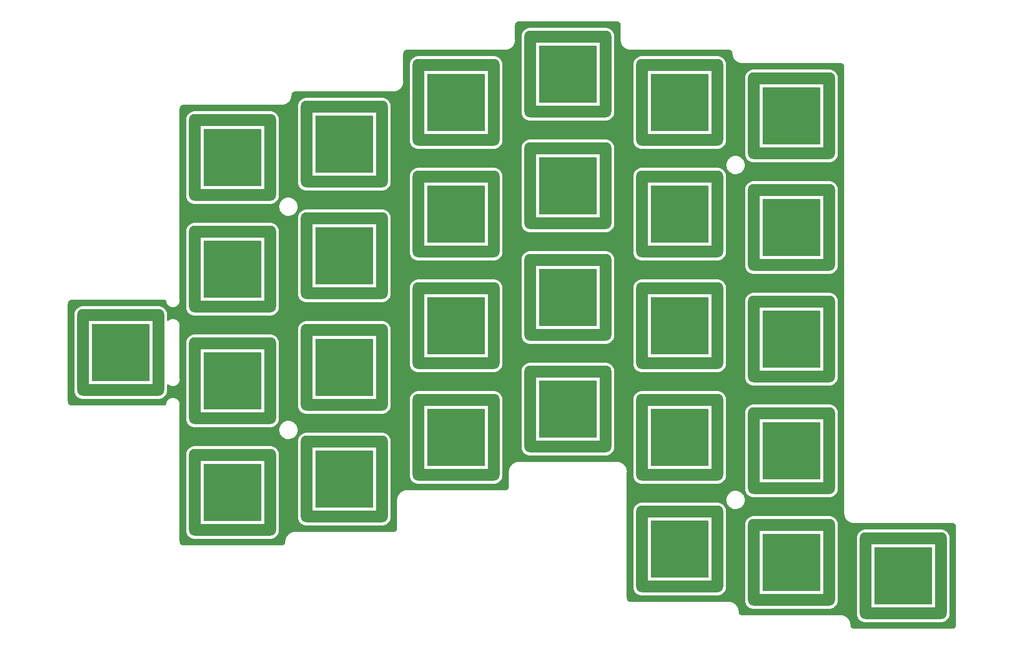
<source format=gbl>
G04 #@! TF.GenerationSoftware,KiCad,Pcbnew,(5.99.0-10902-g92c4596252)*
G04 #@! TF.CreationDate,2021-10-13T13:09:11+08:00*
G04 #@! TF.ProjectId,plate,706c6174-652e-46b6-9963-61645f706362,rev?*
G04 #@! TF.SameCoordinates,Original*
G04 #@! TF.FileFunction,Copper,L2,Bot*
G04 #@! TF.FilePolarity,Positive*
%FSLAX46Y46*%
G04 Gerber Fmt 4.6, Leading zero omitted, Abs format (unit mm)*
G04 Created by KiCad (PCBNEW (5.99.0-10902-g92c4596252)) date 2021-10-13 13:09:11*
%MOMM*%
%LPD*%
G01*
G04 APERTURE LIST*
G04 #@! TA.AperFunction,ComponentPad*
%ADD10O,2.000000X14.800000*%
G04 #@! TD*
G04 #@! TA.AperFunction,ComponentPad*
%ADD11O,14.800000X2.000000*%
G04 #@! TD*
G04 APERTURE END LIST*
D10*
X187402000Y-122428000D03*
X200202000Y-122418000D03*
D11*
X193802000Y-128828000D03*
X193802000Y-116028000D03*
X117602000Y-101804000D03*
X117602000Y-114604000D03*
D10*
X124002000Y-108194000D03*
X111202000Y-108204000D03*
D11*
X136652000Y-113742000D03*
D10*
X143052000Y-120132000D03*
D11*
X136652000Y-126542000D03*
D10*
X130252000Y-120142000D03*
X168352000Y-120142000D03*
X181152000Y-120132000D03*
D11*
X174752000Y-113742000D03*
X174752000Y-126542000D03*
D10*
X181152000Y-62982000D03*
X168352000Y-62992000D03*
D11*
X174752000Y-69392000D03*
X174752000Y-56592000D03*
X155702000Y-51766000D03*
X155702000Y-64566000D03*
D10*
X162102000Y-58156000D03*
X149302000Y-58166000D03*
D11*
X155702000Y-108916000D03*
D10*
X162102000Y-115306000D03*
X149302000Y-115316000D03*
D11*
X155702000Y-121716000D03*
D10*
X104952000Y-72380000D03*
D11*
X98552000Y-65990000D03*
D10*
X92152000Y-72390000D03*
D11*
X98552000Y-78790000D03*
X98552000Y-104090000D03*
X98552000Y-116890000D03*
D10*
X92152000Y-110490000D03*
X104952000Y-110480000D03*
X124002000Y-127244000D03*
D11*
X117602000Y-133654000D03*
X117602000Y-120854000D03*
D10*
X111202000Y-127254000D03*
D11*
X174752000Y-88442000D03*
D10*
X168352000Y-82042000D03*
X181152000Y-82032000D03*
D11*
X174752000Y-75642000D03*
X193802000Y-77928000D03*
D10*
X187402000Y-84328000D03*
D11*
X193802000Y-90728000D03*
D10*
X200202000Y-84318000D03*
D11*
X193802000Y-147878000D03*
D10*
X187402000Y-141478000D03*
X200202000Y-141468000D03*
D11*
X193802000Y-135078000D03*
X174752000Y-145592000D03*
D10*
X168352000Y-139192000D03*
X181152000Y-139182000D03*
D11*
X174752000Y-132792000D03*
X117602000Y-95554000D03*
D10*
X124002000Y-89144000D03*
D11*
X117602000Y-82754000D03*
D10*
X111202000Y-89154000D03*
X219252000Y-143754000D03*
X206452000Y-143764000D03*
D11*
X212852000Y-137364000D03*
X212852000Y-150164000D03*
X98552000Y-85040000D03*
D10*
X104952000Y-91430000D03*
D11*
X98552000Y-97840000D03*
D10*
X92152000Y-91440000D03*
X143052000Y-101082000D03*
D11*
X136652000Y-107492000D03*
X136652000Y-94692000D03*
D10*
X130252000Y-101092000D03*
X149302000Y-96266000D03*
D11*
X155702000Y-102666000D03*
X155702000Y-89866000D03*
D10*
X162102000Y-96256000D03*
D11*
X155702000Y-70816000D03*
X155702000Y-83616000D03*
D10*
X149302000Y-77216000D03*
X162102000Y-77206000D03*
X187402000Y-65278000D03*
D11*
X193802000Y-58878000D03*
X193802000Y-71678000D03*
D10*
X200202000Y-65268000D03*
X143052000Y-82032000D03*
D11*
X136652000Y-75642000D03*
X136652000Y-88442000D03*
D10*
X130252000Y-82042000D03*
X181152000Y-101082000D03*
X168352000Y-101092000D03*
D11*
X174752000Y-94692000D03*
X174752000Y-107492000D03*
X79502000Y-99264000D03*
D10*
X73102000Y-105664000D03*
D11*
X79502000Y-112064000D03*
D10*
X85902000Y-105654000D03*
D11*
X117602000Y-63704000D03*
D10*
X111202000Y-70104000D03*
X124002000Y-70094000D03*
D11*
X117602000Y-76504000D03*
D10*
X143052000Y-62982000D03*
D11*
X136652000Y-56592000D03*
X136652000Y-69392000D03*
D10*
X130252000Y-62992000D03*
D11*
X98552000Y-135940000D03*
D10*
X92152000Y-129540000D03*
X104952000Y-129530000D03*
D11*
X98552000Y-123140000D03*
D10*
X187402000Y-103378000D03*
X200202000Y-103368000D03*
D11*
X193802000Y-96978000D03*
X193802000Y-109778000D03*
G04 #@! TA.AperFunction,NonConductor*
G36*
X160535621Y-53294502D02*
G01*
X160582114Y-53348158D01*
X160593500Y-53400500D01*
X160593500Y-62931500D01*
X160573498Y-62999621D01*
X160519842Y-63046114D01*
X160467500Y-63057500D01*
X150936500Y-63057500D01*
X150868379Y-63037498D01*
X150821886Y-62983842D01*
X150810500Y-62931500D01*
X150810500Y-53400500D01*
X150830502Y-53332379D01*
X150884158Y-53285886D01*
X150936500Y-53274500D01*
X160467500Y-53274500D01*
X160535621Y-53294502D01*
G37*
G04 #@! TD.AperFunction*
G04 #@! TA.AperFunction,NonConductor*
G36*
X141485621Y-58120502D02*
G01*
X141532114Y-58174158D01*
X141543500Y-58226500D01*
X141543500Y-67757500D01*
X141523498Y-67825621D01*
X141469842Y-67872114D01*
X141417500Y-67883500D01*
X131886500Y-67883500D01*
X131818379Y-67863498D01*
X131771886Y-67809842D01*
X131760500Y-67757500D01*
X131760500Y-58226500D01*
X131780502Y-58158379D01*
X131834158Y-58111886D01*
X131886500Y-58100500D01*
X141417500Y-58100500D01*
X141485621Y-58120502D01*
G37*
G04 #@! TD.AperFunction*
G04 #@! TA.AperFunction,NonConductor*
G36*
X179585621Y-58120502D02*
G01*
X179632114Y-58174158D01*
X179643500Y-58226500D01*
X179643500Y-67757500D01*
X179623498Y-67825621D01*
X179569842Y-67872114D01*
X179517500Y-67883500D01*
X169986500Y-67883500D01*
X169918379Y-67863498D01*
X169871886Y-67809842D01*
X169860500Y-67757500D01*
X169860500Y-58226500D01*
X169880502Y-58158379D01*
X169934158Y-58111886D01*
X169986500Y-58100500D01*
X179517500Y-58100500D01*
X179585621Y-58120502D01*
G37*
G04 #@! TD.AperFunction*
G04 #@! TA.AperFunction,NonConductor*
G36*
X198635621Y-60406502D02*
G01*
X198682114Y-60460158D01*
X198693500Y-60512500D01*
X198693500Y-70043500D01*
X198673498Y-70111621D01*
X198619842Y-70158114D01*
X198567500Y-70169500D01*
X189036500Y-70169500D01*
X188968379Y-70149498D01*
X188921886Y-70095842D01*
X188910500Y-70043500D01*
X188910500Y-60512500D01*
X188930502Y-60444379D01*
X188984158Y-60397886D01*
X189036500Y-60386500D01*
X198567500Y-60386500D01*
X198635621Y-60406502D01*
G37*
G04 #@! TD.AperFunction*
G04 #@! TA.AperFunction,NonConductor*
G36*
X122435621Y-65232502D02*
G01*
X122482114Y-65286158D01*
X122493500Y-65338500D01*
X122493500Y-74869500D01*
X122473498Y-74937621D01*
X122419842Y-74984114D01*
X122367500Y-74995500D01*
X112836500Y-74995500D01*
X112768379Y-74975498D01*
X112721886Y-74921842D01*
X112710500Y-74869500D01*
X112710500Y-65338500D01*
X112730502Y-65270379D01*
X112784158Y-65223886D01*
X112836500Y-65212500D01*
X122367500Y-65212500D01*
X122435621Y-65232502D01*
G37*
G04 #@! TD.AperFunction*
G04 #@! TA.AperFunction,NonConductor*
G36*
X103385621Y-67518502D02*
G01*
X103432114Y-67572158D01*
X103443500Y-67624500D01*
X103443500Y-77155500D01*
X103423498Y-77223621D01*
X103369842Y-77270114D01*
X103317500Y-77281500D01*
X93786500Y-77281500D01*
X93718379Y-77261498D01*
X93671886Y-77207842D01*
X93660500Y-77155500D01*
X93660500Y-67624500D01*
X93680502Y-67556379D01*
X93734158Y-67509886D01*
X93786500Y-67498500D01*
X103317500Y-67498500D01*
X103385621Y-67518502D01*
G37*
G04 #@! TD.AperFunction*
G04 #@! TA.AperFunction,NonConductor*
G36*
X160535621Y-72344502D02*
G01*
X160582114Y-72398158D01*
X160593500Y-72450500D01*
X160593500Y-81981500D01*
X160573498Y-82049621D01*
X160519842Y-82096114D01*
X160467500Y-82107500D01*
X150936500Y-82107500D01*
X150868379Y-82087498D01*
X150821886Y-82033842D01*
X150810500Y-81981500D01*
X150810500Y-72450500D01*
X150830502Y-72382379D01*
X150884158Y-72335886D01*
X150936500Y-72324500D01*
X160467500Y-72324500D01*
X160535621Y-72344502D01*
G37*
G04 #@! TD.AperFunction*
G04 #@! TA.AperFunction,NonConductor*
G36*
X141485621Y-77170502D02*
G01*
X141532114Y-77224158D01*
X141543500Y-77276500D01*
X141543500Y-86807500D01*
X141523498Y-86875621D01*
X141469842Y-86922114D01*
X141417500Y-86933500D01*
X131886500Y-86933500D01*
X131818379Y-86913498D01*
X131771886Y-86859842D01*
X131760500Y-86807500D01*
X131760500Y-77276500D01*
X131780502Y-77208379D01*
X131834158Y-77161886D01*
X131886500Y-77150500D01*
X141417500Y-77150500D01*
X141485621Y-77170502D01*
G37*
G04 #@! TD.AperFunction*
G04 #@! TA.AperFunction,NonConductor*
G36*
X179585621Y-77170502D02*
G01*
X179632114Y-77224158D01*
X179643500Y-77276500D01*
X179643500Y-86807500D01*
X179623498Y-86875621D01*
X179569842Y-86922114D01*
X179517500Y-86933500D01*
X169986500Y-86933500D01*
X169918379Y-86913498D01*
X169871886Y-86859842D01*
X169860500Y-86807500D01*
X169860500Y-77276500D01*
X169880502Y-77208379D01*
X169934158Y-77161886D01*
X169986500Y-77150500D01*
X179517500Y-77150500D01*
X179585621Y-77170502D01*
G37*
G04 #@! TD.AperFunction*
G04 #@! TA.AperFunction,NonConductor*
G36*
X198635621Y-79456502D02*
G01*
X198682114Y-79510158D01*
X198693500Y-79562500D01*
X198693500Y-89093500D01*
X198673498Y-89161621D01*
X198619842Y-89208114D01*
X198567500Y-89219500D01*
X189036500Y-89219500D01*
X188968379Y-89199498D01*
X188921886Y-89145842D01*
X188910500Y-89093500D01*
X188910500Y-79562500D01*
X188930502Y-79494379D01*
X188984158Y-79447886D01*
X189036500Y-79436500D01*
X198567500Y-79436500D01*
X198635621Y-79456502D01*
G37*
G04 #@! TD.AperFunction*
G04 #@! TA.AperFunction,NonConductor*
G36*
X122435621Y-84282502D02*
G01*
X122482114Y-84336158D01*
X122493500Y-84388500D01*
X122493500Y-93919500D01*
X122473498Y-93987621D01*
X122419842Y-94034114D01*
X122367500Y-94045500D01*
X112836500Y-94045500D01*
X112768379Y-94025498D01*
X112721886Y-93971842D01*
X112710500Y-93919500D01*
X112710500Y-84388500D01*
X112730502Y-84320379D01*
X112784158Y-84273886D01*
X112836500Y-84262500D01*
X122367500Y-84262500D01*
X122435621Y-84282502D01*
G37*
G04 #@! TD.AperFunction*
G04 #@! TA.AperFunction,NonConductor*
G36*
X103385621Y-86568502D02*
G01*
X103432114Y-86622158D01*
X103443500Y-86674500D01*
X103443500Y-96205500D01*
X103423498Y-96273621D01*
X103369842Y-96320114D01*
X103317500Y-96331500D01*
X93786500Y-96331500D01*
X93718379Y-96311498D01*
X93671886Y-96257842D01*
X93660500Y-96205500D01*
X93660500Y-86674500D01*
X93680502Y-86606379D01*
X93734158Y-86559886D01*
X93786500Y-86548500D01*
X103317500Y-86548500D01*
X103385621Y-86568502D01*
G37*
G04 #@! TD.AperFunction*
G04 #@! TA.AperFunction,NonConductor*
G36*
X160535621Y-91394502D02*
G01*
X160582114Y-91448158D01*
X160593500Y-91500500D01*
X160593500Y-101031500D01*
X160573498Y-101099621D01*
X160519842Y-101146114D01*
X160467500Y-101157500D01*
X150936500Y-101157500D01*
X150868379Y-101137498D01*
X150821886Y-101083842D01*
X150810500Y-101031500D01*
X150810500Y-91500500D01*
X150830502Y-91432379D01*
X150884158Y-91385886D01*
X150936500Y-91374500D01*
X160467500Y-91374500D01*
X160535621Y-91394502D01*
G37*
G04 #@! TD.AperFunction*
G04 #@! TA.AperFunction,NonConductor*
G36*
X141485621Y-96220502D02*
G01*
X141532114Y-96274158D01*
X141543500Y-96326500D01*
X141543500Y-105857500D01*
X141523498Y-105925621D01*
X141469842Y-105972114D01*
X141417500Y-105983500D01*
X131886500Y-105983500D01*
X131818379Y-105963498D01*
X131771886Y-105909842D01*
X131760500Y-105857500D01*
X131760500Y-96326500D01*
X131780502Y-96258379D01*
X131834158Y-96211886D01*
X131886500Y-96200500D01*
X141417500Y-96200500D01*
X141485621Y-96220502D01*
G37*
G04 #@! TD.AperFunction*
G04 #@! TA.AperFunction,NonConductor*
G36*
X179585621Y-96220502D02*
G01*
X179632114Y-96274158D01*
X179643500Y-96326500D01*
X179643500Y-105857500D01*
X179623498Y-105925621D01*
X179569842Y-105972114D01*
X179517500Y-105983500D01*
X169986500Y-105983500D01*
X169918379Y-105963498D01*
X169871886Y-105909842D01*
X169860500Y-105857500D01*
X169860500Y-96326500D01*
X169880502Y-96258379D01*
X169934158Y-96211886D01*
X169986500Y-96200500D01*
X179517500Y-96200500D01*
X179585621Y-96220502D01*
G37*
G04 #@! TD.AperFunction*
G04 #@! TA.AperFunction,NonConductor*
G36*
X198635621Y-98506502D02*
G01*
X198682114Y-98560158D01*
X198693500Y-98612500D01*
X198693500Y-108143500D01*
X198673498Y-108211621D01*
X198619842Y-108258114D01*
X198567500Y-108269500D01*
X189036500Y-108269500D01*
X188968379Y-108249498D01*
X188921886Y-108195842D01*
X188910500Y-108143500D01*
X188910500Y-98612500D01*
X188930502Y-98544379D01*
X188984158Y-98497886D01*
X189036500Y-98486500D01*
X198567500Y-98486500D01*
X198635621Y-98506502D01*
G37*
G04 #@! TD.AperFunction*
G04 #@! TA.AperFunction,NonConductor*
G36*
X84335621Y-100792502D02*
G01*
X84382114Y-100846158D01*
X84393500Y-100898500D01*
X84393500Y-110429500D01*
X84373498Y-110497621D01*
X84319842Y-110544114D01*
X84267500Y-110555500D01*
X74736500Y-110555500D01*
X74668379Y-110535498D01*
X74621886Y-110481842D01*
X74610500Y-110429500D01*
X74610500Y-100898500D01*
X74630502Y-100830379D01*
X74684158Y-100783886D01*
X74736500Y-100772500D01*
X84267500Y-100772500D01*
X84335621Y-100792502D01*
G37*
G04 #@! TD.AperFunction*
G04 #@! TA.AperFunction,NonConductor*
G36*
X122435621Y-103332502D02*
G01*
X122482114Y-103386158D01*
X122493500Y-103438500D01*
X122493500Y-112969500D01*
X122473498Y-113037621D01*
X122419842Y-113084114D01*
X122367500Y-113095500D01*
X112836500Y-113095500D01*
X112768379Y-113075498D01*
X112721886Y-113021842D01*
X112710500Y-112969500D01*
X112710500Y-103438500D01*
X112730502Y-103370379D01*
X112784158Y-103323886D01*
X112836500Y-103312500D01*
X122367500Y-103312500D01*
X122435621Y-103332502D01*
G37*
G04 #@! TD.AperFunction*
G04 #@! TA.AperFunction,NonConductor*
G36*
X103385621Y-105618502D02*
G01*
X103432114Y-105672158D01*
X103443500Y-105724500D01*
X103443500Y-115255500D01*
X103423498Y-115323621D01*
X103369842Y-115370114D01*
X103317500Y-115381500D01*
X93786500Y-115381500D01*
X93718379Y-115361498D01*
X93671886Y-115307842D01*
X93660500Y-115255500D01*
X93660500Y-105724500D01*
X93680502Y-105656379D01*
X93734158Y-105609886D01*
X93786500Y-105598500D01*
X103317500Y-105598500D01*
X103385621Y-105618502D01*
G37*
G04 #@! TD.AperFunction*
G04 #@! TA.AperFunction,NonConductor*
G36*
X160535621Y-110444502D02*
G01*
X160582114Y-110498158D01*
X160593500Y-110550500D01*
X160593500Y-120081500D01*
X160573498Y-120149621D01*
X160519842Y-120196114D01*
X160467500Y-120207500D01*
X150936500Y-120207500D01*
X150868379Y-120187498D01*
X150821886Y-120133842D01*
X150810500Y-120081500D01*
X150810500Y-110550500D01*
X150830502Y-110482379D01*
X150884158Y-110435886D01*
X150936500Y-110424500D01*
X160467500Y-110424500D01*
X160535621Y-110444502D01*
G37*
G04 #@! TD.AperFunction*
G04 #@! TA.AperFunction,NonConductor*
G36*
X141485621Y-115270502D02*
G01*
X141532114Y-115324158D01*
X141543500Y-115376500D01*
X141543500Y-124907500D01*
X141523498Y-124975621D01*
X141469842Y-125022114D01*
X141417500Y-125033500D01*
X131886500Y-125033500D01*
X131818379Y-125013498D01*
X131771886Y-124959842D01*
X131760500Y-124907500D01*
X131760500Y-115376500D01*
X131780502Y-115308379D01*
X131834158Y-115261886D01*
X131886500Y-115250500D01*
X141417500Y-115250500D01*
X141485621Y-115270502D01*
G37*
G04 #@! TD.AperFunction*
G04 #@! TA.AperFunction,NonConductor*
G36*
X179585621Y-115270502D02*
G01*
X179632114Y-115324158D01*
X179643500Y-115376500D01*
X179643500Y-124907500D01*
X179623498Y-124975621D01*
X179569842Y-125022114D01*
X179517500Y-125033500D01*
X169986500Y-125033500D01*
X169918379Y-125013498D01*
X169871886Y-124959842D01*
X169860500Y-124907500D01*
X169860500Y-115376500D01*
X169880502Y-115308379D01*
X169934158Y-115261886D01*
X169986500Y-115250500D01*
X179517500Y-115250500D01*
X179585621Y-115270502D01*
G37*
G04 #@! TD.AperFunction*
G04 #@! TA.AperFunction,NonConductor*
G36*
X198635621Y-117556502D02*
G01*
X198682114Y-117610158D01*
X198693500Y-117662500D01*
X198693500Y-127193500D01*
X198673498Y-127261621D01*
X198619842Y-127308114D01*
X198567500Y-127319500D01*
X189036500Y-127319500D01*
X188968379Y-127299498D01*
X188921886Y-127245842D01*
X188910500Y-127193500D01*
X188910500Y-117662500D01*
X188930502Y-117594379D01*
X188984158Y-117547886D01*
X189036500Y-117536500D01*
X198567500Y-117536500D01*
X198635621Y-117556502D01*
G37*
G04 #@! TD.AperFunction*
G04 #@! TA.AperFunction,NonConductor*
G36*
X122435621Y-122382502D02*
G01*
X122482114Y-122436158D01*
X122493500Y-122488500D01*
X122493500Y-132019500D01*
X122473498Y-132087621D01*
X122419842Y-132134114D01*
X122367500Y-132145500D01*
X112836500Y-132145500D01*
X112768379Y-132125498D01*
X112721886Y-132071842D01*
X112710500Y-132019500D01*
X112710500Y-122488500D01*
X112730502Y-122420379D01*
X112784158Y-122373886D01*
X112836500Y-122362500D01*
X122367500Y-122362500D01*
X122435621Y-122382502D01*
G37*
G04 #@! TD.AperFunction*
G04 #@! TA.AperFunction,NonConductor*
G36*
X103385621Y-124668502D02*
G01*
X103432114Y-124722158D01*
X103443500Y-124774500D01*
X103443500Y-134305500D01*
X103423498Y-134373621D01*
X103369842Y-134420114D01*
X103317500Y-134431500D01*
X93786500Y-134431500D01*
X93718379Y-134411498D01*
X93671886Y-134357842D01*
X93660500Y-134305500D01*
X93660500Y-124774500D01*
X93680502Y-124706379D01*
X93734158Y-124659886D01*
X93786500Y-124648500D01*
X103317500Y-124648500D01*
X103385621Y-124668502D01*
G37*
G04 #@! TD.AperFunction*
G04 #@! TA.AperFunction,NonConductor*
G36*
X179585621Y-134320502D02*
G01*
X179632114Y-134374158D01*
X179643500Y-134426500D01*
X179643500Y-143957500D01*
X179623498Y-144025621D01*
X179569842Y-144072114D01*
X179517500Y-144083500D01*
X169986500Y-144083500D01*
X169918379Y-144063498D01*
X169871886Y-144009842D01*
X169860500Y-143957500D01*
X169860500Y-134426500D01*
X169880502Y-134358379D01*
X169934158Y-134311886D01*
X169986500Y-134300500D01*
X179517500Y-134300500D01*
X179585621Y-134320502D01*
G37*
G04 #@! TD.AperFunction*
G04 #@! TA.AperFunction,NonConductor*
G36*
X198635621Y-136606502D02*
G01*
X198682114Y-136660158D01*
X198693500Y-136712500D01*
X198693500Y-146243500D01*
X198673498Y-146311621D01*
X198619842Y-146358114D01*
X198567500Y-146369500D01*
X189036500Y-146369500D01*
X188968379Y-146349498D01*
X188921886Y-146295842D01*
X188910500Y-146243500D01*
X188910500Y-136712500D01*
X188930502Y-136644379D01*
X188984158Y-136597886D01*
X189036500Y-136586500D01*
X198567500Y-136586500D01*
X198635621Y-136606502D01*
G37*
G04 #@! TD.AperFunction*
G04 #@! TA.AperFunction,NonConductor*
G36*
X217685621Y-138892502D02*
G01*
X217732114Y-138946158D01*
X217743500Y-138998500D01*
X217743500Y-148529500D01*
X217723498Y-148597621D01*
X217669842Y-148644114D01*
X217617500Y-148655500D01*
X208086500Y-148655500D01*
X208018379Y-148635498D01*
X207971886Y-148581842D01*
X207960500Y-148529500D01*
X207960500Y-138998500D01*
X207980502Y-138930379D01*
X208034158Y-138883886D01*
X208086500Y-138872500D01*
X217617500Y-138872500D01*
X217685621Y-138892502D01*
G37*
G04 #@! TD.AperFunction*
G04 #@! TA.AperFunction,NonConductor*
G36*
X164022635Y-49151064D02*
G01*
X164032048Y-49152790D01*
X164082479Y-49154144D01*
X164117595Y-49155088D01*
X164126561Y-49155650D01*
X164144808Y-49157447D01*
X164157041Y-49159261D01*
X164254711Y-49178689D01*
X164278346Y-49185859D01*
X164308327Y-49198277D01*
X164369527Y-49223627D01*
X164391296Y-49235262D01*
X164473366Y-49290099D01*
X164492453Y-49305764D01*
X164562236Y-49375546D01*
X164577905Y-49394638D01*
X164587246Y-49408618D01*
X164632733Y-49476696D01*
X164644375Y-49498478D01*
X164682138Y-49589644D01*
X164689309Y-49613282D01*
X164708739Y-49710963D01*
X164710552Y-49723185D01*
X164712350Y-49741439D01*
X164712351Y-49741445D01*
X164712912Y-49750405D01*
X164715122Y-49832676D01*
X164715877Y-49837098D01*
X164717203Y-49844865D01*
X164719000Y-49866070D01*
X164719000Y-52246019D01*
X164717976Y-52262054D01*
X164713159Y-52299598D01*
X164713289Y-52304450D01*
X164713289Y-52304457D01*
X164715319Y-52380008D01*
X164715252Y-52381838D01*
X164714622Y-52384381D01*
X164714907Y-52391185D01*
X164714907Y-52391191D01*
X164716848Y-52437484D01*
X164716913Y-52439363D01*
X164718138Y-52484955D01*
X164718834Y-52489032D01*
X164719139Y-52493380D01*
X164719218Y-52494042D01*
X164719422Y-52498903D01*
X164720372Y-52503677D01*
X164726834Y-52536165D01*
X164727458Y-52539542D01*
X164736920Y-52594962D01*
X164739153Y-52599543D01*
X164740386Y-52604294D01*
X164757163Y-52688637D01*
X164758576Y-52698238D01*
X164758209Y-52706168D01*
X164771085Y-52759187D01*
X164772206Y-52764266D01*
X164777493Y-52790845D01*
X164778981Y-52795070D01*
X164778981Y-52795071D01*
X164779517Y-52796593D01*
X164783107Y-52808695D01*
X164784109Y-52812821D01*
X164784112Y-52812829D01*
X164785259Y-52817553D01*
X164787121Y-52822049D01*
X164787122Y-52822051D01*
X164794898Y-52840824D01*
X164797336Y-52847190D01*
X164808759Y-52879627D01*
X164814563Y-52896108D01*
X164819802Y-52903398D01*
X164822159Y-52907916D01*
X164826856Y-52917976D01*
X164852090Y-52978895D01*
X164859290Y-52996278D01*
X164862550Y-53005421D01*
X164863737Y-53013271D01*
X164867516Y-53021412D01*
X164867517Y-53021415D01*
X164886689Y-53062717D01*
X164888808Y-53067543D01*
X164899169Y-53092556D01*
X164901460Y-53096422D01*
X164902276Y-53097800D01*
X164908164Y-53108978D01*
X164911998Y-53117238D01*
X164914704Y-53121287D01*
X164914708Y-53121295D01*
X164925979Y-53138162D01*
X164929613Y-53143932D01*
X164951484Y-53180841D01*
X164951486Y-53180844D01*
X164956061Y-53188564D01*
X164962620Y-53194692D01*
X164965829Y-53198682D01*
X164972395Y-53207629D01*
X165019482Y-53278099D01*
X165024454Y-53286415D01*
X165027150Y-53293884D01*
X165032446Y-53301133D01*
X165032449Y-53301139D01*
X165059315Y-53337914D01*
X165062337Y-53342238D01*
X165074876Y-53361004D01*
X165074884Y-53361014D01*
X165077370Y-53364735D01*
X165080363Y-53368071D01*
X165081435Y-53369266D01*
X165089393Y-53379084D01*
X165094766Y-53386439D01*
X165112566Y-53404239D01*
X165117254Y-53409186D01*
X165151900Y-53447799D01*
X165159529Y-53452529D01*
X165163451Y-53455814D01*
X165171641Y-53463313D01*
X165231553Y-53523225D01*
X165238065Y-53530425D01*
X165242166Y-53537224D01*
X165253986Y-53548093D01*
X165282313Y-53574141D01*
X165286122Y-53577794D01*
X165305244Y-53596916D01*
X165308827Y-53599601D01*
X165310114Y-53600566D01*
X165319837Y-53608646D01*
X165322953Y-53611512D01*
X165322958Y-53611516D01*
X165326539Y-53614809D01*
X165330583Y-53617511D01*
X165330588Y-53617515D01*
X165347497Y-53628813D01*
X165353060Y-53632752D01*
X165387359Y-53658458D01*
X165387361Y-53658459D01*
X165394546Y-53663844D01*
X165402953Y-53666995D01*
X165407438Y-53669451D01*
X165416930Y-53675206D01*
X165487390Y-53722286D01*
X165495179Y-53728076D01*
X165500527Y-53733943D01*
X165508193Y-53738613D01*
X165508194Y-53738614D01*
X165547095Y-53762312D01*
X165551545Y-53765153D01*
X165574036Y-53780181D01*
X165578082Y-53782119D01*
X165578083Y-53782120D01*
X165579519Y-53782808D01*
X165590627Y-53788832D01*
X165591467Y-53789344D01*
X165594255Y-53791043D01*
X165594259Y-53791045D01*
X165598415Y-53793577D01*
X165621698Y-53803221D01*
X165627915Y-53805996D01*
X165662298Y-53822470D01*
X165674680Y-53828402D01*
X165683540Y-53829853D01*
X165688415Y-53831385D01*
X165698842Y-53835175D01*
X165713978Y-53841444D01*
X165777144Y-53867608D01*
X165785914Y-53871768D01*
X165792299Y-53876476D01*
X165814742Y-53884689D01*
X165843492Y-53895210D01*
X165848406Y-53897126D01*
X165869279Y-53905772D01*
X165869284Y-53905774D01*
X165873418Y-53907486D01*
X165879313Y-53908994D01*
X165891385Y-53912736D01*
X165899940Y-53915867D01*
X165923831Y-53920619D01*
X165924653Y-53920783D01*
X165931297Y-53922293D01*
X165981536Y-53935145D01*
X165990509Y-53934840D01*
X165995591Y-53935392D01*
X166006560Y-53937075D01*
X166060734Y-53947851D01*
X166088902Y-53953454D01*
X166090684Y-53953928D01*
X166093025Y-53955105D01*
X166099728Y-53956334D01*
X166099732Y-53956335D01*
X166145403Y-53964708D01*
X166147259Y-53965063D01*
X166185646Y-53972698D01*
X166191882Y-53973938D01*
X166196015Y-53974162D01*
X166200316Y-53974827D01*
X166200982Y-53974897D01*
X166205769Y-53975774D01*
X166210630Y-53975905D01*
X166210634Y-53975905D01*
X166240798Y-53976715D01*
X166243772Y-53976795D01*
X166247197Y-53976934D01*
X166303318Y-53979973D01*
X166308276Y-53978811D01*
X166313180Y-53978660D01*
X166386654Y-53980633D01*
X166386655Y-53980633D01*
X166391126Y-53980753D01*
X166395567Y-53980238D01*
X166395573Y-53980238D01*
X166433531Y-53975838D01*
X166448038Y-53975000D01*
X183049923Y-53975000D01*
X183072635Y-53977064D01*
X183082048Y-53978790D01*
X183132479Y-53980144D01*
X183167595Y-53981088D01*
X183176561Y-53981650D01*
X183194808Y-53983447D01*
X183207041Y-53985261D01*
X183304711Y-54004689D01*
X183328346Y-54011859D01*
X183358327Y-54024277D01*
X183419527Y-54049627D01*
X183441296Y-54061262D01*
X183523366Y-54116099D01*
X183542453Y-54131764D01*
X183612236Y-54201546D01*
X183627905Y-54220638D01*
X183637246Y-54234618D01*
X183682733Y-54302696D01*
X183694375Y-54324478D01*
X183732138Y-54415644D01*
X183739309Y-54439281D01*
X183748499Y-54485481D01*
X183758739Y-54536959D01*
X183758739Y-54536961D01*
X183760552Y-54549185D01*
X183762350Y-54567439D01*
X183762351Y-54567446D01*
X183762911Y-54576406D01*
X183763158Y-54585591D01*
X183763158Y-54585599D01*
X183763159Y-54585599D01*
X183765319Y-54666008D01*
X183765252Y-54667838D01*
X183764622Y-54670381D01*
X183764907Y-54677185D01*
X183764907Y-54677191D01*
X183766848Y-54723484D01*
X183766913Y-54725363D01*
X183768138Y-54770955D01*
X183768834Y-54775032D01*
X183769139Y-54779380D01*
X183769218Y-54780042D01*
X183769422Y-54784903D01*
X183770372Y-54789677D01*
X183776834Y-54822165D01*
X183777458Y-54825542D01*
X183786920Y-54880962D01*
X183789153Y-54885543D01*
X183790386Y-54890294D01*
X183807163Y-54974637D01*
X183808576Y-54984238D01*
X183808209Y-54992168D01*
X183821085Y-55045187D01*
X183822206Y-55050266D01*
X183827493Y-55076845D01*
X183828981Y-55081070D01*
X183828981Y-55081071D01*
X183829517Y-55082593D01*
X183833107Y-55094695D01*
X183834109Y-55098821D01*
X183834112Y-55098829D01*
X183835259Y-55103553D01*
X183837121Y-55108049D01*
X183837122Y-55108051D01*
X183844898Y-55126824D01*
X183847336Y-55133190D01*
X183864563Y-55182108D01*
X183869802Y-55189398D01*
X183872159Y-55193916D01*
X183876856Y-55203976D01*
X183905813Y-55273883D01*
X183909290Y-55282278D01*
X183912550Y-55291421D01*
X183913737Y-55299271D01*
X183917516Y-55307412D01*
X183917517Y-55307415D01*
X183936689Y-55348717D01*
X183938808Y-55353543D01*
X183949169Y-55378556D01*
X183951460Y-55382422D01*
X183952276Y-55383800D01*
X183958164Y-55394978D01*
X183961998Y-55403238D01*
X183964704Y-55407287D01*
X183964708Y-55407295D01*
X183975979Y-55424162D01*
X183979613Y-55429932D01*
X184001484Y-55466841D01*
X184001486Y-55466844D01*
X184006061Y-55474564D01*
X184012620Y-55480692D01*
X184015829Y-55484682D01*
X184022395Y-55493629D01*
X184069482Y-55564099D01*
X184074454Y-55572415D01*
X184077150Y-55579884D01*
X184082446Y-55587133D01*
X184082449Y-55587139D01*
X184109315Y-55623914D01*
X184112337Y-55628238D01*
X184124876Y-55647004D01*
X184124884Y-55647014D01*
X184127370Y-55650735D01*
X184130363Y-55654071D01*
X184131435Y-55655266D01*
X184139393Y-55665084D01*
X184144766Y-55672439D01*
X184162566Y-55690239D01*
X184167254Y-55695186D01*
X184201900Y-55733799D01*
X184209529Y-55738529D01*
X184213451Y-55741814D01*
X184221641Y-55749313D01*
X184281553Y-55809225D01*
X184288065Y-55816425D01*
X184292166Y-55823224D01*
X184316963Y-55846026D01*
X184332313Y-55860141D01*
X184336122Y-55863794D01*
X184355244Y-55882916D01*
X184358827Y-55885601D01*
X184360114Y-55886566D01*
X184369837Y-55894646D01*
X184372953Y-55897512D01*
X184372958Y-55897516D01*
X184376539Y-55900809D01*
X184380583Y-55903511D01*
X184380588Y-55903515D01*
X184397497Y-55914813D01*
X184403060Y-55918752D01*
X184437359Y-55944458D01*
X184437361Y-55944459D01*
X184444546Y-55949844D01*
X184452953Y-55952995D01*
X184457438Y-55955451D01*
X184466930Y-55961206D01*
X184537392Y-56008287D01*
X184545178Y-56014074D01*
X184550527Y-56019943D01*
X184597127Y-56048331D01*
X184601534Y-56051145D01*
X184620312Y-56063693D01*
X184620316Y-56063695D01*
X184624036Y-56066181D01*
X184628077Y-56068117D01*
X184629519Y-56068808D01*
X184640627Y-56074832D01*
X184642173Y-56075774D01*
X184644255Y-56077043D01*
X184644259Y-56077045D01*
X184648415Y-56079577D01*
X184671698Y-56089221D01*
X184677915Y-56091996D01*
X184712298Y-56108470D01*
X184724680Y-56114402D01*
X184733540Y-56115853D01*
X184738415Y-56117385D01*
X184748842Y-56121175D01*
X184763978Y-56127444D01*
X184827144Y-56153608D01*
X184835914Y-56157768D01*
X184842299Y-56162476D01*
X184850725Y-56165559D01*
X184850724Y-56165559D01*
X184893492Y-56181210D01*
X184898406Y-56183126D01*
X184919279Y-56191772D01*
X184919284Y-56191774D01*
X184923418Y-56193486D01*
X184929313Y-56194994D01*
X184941385Y-56198736D01*
X184949940Y-56201867D01*
X184973831Y-56206619D01*
X184974653Y-56206783D01*
X184981297Y-56208293D01*
X185031536Y-56221145D01*
X185040509Y-56220840D01*
X185045591Y-56221392D01*
X185056560Y-56223075D01*
X185110734Y-56233851D01*
X185138902Y-56239454D01*
X185140684Y-56239928D01*
X185143025Y-56241105D01*
X185149728Y-56242334D01*
X185149732Y-56242335D01*
X185195403Y-56250708D01*
X185197259Y-56251063D01*
X185235646Y-56258698D01*
X185241882Y-56259938D01*
X185246015Y-56260162D01*
X185250316Y-56260827D01*
X185250982Y-56260897D01*
X185255769Y-56261774D01*
X185260630Y-56261905D01*
X185260634Y-56261905D01*
X185290798Y-56262715D01*
X185293772Y-56262795D01*
X185297197Y-56262934D01*
X185353318Y-56265973D01*
X185358276Y-56264811D01*
X185363180Y-56264660D01*
X185436654Y-56266633D01*
X185436655Y-56266633D01*
X185441126Y-56266753D01*
X185445567Y-56266238D01*
X185445573Y-56266238D01*
X185483531Y-56261838D01*
X185498038Y-56261000D01*
X202099923Y-56261000D01*
X202122635Y-56263064D01*
X202132048Y-56264790D01*
X202182479Y-56266144D01*
X202217595Y-56267088D01*
X202226561Y-56267650D01*
X202244808Y-56269447D01*
X202257041Y-56271261D01*
X202354711Y-56290689D01*
X202378346Y-56297859D01*
X202405879Y-56309263D01*
X202469527Y-56335627D01*
X202491296Y-56347262D01*
X202573366Y-56402099D01*
X202592453Y-56417764D01*
X202662236Y-56487546D01*
X202677905Y-56506638D01*
X202689362Y-56523785D01*
X202732733Y-56588696D01*
X202744375Y-56610478D01*
X202782138Y-56701644D01*
X202789309Y-56725282D01*
X202808739Y-56822963D01*
X202810552Y-56835185D01*
X202812351Y-56853445D01*
X202812912Y-56862409D01*
X202815122Y-56944676D01*
X202815877Y-56949098D01*
X202817203Y-56956865D01*
X202819000Y-56978070D01*
X202819000Y-133018019D01*
X202817976Y-133034054D01*
X202813159Y-133071598D01*
X202813289Y-133076450D01*
X202813289Y-133076457D01*
X202815319Y-133152008D01*
X202815252Y-133153838D01*
X202814622Y-133156381D01*
X202814907Y-133163185D01*
X202814907Y-133163191D01*
X202816848Y-133209484D01*
X202816913Y-133211363D01*
X202818138Y-133256955D01*
X202818834Y-133261032D01*
X202819139Y-133265380D01*
X202819218Y-133266042D01*
X202819422Y-133270903D01*
X202820372Y-133275677D01*
X202826834Y-133308165D01*
X202827458Y-133311542D01*
X202836920Y-133366962D01*
X202839153Y-133371543D01*
X202840386Y-133376294D01*
X202857163Y-133460637D01*
X202858576Y-133470238D01*
X202858209Y-133478168D01*
X202871085Y-133531187D01*
X202872206Y-133536266D01*
X202877493Y-133562845D01*
X202878981Y-133567070D01*
X202878981Y-133567071D01*
X202879517Y-133568593D01*
X202883107Y-133580695D01*
X202884109Y-133584821D01*
X202884112Y-133584829D01*
X202885259Y-133589553D01*
X202887121Y-133594049D01*
X202887122Y-133594051D01*
X202894898Y-133612824D01*
X202897336Y-133619190D01*
X202914563Y-133668108D01*
X202919802Y-133675398D01*
X202922159Y-133679916D01*
X202926856Y-133689976D01*
X202955813Y-133759883D01*
X202959290Y-133768278D01*
X202962550Y-133777421D01*
X202963737Y-133785271D01*
X202967516Y-133793412D01*
X202967517Y-133793415D01*
X202986689Y-133834717D01*
X202988808Y-133839543D01*
X202999169Y-133864556D01*
X203001460Y-133868422D01*
X203002276Y-133869800D01*
X203008164Y-133880978D01*
X203011998Y-133889238D01*
X203014704Y-133893287D01*
X203014708Y-133893295D01*
X203025979Y-133910162D01*
X203029613Y-133915932D01*
X203051484Y-133952841D01*
X203051486Y-133952844D01*
X203056061Y-133960564D01*
X203062620Y-133966692D01*
X203065829Y-133970682D01*
X203072395Y-133979629D01*
X203119482Y-134050099D01*
X203124454Y-134058415D01*
X203127150Y-134065884D01*
X203132446Y-134073133D01*
X203132449Y-134073139D01*
X203159315Y-134109914D01*
X203162337Y-134114238D01*
X203174876Y-134133004D01*
X203174884Y-134133014D01*
X203177370Y-134136735D01*
X203180363Y-134140071D01*
X203181435Y-134141266D01*
X203189393Y-134151084D01*
X203194766Y-134158439D01*
X203212566Y-134176239D01*
X203217254Y-134181186D01*
X203251900Y-134219799D01*
X203259529Y-134224529D01*
X203263451Y-134227814D01*
X203271641Y-134235313D01*
X203331553Y-134295225D01*
X203338065Y-134302425D01*
X203342166Y-134309224D01*
X203354431Y-134320502D01*
X203382313Y-134346141D01*
X203386122Y-134349794D01*
X203405244Y-134368916D01*
X203408827Y-134371601D01*
X203410114Y-134372566D01*
X203419837Y-134380646D01*
X203422953Y-134383512D01*
X203422958Y-134383516D01*
X203426539Y-134386809D01*
X203430583Y-134389511D01*
X203430588Y-134389515D01*
X203447497Y-134400813D01*
X203453060Y-134404752D01*
X203487359Y-134430458D01*
X203487361Y-134430459D01*
X203494546Y-134435844D01*
X203502953Y-134438995D01*
X203507438Y-134441451D01*
X203516930Y-134447206D01*
X203587392Y-134494287D01*
X203595178Y-134500074D01*
X203600527Y-134505943D01*
X203647127Y-134534331D01*
X203651534Y-134537145D01*
X203670312Y-134549693D01*
X203670316Y-134549695D01*
X203674036Y-134552181D01*
X203678077Y-134554117D01*
X203679519Y-134554808D01*
X203690627Y-134560832D01*
X203692173Y-134561774D01*
X203694255Y-134563043D01*
X203694259Y-134563045D01*
X203698415Y-134565577D01*
X203721698Y-134575221D01*
X203727915Y-134577996D01*
X203762298Y-134594470D01*
X203774680Y-134600402D01*
X203783540Y-134601853D01*
X203788415Y-134603385D01*
X203798842Y-134607175D01*
X203813978Y-134613444D01*
X203877144Y-134639608D01*
X203885914Y-134643768D01*
X203892299Y-134648476D01*
X203900725Y-134651559D01*
X203900724Y-134651559D01*
X203943492Y-134667210D01*
X203948406Y-134669126D01*
X203969279Y-134677772D01*
X203969284Y-134677774D01*
X203973418Y-134679486D01*
X203979313Y-134680994D01*
X203991385Y-134684736D01*
X203999940Y-134687867D01*
X204023831Y-134692619D01*
X204024653Y-134692783D01*
X204031297Y-134694293D01*
X204081536Y-134707145D01*
X204090509Y-134706840D01*
X204095591Y-134707392D01*
X204106560Y-134709075D01*
X204160734Y-134719851D01*
X204188902Y-134725454D01*
X204190684Y-134725928D01*
X204193025Y-134727105D01*
X204199728Y-134728334D01*
X204199732Y-134728335D01*
X204245403Y-134736708D01*
X204247259Y-134737063D01*
X204285646Y-134744698D01*
X204291882Y-134745938D01*
X204296015Y-134746162D01*
X204300316Y-134746827D01*
X204300982Y-134746897D01*
X204305769Y-134747774D01*
X204310630Y-134747905D01*
X204310634Y-134747905D01*
X204340798Y-134748715D01*
X204343772Y-134748795D01*
X204347197Y-134748934D01*
X204403318Y-134751973D01*
X204408276Y-134750811D01*
X204413180Y-134750660D01*
X204486654Y-134752633D01*
X204486655Y-134752633D01*
X204491126Y-134752753D01*
X204495567Y-134752238D01*
X204495573Y-134752238D01*
X204533531Y-134747838D01*
X204548038Y-134747000D01*
X221149923Y-134747000D01*
X221172635Y-134749064D01*
X221182048Y-134750790D01*
X221232479Y-134752144D01*
X221267595Y-134753088D01*
X221276561Y-134753650D01*
X221294808Y-134755447D01*
X221307041Y-134757261D01*
X221404711Y-134776689D01*
X221428346Y-134783859D01*
X221455879Y-134795263D01*
X221519527Y-134821627D01*
X221541296Y-134833262D01*
X221623366Y-134888099D01*
X221642453Y-134903764D01*
X221712236Y-134973546D01*
X221727905Y-134992638D01*
X221739362Y-135009785D01*
X221782733Y-135074696D01*
X221794375Y-135096478D01*
X221832138Y-135187644D01*
X221839309Y-135211282D01*
X221858739Y-135308963D01*
X221860552Y-135321185D01*
X221862351Y-135339445D01*
X221862912Y-135348409D01*
X221865122Y-135430676D01*
X221865877Y-135435098D01*
X221867203Y-135442865D01*
X221869000Y-135464070D01*
X221869000Y-152061922D01*
X221866936Y-152084634D01*
X221865210Y-152094047D01*
X221865080Y-152098905D01*
X221862912Y-152179593D01*
X221862350Y-152188558D01*
X221860553Y-152206806D01*
X221858739Y-152219039D01*
X221840600Y-152310231D01*
X221839310Y-152316715D01*
X221832140Y-152340348D01*
X221824064Y-152359848D01*
X221794374Y-152431524D01*
X221782731Y-152453307D01*
X221727903Y-152535363D01*
X221712233Y-152554456D01*
X221642454Y-152624235D01*
X221623361Y-152639905D01*
X221541307Y-152694732D01*
X221519522Y-152706376D01*
X221428354Y-152744138D01*
X221404719Y-152751308D01*
X221307036Y-152770739D01*
X221294803Y-152772553D01*
X221276556Y-152774350D01*
X221267591Y-152774912D01*
X221227159Y-152775998D01*
X221185325Y-152777122D01*
X221180903Y-152777877D01*
X221173136Y-152779203D01*
X221151931Y-152781000D01*
X204554078Y-152781000D01*
X204531366Y-152778936D01*
X204521953Y-152777210D01*
X204474043Y-152775923D01*
X204436407Y-152774912D01*
X204427442Y-152774350D01*
X204409194Y-152772553D01*
X204396961Y-152770739D01*
X204347964Y-152760993D01*
X204299282Y-152751309D01*
X204275652Y-152744140D01*
X204238459Y-152728735D01*
X204184476Y-152706374D01*
X204162693Y-152694731D01*
X204080637Y-152639903D01*
X204061544Y-152624233D01*
X203991765Y-152554454D01*
X203976095Y-152535361D01*
X203966755Y-152521382D01*
X203921268Y-152453307D01*
X203909624Y-152431522D01*
X203871862Y-152340354D01*
X203864692Y-152316719D01*
X203845261Y-152219036D01*
X203843447Y-152206803D01*
X203841650Y-152188556D01*
X203841088Y-152179591D01*
X203838878Y-152097326D01*
X203838681Y-152090005D01*
X203838749Y-152088161D01*
X203839378Y-152085619D01*
X203837151Y-152032496D01*
X203837086Y-152030620D01*
X203835982Y-151989525D01*
X203835862Y-151985046D01*
X203835166Y-151980969D01*
X203834861Y-151976621D01*
X203834782Y-151975959D01*
X203834578Y-151971097D01*
X203827161Y-151933808D01*
X203826544Y-151930469D01*
X203818591Y-151883885D01*
X203818590Y-151883882D01*
X203817080Y-151875038D01*
X203814848Y-151870460D01*
X203813614Y-151865703D01*
X203796837Y-151781359D01*
X203795424Y-151771760D01*
X203795791Y-151763832D01*
X203782923Y-151710845D01*
X203781791Y-151705718D01*
X203777380Y-151683542D01*
X203777379Y-151683538D01*
X203776507Y-151679155D01*
X203775024Y-151674942D01*
X203775021Y-151674933D01*
X203774481Y-151673401D01*
X203770892Y-151661307D01*
X203768740Y-151652447D01*
X203766881Y-151647959D01*
X203766879Y-151647953D01*
X203759102Y-151629177D01*
X203756667Y-151622815D01*
X203742421Y-151582363D01*
X203742418Y-151582358D01*
X203739437Y-151573892D01*
X203734199Y-151566603D01*
X203731837Y-151562075D01*
X203727140Y-151552015D01*
X203711624Y-151514557D01*
X203694707Y-151473715D01*
X203691450Y-151464579D01*
X203690263Y-151456729D01*
X203667305Y-151407272D01*
X203665184Y-151402439D01*
X203656549Y-151381592D01*
X203654831Y-151377444D01*
X203651938Y-151372562D01*
X203651724Y-151372200D01*
X203645835Y-151361020D01*
X203644050Y-151357175D01*
X203642002Y-151352762D01*
X203628020Y-151331836D01*
X203624388Y-151326069D01*
X203602516Y-151289159D01*
X203597939Y-151281435D01*
X203591376Y-151275305D01*
X203588164Y-151271310D01*
X203581608Y-151262376D01*
X203534515Y-151191896D01*
X203529546Y-151183584D01*
X203526850Y-151176116D01*
X203521556Y-151168869D01*
X203521553Y-151168864D01*
X203494685Y-151132086D01*
X203491663Y-151127762D01*
X203479128Y-151109002D01*
X203479120Y-151108992D01*
X203476630Y-151105265D01*
X203473636Y-151101928D01*
X203473628Y-151101918D01*
X203472569Y-151100738D01*
X203464601Y-151090908D01*
X203462107Y-151087493D01*
X203462103Y-151087488D01*
X203459234Y-151083561D01*
X203441429Y-151065756D01*
X203436741Y-151060808D01*
X203408096Y-151028882D01*
X203408094Y-151028880D01*
X203402100Y-151022200D01*
X203394470Y-151017469D01*
X203390551Y-151014187D01*
X203382362Y-151006689D01*
X203322445Y-150946772D01*
X203315934Y-150939573D01*
X203311834Y-150932776D01*
X203305228Y-150926702D01*
X203305226Y-150926699D01*
X203271698Y-150895869D01*
X203267889Y-150892216D01*
X203248757Y-150873084D01*
X203243889Y-150869436D01*
X203234163Y-150861354D01*
X203231048Y-150858489D01*
X203231045Y-150858486D01*
X203227461Y-150855191D01*
X203206505Y-150841189D01*
X203200952Y-150837257D01*
X203166641Y-150811542D01*
X203166639Y-150811541D01*
X203159454Y-150806156D01*
X203151047Y-150803005D01*
X203146562Y-150800549D01*
X203137070Y-150794794D01*
X203066608Y-150747713D01*
X203058822Y-150741926D01*
X203053473Y-150736057D01*
X203006884Y-150707675D01*
X203002477Y-150704862D01*
X202983690Y-150692308D01*
X202983683Y-150692304D01*
X202979964Y-150689819D01*
X202975923Y-150687883D01*
X202975916Y-150687879D01*
X202974474Y-150687188D01*
X202963365Y-150681163D01*
X202959742Y-150678956D01*
X202959741Y-150678955D01*
X202955584Y-150676423D01*
X202932316Y-150666785D01*
X202926091Y-150664007D01*
X202887417Y-150645477D01*
X202887414Y-150645476D01*
X202879320Y-150641598D01*
X202870461Y-150640147D01*
X202865578Y-150638612D01*
X202855148Y-150634820D01*
X202776861Y-150602393D01*
X202768091Y-150598234D01*
X202761702Y-150593524D01*
X202710483Y-150574780D01*
X202705586Y-150572871D01*
X202680581Y-150562514D01*
X202674684Y-150561006D01*
X202662612Y-150557263D01*
X202654060Y-150554133D01*
X202649278Y-150553182D01*
X202649275Y-150553181D01*
X202630416Y-150549430D01*
X202629358Y-150549220D01*
X202622728Y-150547714D01*
X202572464Y-150534855D01*
X202563492Y-150535160D01*
X202558409Y-150534608D01*
X202547440Y-150532925D01*
X202465091Y-150516545D01*
X202463319Y-150516073D01*
X202460975Y-150514895D01*
X202408617Y-150505296D01*
X202406759Y-150504941D01*
X202366520Y-150496937D01*
X202366512Y-150496936D01*
X202362118Y-150496062D01*
X202357986Y-150495838D01*
X202353656Y-150495169D01*
X202353009Y-150495101D01*
X202348232Y-150494226D01*
X202310228Y-150493205D01*
X202306804Y-150493066D01*
X202250683Y-150490027D01*
X202245725Y-150491189D01*
X202240821Y-150491340D01*
X202167347Y-150489367D01*
X202167346Y-150489367D01*
X202162875Y-150489247D01*
X202158434Y-150489762D01*
X202158428Y-150489762D01*
X202120470Y-150494162D01*
X202105963Y-150495000D01*
X185504078Y-150495000D01*
X185481366Y-150492936D01*
X185471953Y-150491210D01*
X185424043Y-150489923D01*
X185386407Y-150488912D01*
X185377442Y-150488350D01*
X185359194Y-150486553D01*
X185346961Y-150484739D01*
X185297964Y-150474993D01*
X185249282Y-150465309D01*
X185225652Y-150458140D01*
X185188459Y-150442735D01*
X185134476Y-150420374D01*
X185112693Y-150408731D01*
X185030637Y-150353903D01*
X185011544Y-150338233D01*
X184941765Y-150268454D01*
X184926095Y-150249361D01*
X184871268Y-150167307D01*
X184859624Y-150145522D01*
X184821862Y-150054354D01*
X184814692Y-150030719D01*
X184795261Y-149933036D01*
X184793447Y-149920803D01*
X184791650Y-149902556D01*
X184791088Y-149893591D01*
X184788878Y-149811326D01*
X184788681Y-149804005D01*
X184788749Y-149802161D01*
X184789378Y-149799619D01*
X184787151Y-149746496D01*
X184787086Y-149744620D01*
X184785982Y-149703525D01*
X184785862Y-149699046D01*
X184785166Y-149694969D01*
X184784861Y-149690621D01*
X184784782Y-149689959D01*
X184784578Y-149685097D01*
X184777161Y-149647808D01*
X184776544Y-149644469D01*
X184768591Y-149597885D01*
X184768590Y-149597882D01*
X184767080Y-149589038D01*
X184764848Y-149584460D01*
X184763614Y-149579703D01*
X184746837Y-149495359D01*
X184745424Y-149485760D01*
X184745791Y-149477832D01*
X184732923Y-149424845D01*
X184731791Y-149419718D01*
X184727380Y-149397542D01*
X184727379Y-149397538D01*
X184726507Y-149393155D01*
X184725024Y-149388942D01*
X184725021Y-149388933D01*
X184724481Y-149387401D01*
X184720892Y-149375307D01*
X184718740Y-149366447D01*
X184716881Y-149361959D01*
X184716879Y-149361953D01*
X184709102Y-149343177D01*
X184706667Y-149336815D01*
X184692421Y-149296363D01*
X184692418Y-149296358D01*
X184689437Y-149287892D01*
X184684199Y-149280603D01*
X184681837Y-149276075D01*
X184677140Y-149266015D01*
X184661624Y-149228557D01*
X184644707Y-149187715D01*
X184641450Y-149178579D01*
X184640263Y-149170729D01*
X184617305Y-149121272D01*
X184615184Y-149116439D01*
X184606549Y-149095592D01*
X184604831Y-149091444D01*
X184601938Y-149086562D01*
X184601724Y-149086200D01*
X184595835Y-149075020D01*
X184594050Y-149071175D01*
X184592002Y-149066762D01*
X184578020Y-149045836D01*
X184574388Y-149040069D01*
X184552516Y-149003159D01*
X184547939Y-148995435D01*
X184541376Y-148989305D01*
X184538164Y-148985310D01*
X184531608Y-148976376D01*
X184484515Y-148905896D01*
X184479546Y-148897584D01*
X184476850Y-148890116D01*
X184471556Y-148882869D01*
X184471553Y-148882864D01*
X184444685Y-148846086D01*
X184441663Y-148841762D01*
X184429128Y-148823002D01*
X184429120Y-148822992D01*
X184426630Y-148819265D01*
X184423636Y-148815928D01*
X184423628Y-148815918D01*
X184422569Y-148814738D01*
X184414601Y-148804908D01*
X184412107Y-148801493D01*
X184412103Y-148801488D01*
X184409234Y-148797561D01*
X184391429Y-148779756D01*
X184386741Y-148774808D01*
X184358096Y-148742882D01*
X184358094Y-148742880D01*
X184352100Y-148736200D01*
X184344470Y-148731469D01*
X184340551Y-148728187D01*
X184332362Y-148720689D01*
X184272445Y-148660772D01*
X184265934Y-148653573D01*
X184261834Y-148646776D01*
X184255228Y-148640702D01*
X184255226Y-148640699D01*
X184221698Y-148609869D01*
X184217889Y-148606216D01*
X184198757Y-148587084D01*
X184193889Y-148583436D01*
X184184163Y-148575354D01*
X184181048Y-148572489D01*
X184181045Y-148572486D01*
X184177461Y-148569191D01*
X184156505Y-148555189D01*
X184150952Y-148551257D01*
X184116641Y-148525542D01*
X184116639Y-148525541D01*
X184109454Y-148520156D01*
X184101047Y-148517005D01*
X184096562Y-148514549D01*
X184087070Y-148508794D01*
X184016608Y-148461713D01*
X184008822Y-148455926D01*
X184003473Y-148450057D01*
X183956884Y-148421675D01*
X183952477Y-148418862D01*
X183933690Y-148406308D01*
X183933683Y-148406304D01*
X183929964Y-148403819D01*
X183925923Y-148401883D01*
X183925916Y-148401879D01*
X183924474Y-148401188D01*
X183913365Y-148395163D01*
X183909742Y-148392956D01*
X183909741Y-148392955D01*
X183905584Y-148390423D01*
X183882316Y-148380785D01*
X183876091Y-148378007D01*
X183837417Y-148359477D01*
X183837414Y-148359476D01*
X183829320Y-148355598D01*
X183820461Y-148354147D01*
X183815578Y-148352612D01*
X183805148Y-148348820D01*
X183726861Y-148316393D01*
X183718091Y-148312234D01*
X183711702Y-148307524D01*
X183660483Y-148288780D01*
X183655586Y-148286871D01*
X183630581Y-148276514D01*
X183624684Y-148275006D01*
X183612612Y-148271263D01*
X183604060Y-148268133D01*
X183599278Y-148267182D01*
X183599275Y-148267181D01*
X183580416Y-148263430D01*
X183579358Y-148263220D01*
X183572728Y-148261714D01*
X183522464Y-148248855D01*
X183513492Y-148249160D01*
X183508409Y-148248608D01*
X183497440Y-148246925D01*
X183415091Y-148230545D01*
X183413319Y-148230073D01*
X183410975Y-148228895D01*
X183358617Y-148219296D01*
X183356759Y-148218941D01*
X183316520Y-148210937D01*
X183316512Y-148210936D01*
X183312118Y-148210062D01*
X183307986Y-148209838D01*
X183303656Y-148209169D01*
X183303009Y-148209101D01*
X183298232Y-148208226D01*
X183260228Y-148207205D01*
X183256804Y-148207066D01*
X183200683Y-148204027D01*
X183195725Y-148205189D01*
X183190821Y-148205340D01*
X183117347Y-148203367D01*
X183117346Y-148203367D01*
X183112875Y-148203247D01*
X183108434Y-148203762D01*
X183108428Y-148203762D01*
X183070470Y-148208162D01*
X183055963Y-148209000D01*
X166454078Y-148209000D01*
X166431366Y-148206936D01*
X166421953Y-148205210D01*
X166374043Y-148203923D01*
X166336407Y-148202912D01*
X166327442Y-148202350D01*
X166309194Y-148200553D01*
X166296961Y-148198739D01*
X166247964Y-148188993D01*
X166199282Y-148179309D01*
X166175652Y-148172140D01*
X166138459Y-148156735D01*
X166084476Y-148134374D01*
X166062693Y-148122731D01*
X165980637Y-148067903D01*
X165961544Y-148052233D01*
X165891765Y-147982454D01*
X165876095Y-147963361D01*
X165821268Y-147881307D01*
X165809624Y-147859522D01*
X165771862Y-147768354D01*
X165764692Y-147744719D01*
X165745261Y-147647036D01*
X165743447Y-147634803D01*
X165741650Y-147616556D01*
X165741088Y-147607591D01*
X165738998Y-147529807D01*
X165738878Y-147525325D01*
X165736797Y-147513136D01*
X165735000Y-147491931D01*
X165735000Y-132844820D01*
X166839422Y-132844820D01*
X166840003Y-132849841D01*
X166840003Y-132849844D01*
X166842665Y-132872849D01*
X166843500Y-132887331D01*
X166843500Y-145552159D01*
X166843370Y-145557875D01*
X166839422Y-145644820D01*
X166840003Y-145649840D01*
X166840003Y-145649845D01*
X166850093Y-145737056D01*
X166850522Y-145741431D01*
X166854160Y-145786643D01*
X166857969Y-145833980D01*
X166859176Y-145838894D01*
X166862391Y-145851985D01*
X166865193Y-145867556D01*
X166867324Y-145885974D01*
X166890559Y-145968081D01*
X166892603Y-145975305D01*
X166893727Y-145979559D01*
X166904656Y-146024053D01*
X166915876Y-146069735D01*
X166917852Y-146074391D01*
X166917854Y-146074396D01*
X166923121Y-146086805D01*
X166928375Y-146101722D01*
X166933424Y-146119564D01*
X166935565Y-146124156D01*
X166935566Y-146124158D01*
X166972661Y-146203708D01*
X166974451Y-146207728D01*
X167008752Y-146288538D01*
X167008755Y-146288544D01*
X167010731Y-146293199D01*
X167020614Y-146308892D01*
X167028182Y-146322775D01*
X167036019Y-146339581D01*
X167038859Y-146343761D01*
X167038862Y-146343765D01*
X167088208Y-146416373D01*
X167090618Y-146420056D01*
X167137394Y-146494337D01*
X167137398Y-146494342D01*
X167140093Y-146498622D01*
X167143437Y-146502415D01*
X167152358Y-146512534D01*
X167162051Y-146525031D01*
X167172472Y-146540365D01*
X167175949Y-146544042D01*
X167175954Y-146544048D01*
X167236269Y-146607828D01*
X167239235Y-146611076D01*
X167300635Y-146680721D01*
X167304537Y-146683926D01*
X167304543Y-146683932D01*
X167314963Y-146692491D01*
X167326526Y-146703273D01*
X167339271Y-146716750D01*
X167343290Y-146719823D01*
X167343297Y-146719829D01*
X167413055Y-146773163D01*
X167416502Y-146775895D01*
X167484311Y-146831594D01*
X167488225Y-146834809D01*
X167504249Y-146844135D01*
X167517391Y-146852934D01*
X167528098Y-146861121D01*
X167528113Y-146861131D01*
X167532125Y-146864198D01*
X167614002Y-146908100D01*
X167617776Y-146910210D01*
X167698038Y-146956924D01*
X167702759Y-146958736D01*
X167702765Y-146958739D01*
X167715355Y-146963572D01*
X167729742Y-146970159D01*
X167741603Y-146976519D01*
X167741606Y-146976520D01*
X167746072Y-146978915D01*
X167750863Y-146980565D01*
X167750866Y-146980566D01*
X167833835Y-147009134D01*
X167837969Y-147010638D01*
X167919947Y-147042107D01*
X167919950Y-147042108D01*
X167924676Y-147043922D01*
X167942822Y-147047713D01*
X167958078Y-147051915D01*
X167970818Y-147056302D01*
X167970823Y-147056303D01*
X167975608Y-147057951D01*
X168067113Y-147073757D01*
X168071384Y-147074571D01*
X168120467Y-147084825D01*
X168157357Y-147092532D01*
X168157361Y-147092532D01*
X168162308Y-147093566D01*
X168167356Y-147093795D01*
X168167362Y-147093796D01*
X168177496Y-147094256D01*
X168180830Y-147094407D01*
X168196559Y-147096116D01*
X168210915Y-147098596D01*
X168210928Y-147098597D01*
X168214828Y-147099271D01*
X168218789Y-147099451D01*
X168218790Y-147099451D01*
X168240473Y-147100436D01*
X168240492Y-147100436D01*
X168241892Y-147100500D01*
X168312159Y-147100500D01*
X168317875Y-147100630D01*
X168404820Y-147104578D01*
X168409841Y-147103997D01*
X168409844Y-147103997D01*
X168432849Y-147101335D01*
X168447331Y-147100500D01*
X181214145Y-147100500D01*
X181216653Y-147100298D01*
X181216658Y-147100298D01*
X181388939Y-147086437D01*
X181388944Y-147086436D01*
X181393980Y-147086031D01*
X181398888Y-147084825D01*
X181398891Y-147084825D01*
X181624821Y-147029331D01*
X181629735Y-147028124D01*
X181634387Y-147026149D01*
X181634391Y-147026148D01*
X181848544Y-146935245D01*
X181848545Y-146935245D01*
X181853199Y-146933269D01*
X182058622Y-146803907D01*
X182240721Y-146643365D01*
X182394809Y-146455775D01*
X182516924Y-146245962D01*
X182572292Y-146101725D01*
X182602107Y-146024053D01*
X182602108Y-146024050D01*
X182603922Y-146019324D01*
X182604959Y-146014361D01*
X182613027Y-145975744D01*
X182615131Y-145968104D01*
X182615043Y-145968081D01*
X182616300Y-145963185D01*
X182617951Y-145958392D01*
X182623790Y-145924587D01*
X182624603Y-145920328D01*
X182652532Y-145786643D01*
X182652532Y-145786639D01*
X182653566Y-145781692D01*
X182655023Y-145749603D01*
X182656732Y-145733876D01*
X182658595Y-145723088D01*
X182658596Y-145723082D01*
X182659271Y-145719172D01*
X182660500Y-145692108D01*
X182660500Y-145631841D01*
X182660630Y-145626125D01*
X182663859Y-145555012D01*
X182664578Y-145539180D01*
X182661335Y-145511151D01*
X182660500Y-145496669D01*
X182660500Y-135130820D01*
X185889422Y-135130820D01*
X185890003Y-135135841D01*
X185890003Y-135135844D01*
X185892665Y-135158849D01*
X185893500Y-135173331D01*
X185893500Y-147838159D01*
X185893370Y-147843875D01*
X185889422Y-147930820D01*
X185890003Y-147935840D01*
X185890003Y-147935845D01*
X185900093Y-148023056D01*
X185900522Y-148027431D01*
X185907563Y-148114939D01*
X185907969Y-148119980D01*
X185909176Y-148124894D01*
X185912391Y-148137985D01*
X185915193Y-148153556D01*
X185917324Y-148171974D01*
X185940559Y-148254081D01*
X185942603Y-148261305D01*
X185943727Y-148265559D01*
X185964178Y-148348820D01*
X185965876Y-148355735D01*
X185967852Y-148360391D01*
X185967854Y-148360396D01*
X185973121Y-148372805D01*
X185978375Y-148387722D01*
X185983424Y-148405564D01*
X185985565Y-148410156D01*
X185985566Y-148410158D01*
X186022661Y-148489708D01*
X186024451Y-148493728D01*
X186058752Y-148574538D01*
X186058755Y-148574544D01*
X186060731Y-148579199D01*
X186070614Y-148594892D01*
X186078182Y-148608775D01*
X186086019Y-148625581D01*
X186088859Y-148629761D01*
X186088862Y-148629765D01*
X186138208Y-148702373D01*
X186140618Y-148706056D01*
X186187394Y-148780337D01*
X186187398Y-148780342D01*
X186190093Y-148784622D01*
X186193437Y-148788415D01*
X186202358Y-148798534D01*
X186212051Y-148811031D01*
X186222472Y-148826365D01*
X186225949Y-148830042D01*
X186225954Y-148830048D01*
X186286269Y-148893828D01*
X186289235Y-148897076D01*
X186350635Y-148966721D01*
X186354537Y-148969926D01*
X186354543Y-148969932D01*
X186364963Y-148978491D01*
X186376526Y-148989273D01*
X186389271Y-149002750D01*
X186393290Y-149005823D01*
X186393297Y-149005829D01*
X186463055Y-149059163D01*
X186466502Y-149061895D01*
X186532905Y-149116439D01*
X186538225Y-149120809D01*
X186554249Y-149130135D01*
X186567391Y-149138934D01*
X186578098Y-149147121D01*
X186578113Y-149147131D01*
X186582125Y-149150198D01*
X186664002Y-149194100D01*
X186667776Y-149196210D01*
X186748038Y-149242924D01*
X186752759Y-149244736D01*
X186752765Y-149244739D01*
X186765355Y-149249572D01*
X186779742Y-149256159D01*
X186791603Y-149262519D01*
X186791606Y-149262520D01*
X186796072Y-149264915D01*
X186800863Y-149266565D01*
X186800866Y-149266566D01*
X186883835Y-149295134D01*
X186887969Y-149296638D01*
X186969947Y-149328107D01*
X186969950Y-149328108D01*
X186974676Y-149329922D01*
X186992822Y-149333713D01*
X187008078Y-149337915D01*
X187020818Y-149342302D01*
X187020823Y-149342303D01*
X187025608Y-149343951D01*
X187117113Y-149359757D01*
X187121384Y-149360571D01*
X187170467Y-149370825D01*
X187207357Y-149378532D01*
X187207361Y-149378532D01*
X187212308Y-149379566D01*
X187217356Y-149379795D01*
X187217362Y-149379796D01*
X187227496Y-149380256D01*
X187230830Y-149380407D01*
X187246559Y-149382116D01*
X187260915Y-149384596D01*
X187260928Y-149384597D01*
X187264828Y-149385271D01*
X187268789Y-149385451D01*
X187268790Y-149385451D01*
X187290473Y-149386436D01*
X187290492Y-149386436D01*
X187291892Y-149386500D01*
X187362159Y-149386500D01*
X187367875Y-149386630D01*
X187454820Y-149390578D01*
X187459841Y-149389997D01*
X187459844Y-149389997D01*
X187482849Y-149387335D01*
X187497331Y-149386500D01*
X200264145Y-149386500D01*
X200266653Y-149386298D01*
X200266658Y-149386298D01*
X200438939Y-149372437D01*
X200438944Y-149372436D01*
X200443980Y-149372031D01*
X200448888Y-149370825D01*
X200448891Y-149370825D01*
X200674821Y-149315331D01*
X200679735Y-149314124D01*
X200684387Y-149312149D01*
X200684391Y-149312148D01*
X200898544Y-149221245D01*
X200898545Y-149221245D01*
X200903199Y-149219269D01*
X201108622Y-149089907D01*
X201290721Y-148929365D01*
X201444809Y-148741775D01*
X201566924Y-148531962D01*
X201569389Y-148525542D01*
X201652107Y-148310053D01*
X201652108Y-148310050D01*
X201653922Y-148305324D01*
X201657778Y-148286866D01*
X201663027Y-148261744D01*
X201665131Y-148254104D01*
X201665043Y-148254081D01*
X201666300Y-148249185D01*
X201667951Y-148244392D01*
X201673790Y-148210587D01*
X201674603Y-148206328D01*
X201674810Y-148205340D01*
X201692068Y-148122731D01*
X201702532Y-148072643D01*
X201702532Y-148072639D01*
X201703566Y-148067692D01*
X201705023Y-148035603D01*
X201706732Y-148019876D01*
X201708595Y-148009088D01*
X201708596Y-148009082D01*
X201709271Y-148005172D01*
X201710500Y-147978108D01*
X201710500Y-147917841D01*
X201710630Y-147912125D01*
X201712498Y-147870988D01*
X201714578Y-147825180D01*
X201711335Y-147797151D01*
X201710500Y-147782669D01*
X201710500Y-137416820D01*
X204939422Y-137416820D01*
X204940003Y-137421841D01*
X204940003Y-137421844D01*
X204942665Y-137444849D01*
X204943500Y-137459331D01*
X204943500Y-150124159D01*
X204943370Y-150129875D01*
X204939422Y-150216820D01*
X204940003Y-150221840D01*
X204940003Y-150221845D01*
X204950093Y-150309056D01*
X204950522Y-150313431D01*
X204957563Y-150400939D01*
X204957969Y-150405980D01*
X204959176Y-150410894D01*
X204962391Y-150423985D01*
X204965193Y-150439556D01*
X204967324Y-150457974D01*
X204990559Y-150540081D01*
X204992603Y-150547305D01*
X204993727Y-150551559D01*
X205014178Y-150634820D01*
X205015876Y-150641735D01*
X205017852Y-150646391D01*
X205017854Y-150646396D01*
X205023121Y-150658805D01*
X205028375Y-150673722D01*
X205033424Y-150691564D01*
X205035565Y-150696156D01*
X205035566Y-150696158D01*
X205072661Y-150775708D01*
X205074451Y-150779728D01*
X205108752Y-150860538D01*
X205108755Y-150860544D01*
X205110731Y-150865199D01*
X205120614Y-150880892D01*
X205128182Y-150894775D01*
X205136019Y-150911581D01*
X205138859Y-150915761D01*
X205138862Y-150915765D01*
X205188208Y-150988373D01*
X205190618Y-150992056D01*
X205237394Y-151066337D01*
X205237398Y-151066342D01*
X205240093Y-151070622D01*
X205243437Y-151074415D01*
X205252358Y-151084534D01*
X205262051Y-151097031D01*
X205272472Y-151112365D01*
X205275949Y-151116042D01*
X205275954Y-151116048D01*
X205336269Y-151179828D01*
X205339235Y-151183076D01*
X205400635Y-151252721D01*
X205404537Y-151255926D01*
X205404543Y-151255932D01*
X205414963Y-151264491D01*
X205426526Y-151275273D01*
X205439271Y-151288750D01*
X205443290Y-151291823D01*
X205443297Y-151291829D01*
X205513055Y-151345163D01*
X205516502Y-151347895D01*
X205582905Y-151402439D01*
X205588225Y-151406809D01*
X205604249Y-151416135D01*
X205617391Y-151424934D01*
X205628098Y-151433121D01*
X205628113Y-151433131D01*
X205632125Y-151436198D01*
X205714002Y-151480100D01*
X205717776Y-151482210D01*
X205798038Y-151528924D01*
X205802759Y-151530736D01*
X205802765Y-151530739D01*
X205815355Y-151535572D01*
X205829742Y-151542159D01*
X205841603Y-151548519D01*
X205841606Y-151548520D01*
X205846072Y-151550915D01*
X205850863Y-151552565D01*
X205850866Y-151552566D01*
X205933835Y-151581134D01*
X205937969Y-151582638D01*
X206019947Y-151614107D01*
X206019950Y-151614108D01*
X206024676Y-151615922D01*
X206042822Y-151619713D01*
X206058078Y-151623915D01*
X206070818Y-151628302D01*
X206070823Y-151628303D01*
X206075608Y-151629951D01*
X206167113Y-151645757D01*
X206171384Y-151646571D01*
X206220467Y-151656825D01*
X206257357Y-151664532D01*
X206257361Y-151664532D01*
X206262308Y-151665566D01*
X206267356Y-151665795D01*
X206267362Y-151665796D01*
X206277496Y-151666256D01*
X206280830Y-151666407D01*
X206296559Y-151668116D01*
X206310915Y-151670596D01*
X206310928Y-151670597D01*
X206314828Y-151671271D01*
X206318789Y-151671451D01*
X206318790Y-151671451D01*
X206340473Y-151672436D01*
X206340492Y-151672436D01*
X206341892Y-151672500D01*
X206412159Y-151672500D01*
X206417875Y-151672630D01*
X206504820Y-151676578D01*
X206509841Y-151675997D01*
X206509844Y-151675997D01*
X206532849Y-151673335D01*
X206547331Y-151672500D01*
X219314145Y-151672500D01*
X219316653Y-151672298D01*
X219316658Y-151672298D01*
X219488939Y-151658437D01*
X219488944Y-151658436D01*
X219493980Y-151658031D01*
X219498888Y-151656825D01*
X219498891Y-151656825D01*
X219724821Y-151601331D01*
X219729735Y-151600124D01*
X219734387Y-151598149D01*
X219734391Y-151598148D01*
X219948544Y-151507245D01*
X219948545Y-151507245D01*
X219953199Y-151505269D01*
X220158622Y-151375907D01*
X220340721Y-151215365D01*
X220494809Y-151027775D01*
X220616924Y-150817962D01*
X220619389Y-150811542D01*
X220702107Y-150596053D01*
X220702108Y-150596050D01*
X220703922Y-150591324D01*
X220707778Y-150572866D01*
X220713027Y-150547744D01*
X220715131Y-150540104D01*
X220715043Y-150540081D01*
X220716300Y-150535185D01*
X220717951Y-150530392D01*
X220723790Y-150496587D01*
X220724603Y-150492328D01*
X220724810Y-150491340D01*
X220742068Y-150408731D01*
X220752532Y-150358643D01*
X220752532Y-150358639D01*
X220753566Y-150353692D01*
X220755023Y-150321603D01*
X220756732Y-150305876D01*
X220758595Y-150295088D01*
X220758596Y-150295082D01*
X220759271Y-150291172D01*
X220760500Y-150264108D01*
X220760500Y-150203841D01*
X220760630Y-150198125D01*
X220762498Y-150156988D01*
X220764578Y-150111180D01*
X220761335Y-150083151D01*
X220760500Y-150068669D01*
X220760500Y-137403841D01*
X220760630Y-137398125D01*
X220762423Y-137358638D01*
X220764578Y-137311180D01*
X220762025Y-137289110D01*
X220757950Y-137253892D01*
X220756546Y-137241757D01*
X220756118Y-137237393D01*
X220755072Y-137224384D01*
X220748060Y-137137232D01*
X220746437Y-137117064D01*
X220746437Y-137117062D01*
X220746031Y-137112020D01*
X220739205Y-137084230D01*
X220737977Y-137078686D01*
X220737258Y-137075056D01*
X220736676Y-137070026D01*
X220729998Y-137046425D01*
X220728882Y-137042203D01*
X220728462Y-137040491D01*
X220688124Y-136876265D01*
X220684267Y-136867177D01*
X220595245Y-136657456D01*
X220595245Y-136657455D01*
X220593269Y-136652801D01*
X220463907Y-136447378D01*
X220303365Y-136265279D01*
X220115775Y-136111191D01*
X219905962Y-135989076D01*
X219901235Y-135987262D01*
X219901232Y-135987260D01*
X219684048Y-135903891D01*
X219684044Y-135903890D01*
X219679324Y-135902078D01*
X219674374Y-135901044D01*
X219674371Y-135901043D01*
X219446643Y-135853468D01*
X219446639Y-135853468D01*
X219441692Y-135852434D01*
X219199180Y-135841422D01*
X219194160Y-135842003D01*
X219194156Y-135842003D01*
X219084722Y-135854665D01*
X219070240Y-135855500D01*
X206491841Y-135855500D01*
X206486125Y-135855370D01*
X206399180Y-135851422D01*
X206394160Y-135852003D01*
X206394155Y-135852003D01*
X206306944Y-135862093D01*
X206302569Y-135862522D01*
X206215061Y-135869563D01*
X206215056Y-135869564D01*
X206210020Y-135869969D01*
X206205106Y-135871176D01*
X206192015Y-135874391D01*
X206176444Y-135877193D01*
X206163055Y-135878742D01*
X206163053Y-135878742D01*
X206158026Y-135879324D01*
X206068678Y-135904608D01*
X206064441Y-135905727D01*
X205979178Y-135926669D01*
X205979175Y-135926670D01*
X205974265Y-135927876D01*
X205969609Y-135929852D01*
X205969604Y-135929854D01*
X205957195Y-135935121D01*
X205942278Y-135940375D01*
X205924436Y-135945424D01*
X205919844Y-135947565D01*
X205919842Y-135947566D01*
X205840292Y-135984661D01*
X205836272Y-135986451D01*
X205755462Y-136020752D01*
X205755456Y-136020755D01*
X205750801Y-136022731D01*
X205735108Y-136032614D01*
X205721225Y-136040182D01*
X205704419Y-136048019D01*
X205700239Y-136050859D01*
X205700235Y-136050862D01*
X205660283Y-136078014D01*
X205631456Y-136097606D01*
X205627627Y-136100208D01*
X205623944Y-136102618D01*
X205549663Y-136149394D01*
X205549658Y-136149398D01*
X205545378Y-136152093D01*
X205541585Y-136155437D01*
X205531466Y-136164358D01*
X205518969Y-136174051D01*
X205503635Y-136184472D01*
X205499958Y-136187949D01*
X205499952Y-136187954D01*
X205436172Y-136248269D01*
X205432924Y-136251235D01*
X205363279Y-136312635D01*
X205360074Y-136316537D01*
X205360068Y-136316543D01*
X205351509Y-136326963D01*
X205340727Y-136338526D01*
X205327250Y-136351271D01*
X205324177Y-136355290D01*
X205324171Y-136355297D01*
X205270837Y-136425055D01*
X205268105Y-136428502D01*
X205238948Y-136463998D01*
X205209191Y-136500225D01*
X205199865Y-136516249D01*
X205191066Y-136529391D01*
X205182879Y-136540098D01*
X205182869Y-136540113D01*
X205179802Y-136544125D01*
X205135900Y-136626002D01*
X205133790Y-136629776D01*
X205087076Y-136710038D01*
X205085264Y-136714759D01*
X205085261Y-136714765D01*
X205080428Y-136727355D01*
X205073841Y-136741742D01*
X205065085Y-136758072D01*
X205063435Y-136762863D01*
X205063434Y-136762866D01*
X205034866Y-136845835D01*
X205033362Y-136849969D01*
X205003167Y-136928630D01*
X205000078Y-136936676D01*
X204999043Y-136941632D01*
X204996288Y-136954820D01*
X204992085Y-136970078D01*
X204987698Y-136982818D01*
X204986049Y-136987608D01*
X204971813Y-137070026D01*
X204970247Y-137079094D01*
X204969429Y-137083384D01*
X204959673Y-137130084D01*
X204954551Y-137154603D01*
X204950434Y-137174308D01*
X204950205Y-137179356D01*
X204950204Y-137179362D01*
X204949593Y-137192828D01*
X204947884Y-137208559D01*
X204945404Y-137222915D01*
X204945403Y-137222928D01*
X204944729Y-137226828D01*
X204944549Y-137230789D01*
X204944549Y-137230790D01*
X204944112Y-137240422D01*
X204943500Y-137253892D01*
X204943500Y-137324159D01*
X204943370Y-137329875D01*
X204939422Y-137416820D01*
X201710500Y-137416820D01*
X201710500Y-135117841D01*
X201710630Y-135112125D01*
X201710994Y-135104107D01*
X201714578Y-135025180D01*
X201706546Y-134955757D01*
X201706118Y-134951393D01*
X201703844Y-134923121D01*
X201698929Y-134862036D01*
X201696437Y-134831064D01*
X201696437Y-134831062D01*
X201696031Y-134826020D01*
X201689205Y-134798230D01*
X201687977Y-134792686D01*
X201687258Y-134789056D01*
X201686676Y-134784026D01*
X201679998Y-134760425D01*
X201678882Y-134756203D01*
X201678697Y-134755447D01*
X201638124Y-134590265D01*
X201628436Y-134567440D01*
X201545245Y-134371456D01*
X201545245Y-134371455D01*
X201543269Y-134366801D01*
X201413907Y-134161378D01*
X201253365Y-133979279D01*
X201065775Y-133825191D01*
X200855962Y-133703076D01*
X200851235Y-133701262D01*
X200851232Y-133701260D01*
X200634048Y-133617891D01*
X200634044Y-133617890D01*
X200629324Y-133616078D01*
X200624374Y-133615044D01*
X200624371Y-133615043D01*
X200396643Y-133567468D01*
X200396639Y-133567468D01*
X200391692Y-133566434D01*
X200149180Y-133555422D01*
X200144160Y-133556003D01*
X200144156Y-133556003D01*
X200034722Y-133568665D01*
X200020240Y-133569500D01*
X187441841Y-133569500D01*
X187436125Y-133569370D01*
X187349180Y-133565422D01*
X187344160Y-133566003D01*
X187344155Y-133566003D01*
X187256944Y-133576093D01*
X187252569Y-133576522D01*
X187165061Y-133583563D01*
X187165056Y-133583564D01*
X187160020Y-133583969D01*
X187155106Y-133585176D01*
X187142015Y-133588391D01*
X187126444Y-133591193D01*
X187113055Y-133592742D01*
X187113053Y-133592742D01*
X187108026Y-133593324D01*
X187018678Y-133618608D01*
X187014441Y-133619727D01*
X186929178Y-133640669D01*
X186929175Y-133640670D01*
X186924265Y-133641876D01*
X186919609Y-133643852D01*
X186919604Y-133643854D01*
X186907195Y-133649121D01*
X186892278Y-133654375D01*
X186874436Y-133659424D01*
X186869844Y-133661565D01*
X186869842Y-133661566D01*
X186790292Y-133698661D01*
X186786272Y-133700451D01*
X186705462Y-133734752D01*
X186705456Y-133734755D01*
X186700801Y-133736731D01*
X186685108Y-133746614D01*
X186671225Y-133754182D01*
X186654419Y-133762019D01*
X186650239Y-133764859D01*
X186650235Y-133764862D01*
X186620205Y-133785271D01*
X186581456Y-133811606D01*
X186577627Y-133814208D01*
X186573944Y-133816618D01*
X186499663Y-133863394D01*
X186499658Y-133863398D01*
X186495378Y-133866093D01*
X186491585Y-133869437D01*
X186481466Y-133878358D01*
X186468969Y-133888051D01*
X186453635Y-133898472D01*
X186449958Y-133901949D01*
X186449952Y-133901954D01*
X186386172Y-133962269D01*
X186382924Y-133965235D01*
X186313279Y-134026635D01*
X186310074Y-134030537D01*
X186310068Y-134030543D01*
X186301509Y-134040963D01*
X186290727Y-134052526D01*
X186277250Y-134065271D01*
X186274177Y-134069290D01*
X186274171Y-134069297D01*
X186220837Y-134139055D01*
X186218105Y-134142502D01*
X186186330Y-134181186D01*
X186159191Y-134214225D01*
X186149865Y-134230249D01*
X186141066Y-134243391D01*
X186132879Y-134254098D01*
X186132869Y-134254113D01*
X186129802Y-134258125D01*
X186085900Y-134340002D01*
X186083790Y-134343776D01*
X186037076Y-134424038D01*
X186035264Y-134428759D01*
X186035261Y-134428765D01*
X186030428Y-134441355D01*
X186023841Y-134455742D01*
X186015085Y-134472072D01*
X186013435Y-134476863D01*
X186013434Y-134476866D01*
X185984866Y-134559835D01*
X185983362Y-134563969D01*
X185953836Y-134640887D01*
X185950078Y-134650676D01*
X185949043Y-134655632D01*
X185946288Y-134668820D01*
X185942085Y-134684078D01*
X185937698Y-134696818D01*
X185936049Y-134701608D01*
X185921842Y-134783859D01*
X185920247Y-134793094D01*
X185919429Y-134797384D01*
X185911537Y-134835163D01*
X185904551Y-134868603D01*
X185900434Y-134888308D01*
X185900205Y-134893356D01*
X185900204Y-134893362D01*
X185899593Y-134906828D01*
X185897884Y-134922559D01*
X185895404Y-134936915D01*
X185895403Y-134936928D01*
X185894729Y-134940828D01*
X185893500Y-134967892D01*
X185893500Y-135038159D01*
X185893370Y-135043875D01*
X185889422Y-135130820D01*
X182660500Y-135130820D01*
X182660500Y-132831841D01*
X182660630Y-132826125D01*
X182663859Y-132755012D01*
X182664578Y-132739180D01*
X182656546Y-132669757D01*
X182656118Y-132665393D01*
X182646437Y-132545064D01*
X182646437Y-132545062D01*
X182646031Y-132540020D01*
X182639205Y-132512230D01*
X182637977Y-132506686D01*
X182637258Y-132503056D01*
X182636676Y-132498026D01*
X182629998Y-132474425D01*
X182628882Y-132470203D01*
X182589331Y-132309179D01*
X182588124Y-132304265D01*
X182576098Y-132275932D01*
X182495245Y-132085456D01*
X182495245Y-132085455D01*
X182493269Y-132080801D01*
X182363907Y-131875378D01*
X182203365Y-131693279D01*
X182015775Y-131539191D01*
X181805962Y-131417076D01*
X181801235Y-131415262D01*
X181801232Y-131415260D01*
X181584048Y-131331891D01*
X181584044Y-131331890D01*
X181579324Y-131330078D01*
X181574374Y-131329044D01*
X181574371Y-131329043D01*
X181346643Y-131281468D01*
X181346639Y-131281468D01*
X181341692Y-131280434D01*
X181099180Y-131269422D01*
X181094160Y-131270003D01*
X181094156Y-131270003D01*
X180984722Y-131282665D01*
X180970240Y-131283500D01*
X168391841Y-131283500D01*
X168386125Y-131283370D01*
X168299180Y-131279422D01*
X168294160Y-131280003D01*
X168294155Y-131280003D01*
X168206944Y-131290093D01*
X168202569Y-131290522D01*
X168115061Y-131297563D01*
X168115056Y-131297564D01*
X168110020Y-131297969D01*
X168105106Y-131299176D01*
X168092015Y-131302391D01*
X168076444Y-131305193D01*
X168063055Y-131306742D01*
X168063053Y-131306742D01*
X168058026Y-131307324D01*
X167968678Y-131332608D01*
X167964441Y-131333727D01*
X167879178Y-131354669D01*
X167879175Y-131354670D01*
X167874265Y-131355876D01*
X167869609Y-131357852D01*
X167869604Y-131357854D01*
X167857195Y-131363121D01*
X167842278Y-131368375D01*
X167824436Y-131373424D01*
X167819844Y-131375565D01*
X167819842Y-131375566D01*
X167740292Y-131412661D01*
X167736272Y-131414451D01*
X167655462Y-131448752D01*
X167655456Y-131448755D01*
X167650801Y-131450731D01*
X167635108Y-131460614D01*
X167621225Y-131468182D01*
X167604419Y-131476019D01*
X167600239Y-131478859D01*
X167600235Y-131478862D01*
X167527627Y-131528208D01*
X167523944Y-131530618D01*
X167449663Y-131577394D01*
X167449658Y-131577398D01*
X167445378Y-131580093D01*
X167441585Y-131583437D01*
X167431466Y-131592358D01*
X167418969Y-131602051D01*
X167403635Y-131612472D01*
X167399958Y-131615949D01*
X167399952Y-131615954D01*
X167336172Y-131676269D01*
X167332924Y-131679235D01*
X167263279Y-131740635D01*
X167260074Y-131744537D01*
X167260068Y-131744543D01*
X167251509Y-131754963D01*
X167240727Y-131766526D01*
X167227250Y-131779271D01*
X167224177Y-131783290D01*
X167224171Y-131783297D01*
X167170837Y-131853055D01*
X167168105Y-131856502D01*
X167152600Y-131875378D01*
X167109191Y-131928225D01*
X167099865Y-131944249D01*
X167091066Y-131957391D01*
X167082879Y-131968098D01*
X167082869Y-131968113D01*
X167079802Y-131972125D01*
X167035900Y-132054002D01*
X167033790Y-132057776D01*
X166987076Y-132138038D01*
X166985264Y-132142759D01*
X166985261Y-132142765D01*
X166980428Y-132155355D01*
X166973841Y-132169742D01*
X166965085Y-132186072D01*
X166963435Y-132190863D01*
X166963434Y-132190866D01*
X166934866Y-132273835D01*
X166933362Y-132277969D01*
X166910692Y-132337027D01*
X166900078Y-132364676D01*
X166899043Y-132369632D01*
X166896288Y-132382820D01*
X166892085Y-132398078D01*
X166886049Y-132415608D01*
X166875884Y-132474457D01*
X166870247Y-132507094D01*
X166869429Y-132511384D01*
X166850434Y-132602308D01*
X166850205Y-132607356D01*
X166850204Y-132607362D01*
X166849593Y-132620828D01*
X166847884Y-132636559D01*
X166845404Y-132650915D01*
X166845403Y-132650928D01*
X166844729Y-132654828D01*
X166843500Y-132681892D01*
X166843500Y-132752159D01*
X166843370Y-132757875D01*
X166839422Y-132844820D01*
X165735000Y-132844820D01*
X165735000Y-130919064D01*
X182717309Y-130919064D01*
X182754809Y-131167027D01*
X182756355Y-131171844D01*
X182756356Y-131171846D01*
X182829923Y-131400980D01*
X182831472Y-131405804D01*
X182945325Y-131629252D01*
X183093438Y-131831623D01*
X183272002Y-132007710D01*
X183276124Y-132010640D01*
X183276126Y-132010641D01*
X183342467Y-132057787D01*
X183476421Y-132152984D01*
X183480959Y-132155217D01*
X183480964Y-132155220D01*
X183635781Y-132231399D01*
X183701437Y-132263706D01*
X183706283Y-132265187D01*
X183706284Y-132265188D01*
X183936413Y-132335545D01*
X183936415Y-132335545D01*
X183941261Y-132337027D01*
X183946282Y-132337715D01*
X183946283Y-132337715D01*
X184184700Y-132370374D01*
X184189723Y-132371062D01*
X184260902Y-132369322D01*
X184435369Y-132365059D01*
X184435373Y-132365059D01*
X184440430Y-132364935D01*
X184686933Y-132318803D01*
X184922889Y-132233854D01*
X185142228Y-132112272D01*
X185146206Y-132109142D01*
X185146210Y-132109139D01*
X185335330Y-131960316D01*
X185335331Y-131960315D01*
X185339306Y-131957187D01*
X185344906Y-131951097D01*
X185505632Y-131776310D01*
X185505635Y-131776306D01*
X185509055Y-131772587D01*
X185600876Y-131633332D01*
X185644316Y-131567452D01*
X185644317Y-131567451D01*
X185647105Y-131563222D01*
X185697661Y-131450731D01*
X185747833Y-131339095D01*
X185747835Y-131339089D01*
X185749907Y-131334479D01*
X185751215Y-131329598D01*
X185751217Y-131329592D01*
X185813506Y-131097124D01*
X185813506Y-131097123D01*
X185814814Y-131092242D01*
X185840157Y-130842743D01*
X185840500Y-130810000D01*
X185840271Y-130807152D01*
X185820794Y-130565067D01*
X185820793Y-130565062D01*
X185820388Y-130560026D01*
X185786283Y-130421173D01*
X185761775Y-130321396D01*
X185761774Y-130321393D01*
X185760568Y-130316483D01*
X185757871Y-130310128D01*
X185674907Y-130114680D01*
X185662579Y-130085637D01*
X185659881Y-130081352D01*
X185659878Y-130081347D01*
X185569568Y-129937939D01*
X185528943Y-129873427D01*
X185363098Y-129685312D01*
X185169311Y-129526133D01*
X184952566Y-129399985D01*
X184834597Y-129354701D01*
X184723165Y-129311926D01*
X184723161Y-129311925D01*
X184718441Y-129310113D01*
X184713491Y-129309079D01*
X184713488Y-129309078D01*
X184477910Y-129259863D01*
X184477906Y-129259863D01*
X184472959Y-129258829D01*
X184222435Y-129247452D01*
X184217415Y-129248033D01*
X184217411Y-129248033D01*
X184126088Y-129258600D01*
X183973315Y-129276277D01*
X183968441Y-129277656D01*
X183968437Y-129277657D01*
X183736877Y-129343182D01*
X183736875Y-129343183D01*
X183732008Y-129344560D01*
X183727433Y-129346694D01*
X183727426Y-129346696D01*
X183600601Y-129405836D01*
X183504722Y-129450545D01*
X183500542Y-129453386D01*
X183500538Y-129453388D01*
X183450787Y-129487199D01*
X183297305Y-129591505D01*
X183293622Y-129594988D01*
X183119299Y-129759837D01*
X183115093Y-129763814D01*
X183112015Y-129767840D01*
X183112014Y-129767841D01*
X182965847Y-129959019D01*
X182965844Y-129959023D01*
X182962774Y-129963039D01*
X182960384Y-129967497D01*
X182960383Y-129967498D01*
X182897038Y-130085637D01*
X182844267Y-130184054D01*
X182842621Y-130188835D01*
X182842619Y-130188839D01*
X182766357Y-130410321D01*
X182762620Y-130421173D01*
X182719935Y-130668296D01*
X182717309Y-130919064D01*
X165735000Y-130919064D01*
X165735000Y-126061973D01*
X165736025Y-126045938D01*
X165740221Y-126013237D01*
X165740221Y-126013234D01*
X165740841Y-126008403D01*
X165739711Y-125966333D01*
X165738681Y-125927992D01*
X165738748Y-125926162D01*
X165739378Y-125923619D01*
X165737151Y-125870496D01*
X165737086Y-125868620D01*
X165736887Y-125861199D01*
X165735862Y-125823046D01*
X165735166Y-125818969D01*
X165734861Y-125814621D01*
X165734782Y-125813959D01*
X165734578Y-125809097D01*
X165727161Y-125771808D01*
X165726544Y-125768469D01*
X165718591Y-125721885D01*
X165718590Y-125721882D01*
X165717080Y-125713038D01*
X165714848Y-125708460D01*
X165713614Y-125703703D01*
X165696837Y-125619359D01*
X165695424Y-125609760D01*
X165695791Y-125601832D01*
X165682923Y-125548845D01*
X165681791Y-125543718D01*
X165677380Y-125521542D01*
X165677379Y-125521538D01*
X165676507Y-125517155D01*
X165675024Y-125512942D01*
X165675021Y-125512933D01*
X165674481Y-125511401D01*
X165670892Y-125499307D01*
X165668740Y-125490447D01*
X165666881Y-125485959D01*
X165666879Y-125485953D01*
X165659102Y-125467177D01*
X165656667Y-125460815D01*
X165642421Y-125420363D01*
X165642418Y-125420358D01*
X165639437Y-125411892D01*
X165634199Y-125404603D01*
X165631837Y-125400075D01*
X165627140Y-125390015D01*
X165594710Y-125311723D01*
X165591450Y-125302579D01*
X165590263Y-125294729D01*
X165567305Y-125245272D01*
X165565184Y-125240439D01*
X165556549Y-125219592D01*
X165554831Y-125215444D01*
X165552539Y-125211576D01*
X165551724Y-125210200D01*
X165545835Y-125199020D01*
X165544050Y-125195175D01*
X165542002Y-125190762D01*
X165528020Y-125169836D01*
X165524388Y-125164069D01*
X165502516Y-125127159D01*
X165497939Y-125119435D01*
X165491376Y-125113305D01*
X165488164Y-125109310D01*
X165481608Y-125100376D01*
X165434515Y-125029896D01*
X165429546Y-125021584D01*
X165426850Y-125014116D01*
X165421556Y-125006869D01*
X165421553Y-125006864D01*
X165394685Y-124970086D01*
X165391663Y-124965762D01*
X165379128Y-124947002D01*
X165379120Y-124946992D01*
X165376630Y-124943265D01*
X165373636Y-124939928D01*
X165373628Y-124939918D01*
X165372569Y-124938738D01*
X165364601Y-124928908D01*
X165362107Y-124925493D01*
X165362103Y-124925488D01*
X165359234Y-124921561D01*
X165341429Y-124903756D01*
X165336741Y-124898808D01*
X165308096Y-124866882D01*
X165308094Y-124866880D01*
X165302100Y-124860200D01*
X165294470Y-124855469D01*
X165290551Y-124852187D01*
X165282362Y-124844689D01*
X165222445Y-124784772D01*
X165215934Y-124777573D01*
X165211834Y-124770776D01*
X165205228Y-124764702D01*
X165205226Y-124764699D01*
X165171698Y-124733869D01*
X165167889Y-124730216D01*
X165148757Y-124711084D01*
X165143889Y-124707436D01*
X165134163Y-124699354D01*
X165131048Y-124696489D01*
X165131045Y-124696486D01*
X165127461Y-124693191D01*
X165106505Y-124679189D01*
X165100952Y-124675257D01*
X165066641Y-124649542D01*
X165066639Y-124649541D01*
X165059454Y-124644156D01*
X165051047Y-124641005D01*
X165046562Y-124638549D01*
X165037070Y-124632794D01*
X164966610Y-124585714D01*
X164958821Y-124579924D01*
X164953473Y-124574057D01*
X164939401Y-124565484D01*
X164906905Y-124545688D01*
X164902455Y-124542847D01*
X164883692Y-124530310D01*
X164879964Y-124527819D01*
X164875924Y-124525884D01*
X164875918Y-124525880D01*
X164874474Y-124525188D01*
X164863365Y-124519163D01*
X164859742Y-124516956D01*
X164859741Y-124516955D01*
X164855584Y-124514423D01*
X164832316Y-124504785D01*
X164826091Y-124502007D01*
X164787417Y-124483477D01*
X164787414Y-124483476D01*
X164779320Y-124479598D01*
X164770461Y-124478147D01*
X164765578Y-124476612D01*
X164755148Y-124472820D01*
X164676861Y-124440393D01*
X164668091Y-124436234D01*
X164661702Y-124431524D01*
X164610483Y-124412780D01*
X164605586Y-124410871D01*
X164580581Y-124400514D01*
X164574684Y-124399006D01*
X164562612Y-124395263D01*
X164554060Y-124392133D01*
X164549278Y-124391182D01*
X164549275Y-124391181D01*
X164529360Y-124387220D01*
X164522728Y-124385714D01*
X164472464Y-124372855D01*
X164463492Y-124373160D01*
X164458409Y-124372608D01*
X164447440Y-124370925D01*
X164365091Y-124354545D01*
X164363319Y-124354073D01*
X164360975Y-124352895D01*
X164308617Y-124343296D01*
X164306759Y-124342941D01*
X164266520Y-124334937D01*
X164266512Y-124334936D01*
X164262118Y-124334062D01*
X164257986Y-124333838D01*
X164253656Y-124333169D01*
X164253009Y-124333101D01*
X164248232Y-124332226D01*
X164210228Y-124331205D01*
X164206804Y-124331066D01*
X164150683Y-124328027D01*
X164145725Y-124329189D01*
X164140821Y-124329340D01*
X164067347Y-124327367D01*
X164067346Y-124327367D01*
X164062875Y-124327247D01*
X164058434Y-124327762D01*
X164058428Y-124327762D01*
X164020470Y-124332162D01*
X164005963Y-124333000D01*
X147397973Y-124333000D01*
X147381938Y-124331975D01*
X147349237Y-124327779D01*
X147349234Y-124327779D01*
X147344403Y-124327159D01*
X147302333Y-124328289D01*
X147263992Y-124329319D01*
X147262162Y-124329252D01*
X147259619Y-124328622D01*
X147252815Y-124328907D01*
X147252809Y-124328907D01*
X147216731Y-124330420D01*
X147206496Y-124330849D01*
X147204635Y-124330913D01*
X147159046Y-124332138D01*
X147154969Y-124332834D01*
X147150621Y-124333139D01*
X147149959Y-124333218D01*
X147145097Y-124333422D01*
X147107808Y-124340839D01*
X147104480Y-124341454D01*
X147095771Y-124342941D01*
X147057885Y-124349409D01*
X147057882Y-124349410D01*
X147049038Y-124350920D01*
X147044460Y-124353152D01*
X147039703Y-124354386D01*
X146955359Y-124371163D01*
X146945760Y-124372576D01*
X146937832Y-124372209D01*
X146884845Y-124385077D01*
X146879725Y-124386207D01*
X146874635Y-124387220D01*
X146857542Y-124390620D01*
X146857538Y-124390621D01*
X146853155Y-124391493D01*
X146848942Y-124392976D01*
X146848933Y-124392979D01*
X146847401Y-124393519D01*
X146835307Y-124397108D01*
X146826447Y-124399260D01*
X146821959Y-124401119D01*
X146821953Y-124401121D01*
X146803177Y-124408898D01*
X146796815Y-124411333D01*
X146756363Y-124425579D01*
X146756358Y-124425582D01*
X146747892Y-124428563D01*
X146740603Y-124433801D01*
X146736075Y-124436163D01*
X146726014Y-124440860D01*
X146647715Y-124473293D01*
X146638579Y-124476550D01*
X146630729Y-124477737D01*
X146622588Y-124481516D01*
X146581274Y-124500694D01*
X146576440Y-124502815D01*
X146551444Y-124513169D01*
X146547578Y-124515460D01*
X146547576Y-124515461D01*
X146546200Y-124516276D01*
X146535022Y-124522164D01*
X146526762Y-124525998D01*
X146522717Y-124528701D01*
X146505836Y-124539980D01*
X146500069Y-124543612D01*
X146455435Y-124570061D01*
X146449305Y-124576624D01*
X146445310Y-124579836D01*
X146436376Y-124586392D01*
X146365896Y-124633485D01*
X146357584Y-124638454D01*
X146350116Y-124641150D01*
X146342869Y-124646444D01*
X146342864Y-124646447D01*
X146306086Y-124673315D01*
X146301762Y-124676337D01*
X146283002Y-124688872D01*
X146282992Y-124688880D01*
X146279265Y-124691370D01*
X146275928Y-124694364D01*
X146275918Y-124694372D01*
X146274738Y-124695431D01*
X146264908Y-124703399D01*
X146261493Y-124705893D01*
X146261488Y-124705897D01*
X146257561Y-124708766D01*
X146239756Y-124726571D01*
X146234808Y-124731259D01*
X146202882Y-124759904D01*
X146202880Y-124759906D01*
X146196200Y-124765900D01*
X146191469Y-124773530D01*
X146188187Y-124777449D01*
X146180689Y-124785638D01*
X146120772Y-124845555D01*
X146113573Y-124852066D01*
X146106776Y-124856166D01*
X146100702Y-124862772D01*
X146100699Y-124862774D01*
X146069869Y-124896302D01*
X146066216Y-124900111D01*
X146047084Y-124919243D01*
X146043439Y-124924107D01*
X146035355Y-124933836D01*
X146029191Y-124940539D01*
X146026486Y-124944588D01*
X146015197Y-124961484D01*
X146011257Y-124967048D01*
X145980156Y-125008546D01*
X145977005Y-125016953D01*
X145974549Y-125021438D01*
X145968794Y-125030930D01*
X145921713Y-125101392D01*
X145915926Y-125109178D01*
X145910057Y-125114527D01*
X145881675Y-125161116D01*
X145878862Y-125165523D01*
X145866308Y-125184310D01*
X145866304Y-125184317D01*
X145863819Y-125188036D01*
X145861883Y-125192077D01*
X145861879Y-125192084D01*
X145861188Y-125193526D01*
X145855163Y-125204635D01*
X145852956Y-125208258D01*
X145850423Y-125212416D01*
X145848561Y-125216912D01*
X145840785Y-125235684D01*
X145838007Y-125241909D01*
X145837539Y-125242887D01*
X145815598Y-125288680D01*
X145814147Y-125297539D01*
X145812612Y-125302422D01*
X145808820Y-125312852D01*
X145776393Y-125391139D01*
X145772234Y-125399909D01*
X145767524Y-125406298D01*
X145759445Y-125428375D01*
X145748782Y-125457513D01*
X145746871Y-125462414D01*
X145736514Y-125487419D01*
X145735406Y-125491752D01*
X145735008Y-125493308D01*
X145731263Y-125505388D01*
X145728133Y-125513940D01*
X145727182Y-125518722D01*
X145727181Y-125518725D01*
X145723220Y-125538640D01*
X145721714Y-125545272D01*
X145708855Y-125595536D01*
X145709160Y-125604508D01*
X145708608Y-125609591D01*
X145706924Y-125620564D01*
X145690546Y-125702904D01*
X145690073Y-125704681D01*
X145688895Y-125707025D01*
X145686171Y-125721885D01*
X145679296Y-125759383D01*
X145678941Y-125761241D01*
X145670937Y-125801480D01*
X145670936Y-125801488D01*
X145670062Y-125805882D01*
X145669838Y-125810014D01*
X145669169Y-125814344D01*
X145669101Y-125814991D01*
X145668226Y-125819768D01*
X145668096Y-125824623D01*
X145667205Y-125857770D01*
X145667066Y-125861196D01*
X145664027Y-125917317D01*
X145665189Y-125922275D01*
X145665340Y-125927179D01*
X145663367Y-126000653D01*
X145663247Y-126005125D01*
X145663762Y-126009566D01*
X145663762Y-126009572D01*
X145668162Y-126047530D01*
X145669000Y-126062037D01*
X145669000Y-128439922D01*
X145666936Y-128462634D01*
X145665210Y-128472047D01*
X145665080Y-128476905D01*
X145662912Y-128557593D01*
X145662350Y-128566558D01*
X145660553Y-128584806D01*
X145658739Y-128597039D01*
X145640600Y-128688231D01*
X145639310Y-128694715D01*
X145632140Y-128718348D01*
X145626209Y-128732669D01*
X145594374Y-128809524D01*
X145582731Y-128831307D01*
X145527903Y-128913363D01*
X145512233Y-128932456D01*
X145442454Y-129002235D01*
X145423361Y-129017905D01*
X145341307Y-129072732D01*
X145319522Y-129084376D01*
X145228354Y-129122138D01*
X145204719Y-129129308D01*
X145107036Y-129148739D01*
X145094803Y-129150553D01*
X145076556Y-129152350D01*
X145067591Y-129152912D01*
X145027159Y-129153998D01*
X144985325Y-129155122D01*
X144980903Y-129155877D01*
X144973136Y-129157203D01*
X144951931Y-129159000D01*
X128347973Y-129159000D01*
X128331938Y-129157975D01*
X128299237Y-129153779D01*
X128299234Y-129153779D01*
X128294403Y-129153159D01*
X128252333Y-129154289D01*
X128213992Y-129155319D01*
X128212162Y-129155252D01*
X128209619Y-129154622D01*
X128202815Y-129154907D01*
X128202809Y-129154907D01*
X128168917Y-129156328D01*
X128156496Y-129156849D01*
X128154635Y-129156913D01*
X128109046Y-129158138D01*
X128104969Y-129158834D01*
X128100621Y-129159139D01*
X128099959Y-129159218D01*
X128095097Y-129159422D01*
X128057808Y-129166839D01*
X128054480Y-129167454D01*
X128042852Y-129169439D01*
X128007885Y-129175409D01*
X128007882Y-129175410D01*
X127999038Y-129176920D01*
X127994460Y-129179152D01*
X127989703Y-129180386D01*
X127905359Y-129197163D01*
X127895760Y-129198576D01*
X127887832Y-129198209D01*
X127834845Y-129211077D01*
X127829725Y-129212207D01*
X127821949Y-129213754D01*
X127807542Y-129216620D01*
X127807538Y-129216621D01*
X127803155Y-129217493D01*
X127798942Y-129218976D01*
X127798933Y-129218979D01*
X127797401Y-129219519D01*
X127785307Y-129223108D01*
X127776447Y-129225260D01*
X127771959Y-129227119D01*
X127771953Y-129227121D01*
X127753177Y-129234898D01*
X127746815Y-129237333D01*
X127706363Y-129251579D01*
X127706358Y-129251582D01*
X127697892Y-129254563D01*
X127690603Y-129259801D01*
X127686075Y-129262163D01*
X127676014Y-129266860D01*
X127597715Y-129299293D01*
X127588579Y-129302550D01*
X127580729Y-129303737D01*
X127572588Y-129307516D01*
X127531274Y-129326694D01*
X127526440Y-129328815D01*
X127501444Y-129339169D01*
X127497578Y-129341460D01*
X127497576Y-129341461D01*
X127496200Y-129342276D01*
X127485022Y-129348164D01*
X127476762Y-129351998D01*
X127459490Y-129363538D01*
X127455836Y-129365980D01*
X127450069Y-129369612D01*
X127405435Y-129396061D01*
X127399305Y-129402624D01*
X127395310Y-129405836D01*
X127386376Y-129412392D01*
X127315896Y-129459485D01*
X127307584Y-129464454D01*
X127300116Y-129467150D01*
X127292869Y-129472444D01*
X127292864Y-129472447D01*
X127256086Y-129499315D01*
X127251762Y-129502337D01*
X127233002Y-129514872D01*
X127232992Y-129514880D01*
X127229265Y-129517370D01*
X127225928Y-129520364D01*
X127225918Y-129520372D01*
X127224738Y-129521431D01*
X127214908Y-129529399D01*
X127211493Y-129531893D01*
X127211488Y-129531897D01*
X127207561Y-129534766D01*
X127189756Y-129552571D01*
X127184808Y-129557259D01*
X127152882Y-129585904D01*
X127152880Y-129585906D01*
X127146200Y-129591900D01*
X127141469Y-129599530D01*
X127138187Y-129603449D01*
X127130689Y-129611638D01*
X127070772Y-129671555D01*
X127063573Y-129678066D01*
X127056776Y-129682166D01*
X127050702Y-129688772D01*
X127050699Y-129688774D01*
X127019869Y-129722302D01*
X127016216Y-129726111D01*
X126997084Y-129745243D01*
X126993439Y-129750107D01*
X126985355Y-129759836D01*
X126979191Y-129766539D01*
X126975424Y-129772178D01*
X126965197Y-129787484D01*
X126961257Y-129793048D01*
X126949796Y-129808341D01*
X126930156Y-129834546D01*
X126927005Y-129842953D01*
X126924549Y-129847438D01*
X126918794Y-129856930D01*
X126871713Y-129927392D01*
X126865926Y-129935178D01*
X126860057Y-129940527D01*
X126831675Y-129987116D01*
X126828862Y-129991523D01*
X126816308Y-130010310D01*
X126816304Y-130010317D01*
X126813819Y-130014036D01*
X126811883Y-130018077D01*
X126811879Y-130018084D01*
X126811188Y-130019526D01*
X126805163Y-130030635D01*
X126800423Y-130038416D01*
X126798561Y-130042912D01*
X126790785Y-130061684D01*
X126788007Y-130067909D01*
X126772537Y-130100198D01*
X126765598Y-130114680D01*
X126764147Y-130123539D01*
X126762612Y-130128422D01*
X126758820Y-130138852D01*
X126726393Y-130217139D01*
X126722234Y-130225909D01*
X126717524Y-130232298D01*
X126705436Y-130265331D01*
X126698782Y-130283513D01*
X126696871Y-130288414D01*
X126686514Y-130313419D01*
X126685406Y-130317752D01*
X126685008Y-130319308D01*
X126681263Y-130331388D01*
X126678133Y-130339940D01*
X126677182Y-130344722D01*
X126677181Y-130344725D01*
X126673220Y-130364640D01*
X126671714Y-130371272D01*
X126658855Y-130421536D01*
X126659160Y-130430508D01*
X126658608Y-130435591D01*
X126656924Y-130446564D01*
X126640546Y-130528904D01*
X126640073Y-130530681D01*
X126638895Y-130533025D01*
X126637665Y-130539735D01*
X126629296Y-130585383D01*
X126628941Y-130587241D01*
X126620937Y-130627480D01*
X126620936Y-130627488D01*
X126620062Y-130631882D01*
X126619838Y-130636014D01*
X126619169Y-130640344D01*
X126619101Y-130640991D01*
X126618226Y-130645768D01*
X126618096Y-130650623D01*
X126617205Y-130683770D01*
X126617066Y-130687196D01*
X126614027Y-130743317D01*
X126615189Y-130748275D01*
X126615340Y-130753179D01*
X126613367Y-130826653D01*
X126613247Y-130831125D01*
X126613762Y-130835566D01*
X126613762Y-130835572D01*
X126618162Y-130873530D01*
X126619000Y-130888037D01*
X126619000Y-135551922D01*
X126616936Y-135574634D01*
X126615210Y-135584047D01*
X126615080Y-135588905D01*
X126612912Y-135669593D01*
X126612350Y-135678558D01*
X126610553Y-135696806D01*
X126608739Y-135709039D01*
X126590600Y-135800231D01*
X126589310Y-135806715D01*
X126582140Y-135830348D01*
X126570210Y-135859151D01*
X126544374Y-135921524D01*
X126532731Y-135943307D01*
X126477903Y-136025363D01*
X126462233Y-136044456D01*
X126392454Y-136114235D01*
X126373361Y-136129905D01*
X126291307Y-136184732D01*
X126269522Y-136196376D01*
X126178354Y-136234138D01*
X126154719Y-136241308D01*
X126057036Y-136260739D01*
X126044803Y-136262553D01*
X126026556Y-136264350D01*
X126017591Y-136264912D01*
X125977159Y-136265998D01*
X125935325Y-136267122D01*
X125930903Y-136267877D01*
X125923136Y-136269203D01*
X125901931Y-136271000D01*
X109297973Y-136271000D01*
X109281938Y-136269975D01*
X109249237Y-136265779D01*
X109249234Y-136265779D01*
X109244403Y-136265159D01*
X109202333Y-136266289D01*
X109163992Y-136267319D01*
X109162162Y-136267252D01*
X109159619Y-136266622D01*
X109152815Y-136266907D01*
X109152809Y-136266907D01*
X109118917Y-136268328D01*
X109106496Y-136268849D01*
X109104635Y-136268913D01*
X109059046Y-136270138D01*
X109054969Y-136270834D01*
X109050621Y-136271139D01*
X109049959Y-136271218D01*
X109045097Y-136271422D01*
X109007808Y-136278839D01*
X109004480Y-136279454D01*
X108992852Y-136281439D01*
X108957885Y-136287409D01*
X108957882Y-136287410D01*
X108949038Y-136288920D01*
X108944460Y-136291152D01*
X108939703Y-136292386D01*
X108855359Y-136309163D01*
X108845760Y-136310576D01*
X108837832Y-136310209D01*
X108784845Y-136323077D01*
X108779725Y-136324207D01*
X108771949Y-136325754D01*
X108757542Y-136328620D01*
X108757538Y-136328621D01*
X108753155Y-136329493D01*
X108748942Y-136330976D01*
X108748933Y-136330979D01*
X108747401Y-136331519D01*
X108735307Y-136335108D01*
X108726447Y-136337260D01*
X108721959Y-136339119D01*
X108721953Y-136339121D01*
X108703177Y-136346898D01*
X108696815Y-136349333D01*
X108656363Y-136363579D01*
X108656358Y-136363582D01*
X108647892Y-136366563D01*
X108640603Y-136371801D01*
X108636075Y-136374163D01*
X108626014Y-136378860D01*
X108547715Y-136411293D01*
X108538579Y-136414550D01*
X108530729Y-136415737D01*
X108522588Y-136419516D01*
X108481274Y-136438694D01*
X108476440Y-136440815D01*
X108451444Y-136451169D01*
X108447578Y-136453460D01*
X108447576Y-136453461D01*
X108446200Y-136454276D01*
X108435022Y-136460164D01*
X108426762Y-136463998D01*
X108409490Y-136475538D01*
X108405836Y-136477980D01*
X108400069Y-136481612D01*
X108355435Y-136508061D01*
X108349305Y-136514624D01*
X108345310Y-136517836D01*
X108336376Y-136524392D01*
X108265896Y-136571485D01*
X108257584Y-136576454D01*
X108250116Y-136579150D01*
X108242869Y-136584444D01*
X108242864Y-136584447D01*
X108206086Y-136611315D01*
X108201762Y-136614337D01*
X108183002Y-136626872D01*
X108182992Y-136626880D01*
X108179265Y-136629370D01*
X108175928Y-136632364D01*
X108175918Y-136632372D01*
X108174738Y-136633431D01*
X108164908Y-136641399D01*
X108161493Y-136643893D01*
X108161488Y-136643897D01*
X108157561Y-136646766D01*
X108139756Y-136664571D01*
X108134808Y-136669259D01*
X108102882Y-136697904D01*
X108102880Y-136697906D01*
X108096200Y-136703900D01*
X108091469Y-136711530D01*
X108088187Y-136715449D01*
X108080689Y-136723638D01*
X108020772Y-136783555D01*
X108013573Y-136790066D01*
X108006776Y-136794166D01*
X108000702Y-136800772D01*
X108000699Y-136800774D01*
X107969869Y-136834302D01*
X107966216Y-136838111D01*
X107947084Y-136857243D01*
X107943439Y-136862107D01*
X107935355Y-136871836D01*
X107929191Y-136878539D01*
X107925424Y-136884178D01*
X107915197Y-136899484D01*
X107911257Y-136905048D01*
X107899796Y-136920341D01*
X107880156Y-136946546D01*
X107877005Y-136954953D01*
X107874549Y-136959438D01*
X107868794Y-136968930D01*
X107821713Y-137039392D01*
X107815926Y-137047178D01*
X107810057Y-137052527D01*
X107781675Y-137099116D01*
X107778862Y-137103523D01*
X107766308Y-137122310D01*
X107766304Y-137122317D01*
X107763819Y-137126036D01*
X107761883Y-137130077D01*
X107761879Y-137130084D01*
X107761188Y-137131526D01*
X107755163Y-137142635D01*
X107750423Y-137150416D01*
X107748561Y-137154912D01*
X107740785Y-137173684D01*
X107738007Y-137179909D01*
X107722537Y-137212198D01*
X107715598Y-137226680D01*
X107714147Y-137235539D01*
X107712612Y-137240422D01*
X107708820Y-137250852D01*
X107676393Y-137329139D01*
X107672234Y-137337909D01*
X107667524Y-137344298D01*
X107655436Y-137377331D01*
X107648782Y-137395513D01*
X107646871Y-137400414D01*
X107636514Y-137425419D01*
X107635406Y-137429752D01*
X107635008Y-137431308D01*
X107631263Y-137443388D01*
X107628133Y-137451940D01*
X107627182Y-137456722D01*
X107627181Y-137456725D01*
X107623220Y-137476640D01*
X107621714Y-137483272D01*
X107608855Y-137533536D01*
X107609160Y-137542508D01*
X107608608Y-137547591D01*
X107606924Y-137558564D01*
X107590546Y-137640904D01*
X107590073Y-137642681D01*
X107588895Y-137645025D01*
X107587665Y-137651735D01*
X107579296Y-137697383D01*
X107578941Y-137699241D01*
X107570937Y-137739480D01*
X107570936Y-137739488D01*
X107570062Y-137743882D01*
X107569838Y-137748014D01*
X107569169Y-137752344D01*
X107569101Y-137752991D01*
X107568226Y-137757768D01*
X107568096Y-137762623D01*
X107567205Y-137795770D01*
X107567066Y-137799196D01*
X107564027Y-137855317D01*
X107565190Y-137860275D01*
X107565340Y-137865192D01*
X107565209Y-137870047D01*
X107565210Y-137870047D01*
X107562912Y-137955593D01*
X107562350Y-137964558D01*
X107560553Y-137982806D01*
X107558739Y-137995039D01*
X107540600Y-138086231D01*
X107539310Y-138092715D01*
X107532140Y-138116348D01*
X107524064Y-138135848D01*
X107494374Y-138207524D01*
X107482731Y-138229307D01*
X107427903Y-138311363D01*
X107412233Y-138330456D01*
X107342454Y-138400235D01*
X107323361Y-138415905D01*
X107241307Y-138470732D01*
X107219522Y-138482376D01*
X107128354Y-138520138D01*
X107104719Y-138527308D01*
X107007036Y-138546739D01*
X106994803Y-138548553D01*
X106976556Y-138550350D01*
X106967591Y-138550912D01*
X106927159Y-138551998D01*
X106885325Y-138553122D01*
X106880903Y-138553877D01*
X106873136Y-138555203D01*
X106851931Y-138557000D01*
X90254078Y-138557000D01*
X90231366Y-138554936D01*
X90221953Y-138553210D01*
X90174043Y-138551923D01*
X90136407Y-138550912D01*
X90127442Y-138550350D01*
X90109194Y-138548553D01*
X90096961Y-138546739D01*
X90047964Y-138536993D01*
X89999282Y-138527309D01*
X89975652Y-138520140D01*
X89938459Y-138504735D01*
X89884476Y-138482374D01*
X89862693Y-138470731D01*
X89780637Y-138415903D01*
X89761544Y-138400233D01*
X89691765Y-138330454D01*
X89676095Y-138311361D01*
X89666755Y-138297382D01*
X89621268Y-138229307D01*
X89609624Y-138207522D01*
X89571862Y-138116354D01*
X89564692Y-138092719D01*
X89545261Y-137995036D01*
X89543447Y-137982803D01*
X89541650Y-137964556D01*
X89541088Y-137955591D01*
X89538998Y-137877807D01*
X89538878Y-137873325D01*
X89536797Y-137861136D01*
X89535000Y-137839931D01*
X89534993Y-123192820D01*
X90639422Y-123192820D01*
X90640003Y-123197841D01*
X90640003Y-123197844D01*
X90642665Y-123220849D01*
X90643500Y-123235331D01*
X90643500Y-135900159D01*
X90643370Y-135905875D01*
X90639422Y-135992820D01*
X90640003Y-135997840D01*
X90640003Y-135997845D01*
X90650093Y-136085056D01*
X90650522Y-136089431D01*
X90656551Y-136164358D01*
X90657969Y-136181980D01*
X90659176Y-136186894D01*
X90662391Y-136199985D01*
X90665193Y-136215556D01*
X90667324Y-136233974D01*
X90692537Y-136323071D01*
X90692603Y-136323305D01*
X90693727Y-136327559D01*
X90706328Y-136378860D01*
X90715876Y-136417735D01*
X90717852Y-136422391D01*
X90717854Y-136422396D01*
X90723121Y-136434805D01*
X90728375Y-136449722D01*
X90733424Y-136467564D01*
X90735565Y-136472156D01*
X90735566Y-136472158D01*
X90772661Y-136551708D01*
X90774451Y-136555728D01*
X90808752Y-136636538D01*
X90808755Y-136636544D01*
X90810731Y-136641199D01*
X90820614Y-136656892D01*
X90828182Y-136670775D01*
X90836019Y-136687581D01*
X90838859Y-136691761D01*
X90838862Y-136691765D01*
X90854958Y-136715449D01*
X90887842Y-136763834D01*
X90888208Y-136764373D01*
X90890618Y-136768056D01*
X90937394Y-136842337D01*
X90937398Y-136842342D01*
X90940093Y-136846622D01*
X90943437Y-136850415D01*
X90952358Y-136860534D01*
X90962051Y-136873031D01*
X90972472Y-136888365D01*
X90975949Y-136892042D01*
X90975954Y-136892048D01*
X91036269Y-136955828D01*
X91039235Y-136959076D01*
X91100635Y-137028721D01*
X91104537Y-137031926D01*
X91104543Y-137031932D01*
X91114963Y-137040491D01*
X91126526Y-137051273D01*
X91139271Y-137064750D01*
X91143290Y-137067823D01*
X91143297Y-137067829D01*
X91213055Y-137121163D01*
X91216502Y-137123895D01*
X91254263Y-137154912D01*
X91288225Y-137182809D01*
X91304249Y-137192135D01*
X91317391Y-137200934D01*
X91328098Y-137209121D01*
X91328113Y-137209131D01*
X91332125Y-137212198D01*
X91414002Y-137256100D01*
X91417776Y-137258210D01*
X91498038Y-137304924D01*
X91502759Y-137306736D01*
X91502765Y-137306739D01*
X91515355Y-137311572D01*
X91529742Y-137318159D01*
X91541603Y-137324519D01*
X91541606Y-137324520D01*
X91546072Y-137326915D01*
X91550863Y-137328565D01*
X91550866Y-137328566D01*
X91633835Y-137357134D01*
X91637969Y-137358638D01*
X91719947Y-137390107D01*
X91719950Y-137390108D01*
X91724676Y-137391922D01*
X91742822Y-137395713D01*
X91758078Y-137399915D01*
X91770818Y-137404302D01*
X91770823Y-137404303D01*
X91775608Y-137405951D01*
X91867113Y-137421757D01*
X91871384Y-137422571D01*
X91920467Y-137432825D01*
X91957357Y-137440532D01*
X91957361Y-137440532D01*
X91962308Y-137441566D01*
X91967356Y-137441795D01*
X91967362Y-137441796D01*
X91977496Y-137442256D01*
X91980830Y-137442407D01*
X91996559Y-137444116D01*
X92010915Y-137446596D01*
X92010928Y-137446597D01*
X92014828Y-137447271D01*
X92018789Y-137447451D01*
X92018790Y-137447451D01*
X92040473Y-137448436D01*
X92040492Y-137448436D01*
X92041892Y-137448500D01*
X92112159Y-137448500D01*
X92117875Y-137448630D01*
X92204820Y-137452578D01*
X92209841Y-137451997D01*
X92209844Y-137451997D01*
X92232849Y-137449335D01*
X92247331Y-137448500D01*
X105014145Y-137448500D01*
X105016653Y-137448298D01*
X105016658Y-137448298D01*
X105188939Y-137434437D01*
X105188944Y-137434436D01*
X105193980Y-137434031D01*
X105198888Y-137432825D01*
X105198891Y-137432825D01*
X105424821Y-137377331D01*
X105429735Y-137376124D01*
X105434387Y-137374149D01*
X105434391Y-137374148D01*
X105648544Y-137283245D01*
X105648545Y-137283245D01*
X105653199Y-137281269D01*
X105858622Y-137151907D01*
X106040721Y-136991365D01*
X106194809Y-136803775D01*
X106316924Y-136593962D01*
X106319789Y-136586500D01*
X106402107Y-136372053D01*
X106402108Y-136372050D01*
X106403922Y-136367324D01*
X106404959Y-136362361D01*
X106413027Y-136323744D01*
X106415131Y-136316104D01*
X106415043Y-136316081D01*
X106416300Y-136311185D01*
X106417951Y-136306392D01*
X106423790Y-136272587D01*
X106424603Y-136268328D01*
X106424698Y-136267877D01*
X106442122Y-136184472D01*
X106452532Y-136134643D01*
X106452532Y-136134639D01*
X106453566Y-136129692D01*
X106455023Y-136097603D01*
X106456732Y-136081876D01*
X106458595Y-136071088D01*
X106458596Y-136071082D01*
X106459271Y-136067172D01*
X106460500Y-136040108D01*
X106460500Y-135979841D01*
X106460630Y-135974125D01*
X106462785Y-135926669D01*
X106464578Y-135887180D01*
X106463423Y-135877193D01*
X106461335Y-135859151D01*
X106460500Y-135844669D01*
X106460500Y-123179841D01*
X106460630Y-123174125D01*
X106462423Y-123134638D01*
X106464578Y-123087180D01*
X106456546Y-123017757D01*
X106456118Y-123013393D01*
X106453844Y-122985121D01*
X106448971Y-122924562D01*
X106446437Y-122893064D01*
X106446437Y-122893062D01*
X106446031Y-122888020D01*
X106439205Y-122860230D01*
X106437977Y-122854686D01*
X106437258Y-122851056D01*
X106436676Y-122846026D01*
X106429998Y-122822425D01*
X106428882Y-122818203D01*
X106428462Y-122816491D01*
X106388124Y-122652265D01*
X106377152Y-122626415D01*
X106295245Y-122433456D01*
X106295245Y-122433455D01*
X106293269Y-122428801D01*
X106163907Y-122223378D01*
X106003365Y-122041279D01*
X105815775Y-121887191D01*
X105605962Y-121765076D01*
X105601235Y-121763262D01*
X105601232Y-121763260D01*
X105384048Y-121679891D01*
X105384044Y-121679890D01*
X105379324Y-121678078D01*
X105374374Y-121677044D01*
X105374371Y-121677043D01*
X105146643Y-121629468D01*
X105146639Y-121629468D01*
X105141692Y-121628434D01*
X104899180Y-121617422D01*
X104894160Y-121618003D01*
X104894156Y-121618003D01*
X104784722Y-121630665D01*
X104770240Y-121631500D01*
X92191841Y-121631500D01*
X92186125Y-121631370D01*
X92099180Y-121627422D01*
X92094160Y-121628003D01*
X92094155Y-121628003D01*
X92006944Y-121638093D01*
X92002569Y-121638522D01*
X91915061Y-121645563D01*
X91915056Y-121645564D01*
X91910020Y-121645969D01*
X91905106Y-121647176D01*
X91892015Y-121650391D01*
X91876444Y-121653193D01*
X91863055Y-121654742D01*
X91863053Y-121654742D01*
X91858026Y-121655324D01*
X91768678Y-121680608D01*
X91764441Y-121681727D01*
X91679178Y-121702669D01*
X91679175Y-121702670D01*
X91674265Y-121703876D01*
X91669609Y-121705852D01*
X91669604Y-121705854D01*
X91657195Y-121711121D01*
X91642278Y-121716375D01*
X91624436Y-121721424D01*
X91619844Y-121723565D01*
X91619842Y-121723566D01*
X91540292Y-121760661D01*
X91536272Y-121762451D01*
X91455462Y-121796752D01*
X91455456Y-121796755D01*
X91450801Y-121798731D01*
X91435108Y-121808614D01*
X91421225Y-121816182D01*
X91404419Y-121824019D01*
X91400239Y-121826859D01*
X91400235Y-121826862D01*
X91354601Y-121857876D01*
X91331456Y-121873606D01*
X91327627Y-121876208D01*
X91323944Y-121878618D01*
X91249663Y-121925394D01*
X91249658Y-121925398D01*
X91245378Y-121928093D01*
X91241585Y-121931437D01*
X91231466Y-121940358D01*
X91218969Y-121950051D01*
X91203635Y-121960472D01*
X91199958Y-121963949D01*
X91199952Y-121963954D01*
X91136172Y-122024269D01*
X91132924Y-122027235D01*
X91063279Y-122088635D01*
X91060074Y-122092537D01*
X91060068Y-122092543D01*
X91051509Y-122102963D01*
X91040727Y-122114526D01*
X91027250Y-122127271D01*
X91024177Y-122131290D01*
X91024171Y-122131297D01*
X90970837Y-122201055D01*
X90968105Y-122204502D01*
X90936019Y-122243564D01*
X90909191Y-122276225D01*
X90899865Y-122292249D01*
X90891066Y-122305391D01*
X90882879Y-122316098D01*
X90882869Y-122316113D01*
X90879802Y-122320125D01*
X90835900Y-122402002D01*
X90833790Y-122405776D01*
X90787076Y-122486038D01*
X90785264Y-122490759D01*
X90785261Y-122490765D01*
X90780428Y-122503355D01*
X90773841Y-122517742D01*
X90765085Y-122534072D01*
X90763435Y-122538863D01*
X90763434Y-122538866D01*
X90734866Y-122621835D01*
X90733362Y-122625969D01*
X90721382Y-122657179D01*
X90700078Y-122712676D01*
X90699043Y-122717632D01*
X90696288Y-122730820D01*
X90692085Y-122746078D01*
X90686049Y-122763608D01*
X90671813Y-122846026D01*
X90670247Y-122855094D01*
X90669429Y-122859384D01*
X90664472Y-122883112D01*
X90654551Y-122930603D01*
X90650434Y-122950308D01*
X90650205Y-122955356D01*
X90650204Y-122955362D01*
X90649593Y-122968828D01*
X90647884Y-122984559D01*
X90645404Y-122998915D01*
X90645403Y-122998928D01*
X90644729Y-123002828D01*
X90643500Y-123029892D01*
X90643500Y-123100159D01*
X90643370Y-123105875D01*
X90639422Y-123192820D01*
X89534993Y-123192820D01*
X89534992Y-120906820D01*
X109689422Y-120906820D01*
X109690003Y-120911841D01*
X109690003Y-120911844D01*
X109692665Y-120934849D01*
X109693500Y-120949331D01*
X109693500Y-133614159D01*
X109693370Y-133619875D01*
X109689422Y-133706820D01*
X109690003Y-133711840D01*
X109690003Y-133711845D01*
X109700093Y-133799056D01*
X109700522Y-133803431D01*
X109707563Y-133890939D01*
X109707969Y-133895980D01*
X109709176Y-133900894D01*
X109712391Y-133913985D01*
X109715193Y-133929556D01*
X109716670Y-133942318D01*
X109717324Y-133947974D01*
X109740559Y-134030081D01*
X109742603Y-134037305D01*
X109743727Y-134041559D01*
X109755918Y-134091191D01*
X109765876Y-134131735D01*
X109767852Y-134136391D01*
X109767854Y-134136396D01*
X109773121Y-134148805D01*
X109778375Y-134163722D01*
X109783424Y-134181564D01*
X109785565Y-134186156D01*
X109785566Y-134186158D01*
X109822661Y-134265708D01*
X109824451Y-134269728D01*
X109858752Y-134350538D01*
X109858755Y-134350544D01*
X109860731Y-134355199D01*
X109870614Y-134370892D01*
X109878182Y-134384775D01*
X109886019Y-134401581D01*
X109888859Y-134405761D01*
X109888862Y-134405765D01*
X109912427Y-134440438D01*
X109933926Y-134472072D01*
X109938208Y-134478373D01*
X109940618Y-134482056D01*
X109987394Y-134556337D01*
X109987398Y-134556342D01*
X109990093Y-134560622D01*
X109993437Y-134564415D01*
X110002358Y-134574534D01*
X110012051Y-134587031D01*
X110022472Y-134602365D01*
X110025949Y-134606042D01*
X110025954Y-134606048D01*
X110086269Y-134669828D01*
X110089235Y-134673076D01*
X110150635Y-134742721D01*
X110154537Y-134745926D01*
X110154543Y-134745932D01*
X110164963Y-134754491D01*
X110176526Y-134765273D01*
X110189271Y-134778750D01*
X110193290Y-134781823D01*
X110193297Y-134781829D01*
X110263055Y-134835163D01*
X110266502Y-134837895D01*
X110321848Y-134883357D01*
X110338225Y-134896809D01*
X110354249Y-134906135D01*
X110367391Y-134914934D01*
X110378098Y-134923121D01*
X110378113Y-134923131D01*
X110382125Y-134926198D01*
X110464002Y-134970100D01*
X110467776Y-134972210D01*
X110548038Y-135018924D01*
X110552759Y-135020736D01*
X110552765Y-135020739D01*
X110565355Y-135025572D01*
X110579742Y-135032159D01*
X110591603Y-135038519D01*
X110591606Y-135038520D01*
X110596072Y-135040915D01*
X110600863Y-135042565D01*
X110600866Y-135042566D01*
X110683835Y-135071134D01*
X110687969Y-135072638D01*
X110769947Y-135104107D01*
X110769950Y-135104108D01*
X110774676Y-135105922D01*
X110792822Y-135109713D01*
X110808078Y-135113915D01*
X110820818Y-135118302D01*
X110820823Y-135118303D01*
X110825608Y-135119951D01*
X110917113Y-135135757D01*
X110921384Y-135136571D01*
X110970467Y-135146825D01*
X111007357Y-135154532D01*
X111007361Y-135154532D01*
X111012308Y-135155566D01*
X111017356Y-135155795D01*
X111017362Y-135155796D01*
X111027496Y-135156256D01*
X111030830Y-135156407D01*
X111046559Y-135158116D01*
X111060915Y-135160596D01*
X111060928Y-135160597D01*
X111064828Y-135161271D01*
X111068789Y-135161451D01*
X111068790Y-135161451D01*
X111090473Y-135162436D01*
X111090492Y-135162436D01*
X111091892Y-135162500D01*
X111162159Y-135162500D01*
X111167875Y-135162630D01*
X111254820Y-135166578D01*
X111259841Y-135165997D01*
X111259844Y-135165997D01*
X111282849Y-135163335D01*
X111297331Y-135162500D01*
X124064145Y-135162500D01*
X124066653Y-135162298D01*
X124066658Y-135162298D01*
X124238939Y-135148437D01*
X124238944Y-135148436D01*
X124243980Y-135148031D01*
X124248888Y-135146825D01*
X124248891Y-135146825D01*
X124474821Y-135091331D01*
X124479735Y-135090124D01*
X124484387Y-135088149D01*
X124484391Y-135088148D01*
X124698544Y-134997245D01*
X124698545Y-134997245D01*
X124703199Y-134995269D01*
X124908622Y-134865907D01*
X125090721Y-134705365D01*
X125244809Y-134517775D01*
X125366924Y-134307962D01*
X125369789Y-134300500D01*
X125452107Y-134086053D01*
X125452108Y-134086050D01*
X125453922Y-134081324D01*
X125455632Y-134073139D01*
X125463027Y-134037744D01*
X125465131Y-134030104D01*
X125465043Y-134030081D01*
X125466300Y-134025185D01*
X125467951Y-134020392D01*
X125473790Y-133986587D01*
X125474603Y-133982328D01*
X125478478Y-133963783D01*
X125492122Y-133898472D01*
X125502532Y-133848643D01*
X125502532Y-133848639D01*
X125503566Y-133843692D01*
X125505023Y-133811603D01*
X125506732Y-133795876D01*
X125508595Y-133785088D01*
X125508596Y-133785082D01*
X125509271Y-133781172D01*
X125510500Y-133754108D01*
X125510500Y-133693841D01*
X125510630Y-133688125D01*
X125513729Y-133619875D01*
X125514578Y-133601180D01*
X125513423Y-133591193D01*
X125511335Y-133573151D01*
X125510500Y-133558669D01*
X125510500Y-120893841D01*
X125510630Y-120888125D01*
X125513859Y-120817012D01*
X125514578Y-120801180D01*
X125506546Y-120731757D01*
X125506118Y-120727393D01*
X125496437Y-120607064D01*
X125496437Y-120607062D01*
X125496031Y-120602020D01*
X125489205Y-120574230D01*
X125487977Y-120568686D01*
X125487258Y-120565056D01*
X125486676Y-120560026D01*
X125479998Y-120536425D01*
X125478882Y-120532203D01*
X125439331Y-120371179D01*
X125438124Y-120366265D01*
X125426098Y-120337932D01*
X125345245Y-120147456D01*
X125345245Y-120147455D01*
X125343269Y-120142801D01*
X125213907Y-119937378D01*
X125053365Y-119755279D01*
X124865775Y-119601191D01*
X124655962Y-119479076D01*
X124651235Y-119477262D01*
X124651232Y-119477260D01*
X124434048Y-119393891D01*
X124434044Y-119393890D01*
X124429324Y-119392078D01*
X124424374Y-119391044D01*
X124424371Y-119391043D01*
X124196643Y-119343468D01*
X124196639Y-119343468D01*
X124191692Y-119342434D01*
X123949180Y-119331422D01*
X123944160Y-119332003D01*
X123944156Y-119332003D01*
X123834722Y-119344665D01*
X123820240Y-119345500D01*
X111241841Y-119345500D01*
X111236125Y-119345370D01*
X111149180Y-119341422D01*
X111144160Y-119342003D01*
X111144155Y-119342003D01*
X111056944Y-119352093D01*
X111052569Y-119352522D01*
X110965061Y-119359563D01*
X110965056Y-119359564D01*
X110960020Y-119359969D01*
X110955106Y-119361176D01*
X110942015Y-119364391D01*
X110926444Y-119367193D01*
X110913055Y-119368742D01*
X110913053Y-119368742D01*
X110908026Y-119369324D01*
X110818678Y-119394608D01*
X110814441Y-119395727D01*
X110729178Y-119416669D01*
X110729175Y-119416670D01*
X110724265Y-119417876D01*
X110719609Y-119419852D01*
X110719604Y-119419854D01*
X110707195Y-119425121D01*
X110692278Y-119430375D01*
X110674436Y-119435424D01*
X110669844Y-119437565D01*
X110669842Y-119437566D01*
X110590292Y-119474661D01*
X110586272Y-119476451D01*
X110505462Y-119510752D01*
X110505456Y-119510755D01*
X110500801Y-119512731D01*
X110485108Y-119522614D01*
X110471225Y-119530182D01*
X110454419Y-119538019D01*
X110450239Y-119540859D01*
X110450235Y-119540862D01*
X110377627Y-119590208D01*
X110373944Y-119592618D01*
X110299663Y-119639394D01*
X110299658Y-119639398D01*
X110295378Y-119642093D01*
X110291585Y-119645437D01*
X110281466Y-119654358D01*
X110268969Y-119664051D01*
X110253635Y-119674472D01*
X110249958Y-119677949D01*
X110249952Y-119677954D01*
X110186172Y-119738269D01*
X110182924Y-119741235D01*
X110113279Y-119802635D01*
X110110074Y-119806537D01*
X110110068Y-119806543D01*
X110101509Y-119816963D01*
X110090727Y-119828526D01*
X110077250Y-119841271D01*
X110074177Y-119845290D01*
X110074171Y-119845297D01*
X110020837Y-119915055D01*
X110018105Y-119918502D01*
X110002600Y-119937378D01*
X109959191Y-119990225D01*
X109949865Y-120006249D01*
X109941066Y-120019391D01*
X109932879Y-120030098D01*
X109932869Y-120030113D01*
X109929802Y-120034125D01*
X109885900Y-120116002D01*
X109883790Y-120119776D01*
X109837076Y-120200038D01*
X109835264Y-120204759D01*
X109835261Y-120204765D01*
X109830428Y-120217355D01*
X109823841Y-120231742D01*
X109815085Y-120248072D01*
X109813435Y-120252863D01*
X109813434Y-120252866D01*
X109784866Y-120335835D01*
X109783362Y-120339969D01*
X109760692Y-120399027D01*
X109750078Y-120426676D01*
X109749043Y-120431632D01*
X109746288Y-120444820D01*
X109742085Y-120460078D01*
X109736049Y-120477608D01*
X109725884Y-120536457D01*
X109720247Y-120569094D01*
X109719429Y-120573384D01*
X109700434Y-120664308D01*
X109700205Y-120669356D01*
X109700204Y-120669362D01*
X109699593Y-120682828D01*
X109697884Y-120698559D01*
X109695404Y-120712915D01*
X109695403Y-120712928D01*
X109694729Y-120716828D01*
X109693500Y-120743892D01*
X109693500Y-120814159D01*
X109693370Y-120819875D01*
X109689422Y-120906820D01*
X89534992Y-120906820D01*
X89534991Y-119467804D01*
X89534991Y-118981064D01*
X106517309Y-118981064D01*
X106554809Y-119229027D01*
X106556355Y-119233844D01*
X106556356Y-119233846D01*
X106629923Y-119462980D01*
X106631472Y-119467804D01*
X106745325Y-119691252D01*
X106893438Y-119893623D01*
X107072002Y-120069710D01*
X107076124Y-120072640D01*
X107076126Y-120072641D01*
X107142467Y-120119787D01*
X107276421Y-120214984D01*
X107280959Y-120217217D01*
X107280964Y-120217220D01*
X107435781Y-120293399D01*
X107501437Y-120325706D01*
X107506283Y-120327187D01*
X107506284Y-120327188D01*
X107736413Y-120397545D01*
X107736415Y-120397545D01*
X107741261Y-120399027D01*
X107746282Y-120399715D01*
X107746283Y-120399715D01*
X107984700Y-120432374D01*
X107989723Y-120433062D01*
X108060902Y-120431322D01*
X108235369Y-120427059D01*
X108235373Y-120427059D01*
X108240430Y-120426935D01*
X108486933Y-120380803D01*
X108722889Y-120295854D01*
X108942228Y-120174272D01*
X108946206Y-120171142D01*
X108946210Y-120171139D01*
X109135330Y-120022316D01*
X109135331Y-120022315D01*
X109139306Y-120019187D01*
X109144906Y-120013097D01*
X109305632Y-119838310D01*
X109305635Y-119838306D01*
X109309055Y-119834587D01*
X109400876Y-119695332D01*
X109444316Y-119629452D01*
X109444317Y-119629451D01*
X109447105Y-119625222D01*
X109497661Y-119512731D01*
X109547833Y-119401095D01*
X109547835Y-119401089D01*
X109549907Y-119396479D01*
X109551215Y-119391598D01*
X109551217Y-119391592D01*
X109613506Y-119159124D01*
X109613506Y-119159123D01*
X109614814Y-119154242D01*
X109640157Y-118904743D01*
X109640500Y-118872000D01*
X109620388Y-118622026D01*
X109586283Y-118483173D01*
X109561775Y-118383396D01*
X109561774Y-118383393D01*
X109560568Y-118378483D01*
X109557871Y-118372128D01*
X109464560Y-118152304D01*
X109462579Y-118147637D01*
X109459881Y-118143352D01*
X109459878Y-118143347D01*
X109366785Y-117995519D01*
X109328943Y-117935427D01*
X109163098Y-117747312D01*
X108969311Y-117588133D01*
X108752566Y-117461985D01*
X108636845Y-117417564D01*
X108523165Y-117373926D01*
X108523161Y-117373925D01*
X108518441Y-117372113D01*
X108513491Y-117371079D01*
X108513488Y-117371078D01*
X108277910Y-117321863D01*
X108277906Y-117321863D01*
X108272959Y-117320829D01*
X108022435Y-117309452D01*
X108017415Y-117310033D01*
X108017411Y-117310033D01*
X107926088Y-117320600D01*
X107773315Y-117338277D01*
X107768441Y-117339656D01*
X107768437Y-117339657D01*
X107536877Y-117405182D01*
X107536875Y-117405183D01*
X107532008Y-117406560D01*
X107527433Y-117408694D01*
X107527426Y-117408696D01*
X107413148Y-117461985D01*
X107304722Y-117512545D01*
X107300542Y-117515386D01*
X107300538Y-117515388D01*
X107240041Y-117556502D01*
X107097305Y-117653505D01*
X106915093Y-117825814D01*
X106912015Y-117829840D01*
X106912014Y-117829841D01*
X106765847Y-118021019D01*
X106765844Y-118021023D01*
X106762774Y-118025039D01*
X106760384Y-118029497D01*
X106760383Y-118029498D01*
X106697038Y-118147637D01*
X106644267Y-118246054D01*
X106642621Y-118250835D01*
X106642619Y-118250839D01*
X106591488Y-118399335D01*
X106562620Y-118483173D01*
X106519935Y-118730296D01*
X106517309Y-118981064D01*
X89534991Y-118981064D01*
X89534988Y-114631932D01*
X89535879Y-114616976D01*
X89536782Y-114609424D01*
X89541020Y-114573970D01*
X89539091Y-114519651D01*
X89540012Y-114506689D01*
X89539823Y-114506682D01*
X89540136Y-114497712D01*
X89541719Y-114488874D01*
X89536655Y-114441876D01*
X89536010Y-114432860D01*
X89535992Y-114432331D01*
X89535472Y-114417703D01*
X89532700Y-114402273D01*
X89531443Y-114393510D01*
X89531249Y-114391708D01*
X89529439Y-114374911D01*
X89525793Y-114361304D01*
X89523485Y-114350969D01*
X89517330Y-114316700D01*
X89517329Y-114316697D01*
X89515742Y-114307862D01*
X89511739Y-114299827D01*
X89511035Y-114297703D01*
X89503227Y-114277087D01*
X89490830Y-114230819D01*
X89486988Y-114208863D01*
X89486445Y-114202459D01*
X89486444Y-114202456D01*
X89485686Y-114193521D01*
X89482448Y-114185150D01*
X89472348Y-114159042D01*
X89470085Y-114152110D01*
X89470071Y-114152115D01*
X89468607Y-114147880D01*
X89467446Y-114143549D01*
X89456836Y-114118734D01*
X89455177Y-114114660D01*
X89446085Y-114091157D01*
X89446083Y-114091152D01*
X89444329Y-114086619D01*
X89441897Y-114082406D01*
X89439794Y-114078013D01*
X89439878Y-114077973D01*
X89436649Y-114071519D01*
X89427101Y-114049187D01*
X89427100Y-114049186D01*
X89423573Y-114040936D01*
X89411356Y-114026089D01*
X89399534Y-114009031D01*
X89369741Y-113957430D01*
X89360344Y-113937208D01*
X89358168Y-113931181D01*
X89358168Y-113931180D01*
X89355119Y-113922735D01*
X89333311Y-113892883D01*
X89329332Y-113886771D01*
X89329319Y-113886780D01*
X89326811Y-113883073D01*
X89324567Y-113879186D01*
X89307856Y-113857913D01*
X89305239Y-113854459D01*
X89287503Y-113830180D01*
X89284057Y-113826734D01*
X89280896Y-113823043D01*
X89280967Y-113822982D01*
X89276178Y-113817584D01*
X89261173Y-113798482D01*
X89255629Y-113791424D01*
X89239984Y-113780244D01*
X89224147Y-113766824D01*
X89182022Y-113724699D01*
X89167718Y-113707609D01*
X89158917Y-113694969D01*
X89130132Y-113671784D01*
X89124701Y-113666907D01*
X89124691Y-113666918D01*
X89121307Y-113663984D01*
X89118134Y-113660811D01*
X89096503Y-113644600D01*
X89093048Y-113641915D01*
X89088325Y-113638111D01*
X89069649Y-113623068D01*
X89065435Y-113620635D01*
X89061417Y-113617881D01*
X89061469Y-113617805D01*
X89055447Y-113613830D01*
X89036011Y-113599264D01*
X89028831Y-113593883D01*
X89020430Y-113590734D01*
X89020427Y-113590732D01*
X89010831Y-113587135D01*
X88992061Y-113578273D01*
X88964918Y-113562602D01*
X88940456Y-113548478D01*
X88922217Y-113535672D01*
X88917310Y-113531532D01*
X88917307Y-113531530D01*
X88910448Y-113525744D01*
X88876647Y-113510801D01*
X88870139Y-113507496D01*
X88870132Y-113507510D01*
X88866107Y-113505553D01*
X88862215Y-113503306D01*
X88837108Y-113493239D01*
X88833115Y-113491556D01*
X88805613Y-113479398D01*
X88800914Y-113478139D01*
X88796318Y-113476518D01*
X88796349Y-113476431D01*
X88789505Y-113474151D01*
X88766965Y-113465113D01*
X88758633Y-113461772D01*
X88741563Y-113460113D01*
X88739495Y-113459912D01*
X88719075Y-113456210D01*
X88672788Y-113443808D01*
X88660661Y-113439131D01*
X88660600Y-113439309D01*
X88652114Y-113436381D01*
X88644130Y-113432281D01*
X88635319Y-113430587D01*
X88635316Y-113430586D01*
X88597721Y-113423358D01*
X88588909Y-113421333D01*
X88574251Y-113417406D01*
X88558688Y-113415537D01*
X88549935Y-113414171D01*
X88531569Y-113410640D01*
X88526716Y-113410468D01*
X88526711Y-113410467D01*
X88517494Y-113410140D01*
X88506942Y-113409320D01*
X88486502Y-113406865D01*
X88463449Y-113404096D01*
X88454590Y-113405570D01*
X88445624Y-113405774D01*
X88445617Y-113405486D01*
X88420969Y-113406053D01*
X88411958Y-113404976D01*
X88407108Y-113405148D01*
X88407102Y-113405148D01*
X88396468Y-113405526D01*
X88387526Y-113405526D01*
X88379784Y-113405251D01*
X88379781Y-113405251D01*
X88375301Y-113405092D01*
X88365749Y-113406116D01*
X88344698Y-113405374D01*
X88344670Y-113406173D01*
X88335700Y-113405860D01*
X88326862Y-113404277D01*
X88279864Y-113409341D01*
X88270857Y-113409985D01*
X88262673Y-113410276D01*
X88260165Y-113410365D01*
X88260164Y-113410365D01*
X88255691Y-113410524D01*
X88240261Y-113413296D01*
X88231502Y-113414552D01*
X88212899Y-113416557D01*
X88199292Y-113420203D01*
X88188957Y-113422511D01*
X88154688Y-113428666D01*
X88154685Y-113428667D01*
X88145850Y-113430254D01*
X88137815Y-113434257D01*
X88135691Y-113434961D01*
X88115077Y-113442768D01*
X88068805Y-113455166D01*
X88046851Y-113459008D01*
X88040447Y-113459551D01*
X88040444Y-113459552D01*
X88031509Y-113460310D01*
X88023141Y-113463547D01*
X88023138Y-113463548D01*
X87997030Y-113473648D01*
X87990098Y-113475911D01*
X87990103Y-113475925D01*
X87985868Y-113477389D01*
X87981537Y-113478550D01*
X87974951Y-113481366D01*
X87956722Y-113489160D01*
X87952648Y-113490819D01*
X87929145Y-113499911D01*
X87929140Y-113499913D01*
X87924607Y-113501667D01*
X87920394Y-113504099D01*
X87916001Y-113506202D01*
X87915961Y-113506118D01*
X87909507Y-113509347D01*
X87887175Y-113518895D01*
X87887174Y-113518896D01*
X87878924Y-113522423D01*
X87869776Y-113529951D01*
X87864077Y-113534640D01*
X87847019Y-113546462D01*
X87795418Y-113576255D01*
X87775196Y-113585652D01*
X87769169Y-113587828D01*
X87760723Y-113590877D01*
X87746983Y-113600915D01*
X87730874Y-113612683D01*
X87724759Y-113616664D01*
X87724768Y-113616677D01*
X87721061Y-113619185D01*
X87717174Y-113621429D01*
X87695901Y-113638140D01*
X87692447Y-113640757D01*
X87668168Y-113658493D01*
X87664722Y-113661939D01*
X87661031Y-113665100D01*
X87660970Y-113665029D01*
X87655572Y-113669818D01*
X87629412Y-113690367D01*
X87624194Y-113697669D01*
X87618232Y-113706012D01*
X87604812Y-113721849D01*
X87562687Y-113763974D01*
X87545597Y-113778278D01*
X87532957Y-113787079D01*
X87509773Y-113815863D01*
X87504895Y-113821295D01*
X87504906Y-113821305D01*
X87501972Y-113824689D01*
X87498799Y-113827862D01*
X87482588Y-113849493D01*
X87479903Y-113852948D01*
X87461056Y-113876347D01*
X87458623Y-113880561D01*
X87455869Y-113884579D01*
X87455793Y-113884527D01*
X87451818Y-113890549D01*
X87431871Y-113917165D01*
X87428722Y-113925566D01*
X87428720Y-113925569D01*
X87425123Y-113935165D01*
X87416261Y-113953935D01*
X87400590Y-113981078D01*
X87386466Y-114005540D01*
X87373660Y-114023779D01*
X87369520Y-114028686D01*
X87369518Y-114028689D01*
X87363732Y-114035548D01*
X87360103Y-114043758D01*
X87348792Y-114069344D01*
X87345484Y-114075857D01*
X87345498Y-114075864D01*
X87343541Y-114079889D01*
X87341294Y-114083781D01*
X87331227Y-114108888D01*
X87329544Y-114112881D01*
X87317386Y-114140383D01*
X87316127Y-114145082D01*
X87314506Y-114149678D01*
X87314419Y-114149647D01*
X87312139Y-114156490D01*
X87299760Y-114187363D01*
X87298892Y-114196299D01*
X87297900Y-114206501D01*
X87294198Y-114226921D01*
X87281796Y-114273208D01*
X87277119Y-114285335D01*
X87277297Y-114285396D01*
X87274369Y-114293882D01*
X87270269Y-114301866D01*
X87268575Y-114310677D01*
X87268574Y-114310680D01*
X87261346Y-114348275D01*
X87259321Y-114357087D01*
X87255394Y-114371745D01*
X87254860Y-114376189D01*
X87254860Y-114376190D01*
X87253525Y-114387305D01*
X87252159Y-114396061D01*
X87248628Y-114414427D01*
X87248456Y-114419280D01*
X87248455Y-114419285D01*
X87248128Y-114428502D01*
X87247308Y-114439054D01*
X87246825Y-114443074D01*
X87242084Y-114482547D01*
X87243558Y-114491406D01*
X87243609Y-114493637D01*
X87245035Y-114515631D01*
X87244648Y-114526522D01*
X87243941Y-114546445D01*
X87239729Y-114574577D01*
X87238028Y-114580927D01*
X87201081Y-114641552D01*
X87148932Y-114670030D01*
X87142581Y-114671731D01*
X87114441Y-114675946D01*
X87097679Y-114676541D01*
X87073383Y-114677403D01*
X87073380Y-114677403D01*
X87068909Y-114677562D01*
X87064501Y-114678354D01*
X87064499Y-114678354D01*
X87060820Y-114679015D01*
X87038544Y-114681000D01*
X71204078Y-114681000D01*
X71181366Y-114678936D01*
X71171953Y-114677210D01*
X71124043Y-114675923D01*
X71086407Y-114674912D01*
X71077442Y-114674350D01*
X71059194Y-114672553D01*
X71046961Y-114670739D01*
X70976986Y-114656820D01*
X70949282Y-114651309D01*
X70925652Y-114644140D01*
X70888459Y-114628735D01*
X70834476Y-114606374D01*
X70812693Y-114594731D01*
X70730637Y-114539903D01*
X70711544Y-114524233D01*
X70641765Y-114454454D01*
X70626095Y-114435361D01*
X70571268Y-114353307D01*
X70559624Y-114331522D01*
X70521862Y-114240354D01*
X70514692Y-114216719D01*
X70495261Y-114119036D01*
X70493447Y-114106803D01*
X70491650Y-114088556D01*
X70491088Y-114079591D01*
X70489720Y-114028686D01*
X70488878Y-113997325D01*
X70486797Y-113985136D01*
X70485000Y-113963931D01*
X70485000Y-99316820D01*
X71589422Y-99316820D01*
X71590003Y-99321841D01*
X71590003Y-99321844D01*
X71592665Y-99344849D01*
X71593500Y-99359331D01*
X71593500Y-112024159D01*
X71593370Y-112029875D01*
X71589422Y-112116820D01*
X71590003Y-112121840D01*
X71590003Y-112121845D01*
X71600093Y-112209056D01*
X71600522Y-112213431D01*
X71607563Y-112300939D01*
X71607969Y-112305980D01*
X71609176Y-112310894D01*
X71612391Y-112323985D01*
X71615193Y-112339556D01*
X71617324Y-112357974D01*
X71640559Y-112440081D01*
X71642603Y-112447305D01*
X71643727Y-112451559D01*
X71662354Y-112527394D01*
X71665876Y-112541735D01*
X71667852Y-112546391D01*
X71667854Y-112546396D01*
X71673121Y-112558805D01*
X71678375Y-112573722D01*
X71683424Y-112591564D01*
X71685565Y-112596156D01*
X71685566Y-112596158D01*
X71722661Y-112675708D01*
X71724451Y-112679728D01*
X71758752Y-112760538D01*
X71758755Y-112760544D01*
X71760731Y-112765199D01*
X71770614Y-112780892D01*
X71778182Y-112794775D01*
X71786019Y-112811581D01*
X71788859Y-112815761D01*
X71788862Y-112815765D01*
X71819922Y-112861467D01*
X71834283Y-112882597D01*
X71838208Y-112888373D01*
X71840618Y-112892056D01*
X71887394Y-112966337D01*
X71887398Y-112966342D01*
X71890093Y-112970622D01*
X71893437Y-112974415D01*
X71902358Y-112984534D01*
X71912051Y-112997031D01*
X71922472Y-113012365D01*
X71925949Y-113016042D01*
X71925954Y-113016048D01*
X71986269Y-113079828D01*
X71989235Y-113083076D01*
X72050635Y-113152721D01*
X72054537Y-113155926D01*
X72054543Y-113155932D01*
X72064963Y-113164491D01*
X72076526Y-113175273D01*
X72089271Y-113188750D01*
X72093290Y-113191823D01*
X72093297Y-113191829D01*
X72163055Y-113245163D01*
X72166502Y-113247895D01*
X72234311Y-113303594D01*
X72238225Y-113306809D01*
X72254249Y-113316135D01*
X72267391Y-113324934D01*
X72278098Y-113333121D01*
X72278113Y-113333131D01*
X72282125Y-113336198D01*
X72364002Y-113380100D01*
X72367776Y-113382210D01*
X72448038Y-113428924D01*
X72452759Y-113430736D01*
X72452765Y-113430739D01*
X72465355Y-113435572D01*
X72479742Y-113442159D01*
X72491603Y-113448519D01*
X72491606Y-113448520D01*
X72496072Y-113450915D01*
X72500863Y-113452565D01*
X72500866Y-113452566D01*
X72583835Y-113481134D01*
X72587969Y-113482638D01*
X72669947Y-113514107D01*
X72669950Y-113514108D01*
X72674676Y-113515922D01*
X72692822Y-113519713D01*
X72708078Y-113523915D01*
X72720818Y-113528302D01*
X72720823Y-113528303D01*
X72725608Y-113529951D01*
X72817113Y-113545757D01*
X72821384Y-113546571D01*
X72876240Y-113558031D01*
X72907357Y-113564532D01*
X72907361Y-113564532D01*
X72912308Y-113565566D01*
X72917356Y-113565795D01*
X72917362Y-113565796D01*
X72927496Y-113566256D01*
X72930830Y-113566407D01*
X72946559Y-113568116D01*
X72960915Y-113570596D01*
X72960928Y-113570597D01*
X72964828Y-113571271D01*
X72968789Y-113571451D01*
X72968790Y-113571451D01*
X72990473Y-113572436D01*
X72990492Y-113572436D01*
X72991892Y-113572500D01*
X73062159Y-113572500D01*
X73067875Y-113572630D01*
X73154820Y-113576578D01*
X73159841Y-113575997D01*
X73159844Y-113575997D01*
X73182849Y-113573335D01*
X73197331Y-113572500D01*
X85964145Y-113572500D01*
X85966653Y-113572298D01*
X85966658Y-113572298D01*
X86138939Y-113558437D01*
X86138944Y-113558436D01*
X86143980Y-113558031D01*
X86148888Y-113556825D01*
X86148891Y-113556825D01*
X86374821Y-113501331D01*
X86379735Y-113500124D01*
X86384387Y-113498149D01*
X86384391Y-113498148D01*
X86598544Y-113407245D01*
X86598545Y-113407245D01*
X86603199Y-113405269D01*
X86808622Y-113275907D01*
X86990721Y-113115365D01*
X87144809Y-112927775D01*
X87266924Y-112717962D01*
X87296825Y-112640069D01*
X87352107Y-112496053D01*
X87352108Y-112496050D01*
X87353922Y-112491324D01*
X87356662Y-112478208D01*
X87363027Y-112447744D01*
X87365131Y-112440104D01*
X87365043Y-112440081D01*
X87366300Y-112435185D01*
X87367951Y-112430392D01*
X87373790Y-112396587D01*
X87374603Y-112392328D01*
X87380607Y-112363592D01*
X87392251Y-112307854D01*
X87402532Y-112258643D01*
X87402532Y-112258639D01*
X87403566Y-112253692D01*
X87405023Y-112221603D01*
X87406732Y-112205876D01*
X87408595Y-112195088D01*
X87408596Y-112195082D01*
X87409271Y-112191172D01*
X87410500Y-112164108D01*
X87410500Y-112103841D01*
X87410630Y-112098125D01*
X87413859Y-112027012D01*
X87414578Y-112011180D01*
X87411335Y-111983151D01*
X87410500Y-111968669D01*
X87410500Y-111182939D01*
X87430502Y-111114818D01*
X87484158Y-111068325D01*
X87554432Y-111058221D01*
X87619012Y-111087715D01*
X87621942Y-111090539D01*
X87625075Y-111095039D01*
X87651808Y-111116571D01*
X87653859Y-111118223D01*
X87659291Y-111123101D01*
X87659301Y-111123090D01*
X87662685Y-111126024D01*
X87665858Y-111129197D01*
X87687489Y-111145408D01*
X87690944Y-111148093D01*
X87714343Y-111166940D01*
X87718557Y-111169373D01*
X87722575Y-111172127D01*
X87722523Y-111172203D01*
X87728545Y-111176178D01*
X87747981Y-111190744D01*
X87755161Y-111196125D01*
X87763562Y-111199274D01*
X87763565Y-111199276D01*
X87773160Y-111202873D01*
X87791931Y-111211736D01*
X87843539Y-111241532D01*
X87861775Y-111254337D01*
X87873544Y-111264264D01*
X87907345Y-111279207D01*
X87913853Y-111282512D01*
X87913860Y-111282498D01*
X87917885Y-111284455D01*
X87921777Y-111286702D01*
X87946884Y-111296769D01*
X87950877Y-111298452D01*
X87978379Y-111310610D01*
X87983078Y-111311869D01*
X87987674Y-111313490D01*
X87987643Y-111313577D01*
X87994486Y-111315857D01*
X88025359Y-111328236D01*
X88034291Y-111329104D01*
X88034300Y-111329106D01*
X88044493Y-111330096D01*
X88064919Y-111333798D01*
X88111205Y-111346200D01*
X88123330Y-111350877D01*
X88123391Y-111350699D01*
X88131880Y-111353628D01*
X88139862Y-111357727D01*
X88148671Y-111359421D01*
X88148675Y-111359422D01*
X88186269Y-111366649D01*
X88195076Y-111368673D01*
X88209740Y-111372602D01*
X88214193Y-111373137D01*
X88214204Y-111373139D01*
X88225300Y-111374472D01*
X88234058Y-111375838D01*
X88247640Y-111378449D01*
X88247648Y-111378450D01*
X88252423Y-111379368D01*
X88257276Y-111379540D01*
X88257281Y-111379541D01*
X88265856Y-111379845D01*
X88266499Y-111379868D01*
X88277050Y-111380688D01*
X88320543Y-111385912D01*
X88329402Y-111384438D01*
X88338369Y-111384234D01*
X88338376Y-111384521D01*
X88363011Y-111383955D01*
X88367196Y-111384455D01*
X88367211Y-111384456D01*
X88372033Y-111385032D01*
X88376883Y-111384860D01*
X88376889Y-111384860D01*
X88387523Y-111384482D01*
X88396465Y-111384482D01*
X88404207Y-111384757D01*
X88404210Y-111384757D01*
X88408690Y-111384916D01*
X88418242Y-111383892D01*
X88439295Y-111384633D01*
X88439323Y-111383835D01*
X88448291Y-111384148D01*
X88457130Y-111385731D01*
X88504128Y-111380667D01*
X88513135Y-111380023D01*
X88521319Y-111379732D01*
X88523827Y-111379643D01*
X88523828Y-111379643D01*
X88528301Y-111379484D01*
X88543731Y-111376712D01*
X88552490Y-111375456D01*
X88571093Y-111373451D01*
X88584700Y-111369805D01*
X88595035Y-111367497D01*
X88629304Y-111361342D01*
X88629307Y-111361341D01*
X88638142Y-111359754D01*
X88646179Y-111355750D01*
X88648300Y-111355047D01*
X88668915Y-111347240D01*
X88715185Y-111334842D01*
X88737141Y-111331000D01*
X88743544Y-111330457D01*
X88743547Y-111330456D01*
X88752483Y-111329698D01*
X88768408Y-111323537D01*
X88786961Y-111316360D01*
X88793891Y-111314098D01*
X88793886Y-111314084D01*
X88798124Y-111312618D01*
X88802454Y-111311458D01*
X88827308Y-111300831D01*
X88831336Y-111299192D01*
X88854841Y-111290099D01*
X88854842Y-111290098D01*
X88859385Y-111288341D01*
X88863606Y-111285904D01*
X88867993Y-111283804D01*
X88868033Y-111283888D01*
X88874484Y-111280661D01*
X88905068Y-111267585D01*
X88919915Y-111255368D01*
X88936973Y-111243546D01*
X88988574Y-111213753D01*
X89008796Y-111204356D01*
X89014823Y-111202180D01*
X89014824Y-111202180D01*
X89023269Y-111199131D01*
X89053121Y-111177323D01*
X89059233Y-111173344D01*
X89059224Y-111173331D01*
X89062931Y-111170823D01*
X89066818Y-111168579D01*
X89088091Y-111151868D01*
X89091545Y-111149251D01*
X89115824Y-111131515D01*
X89119270Y-111128069D01*
X89122961Y-111124908D01*
X89123022Y-111124979D01*
X89128420Y-111120190D01*
X89154580Y-111099641D01*
X89165760Y-111083996D01*
X89179180Y-111068159D01*
X89221305Y-111026034D01*
X89238395Y-111011730D01*
X89251035Y-111002929D01*
X89274220Y-110974144D01*
X89279097Y-110968713D01*
X89279086Y-110968703D01*
X89282020Y-110965319D01*
X89285193Y-110962146D01*
X89301404Y-110940515D01*
X89304089Y-110937060D01*
X89306718Y-110933796D01*
X89322936Y-110913661D01*
X89325369Y-110909447D01*
X89328123Y-110905429D01*
X89328199Y-110905481D01*
X89332174Y-110899459D01*
X89346740Y-110880023D01*
X89352121Y-110872843D01*
X89355270Y-110864442D01*
X89355272Y-110864439D01*
X89358869Y-110854844D01*
X89367732Y-110836073D01*
X89397528Y-110784465D01*
X89410333Y-110766229D01*
X89420260Y-110754460D01*
X89435203Y-110720659D01*
X89438508Y-110714151D01*
X89438494Y-110714144D01*
X89440451Y-110710119D01*
X89442698Y-110706227D01*
X89452765Y-110681120D01*
X89454458Y-110677103D01*
X89464638Y-110654076D01*
X89466606Y-110649625D01*
X89467865Y-110644926D01*
X89469486Y-110640330D01*
X89469573Y-110640361D01*
X89471853Y-110633517D01*
X89480891Y-110610977D01*
X89484232Y-110602645D01*
X89485100Y-110593713D01*
X89485102Y-110593704D01*
X89486092Y-110583511D01*
X89489794Y-110563085D01*
X89502196Y-110516799D01*
X89506873Y-110504674D01*
X89506695Y-110504613D01*
X89509624Y-110496124D01*
X89513723Y-110488142D01*
X89515417Y-110479333D01*
X89515418Y-110479329D01*
X89522645Y-110441735D01*
X89524669Y-110432928D01*
X89528598Y-110418264D01*
X89529133Y-110413811D01*
X89529135Y-110413800D01*
X89530468Y-110402704D01*
X89531834Y-110393946D01*
X89534445Y-110380364D01*
X89534446Y-110380356D01*
X89535364Y-110375581D01*
X89535864Y-110361505D01*
X89536684Y-110350953D01*
X89540837Y-110316375D01*
X89541908Y-110307461D01*
X89540434Y-110298605D01*
X89540383Y-110296353D01*
X89538957Y-110274374D01*
X89539454Y-110260396D01*
X89540912Y-110219314D01*
X89539920Y-110210053D01*
X89535713Y-110170801D01*
X89534996Y-110157375D01*
X89534996Y-104142820D01*
X90639422Y-104142820D01*
X90640003Y-104147841D01*
X90640003Y-104147844D01*
X90642665Y-104170849D01*
X90643500Y-104185331D01*
X90643500Y-116850159D01*
X90643370Y-116855875D01*
X90639422Y-116942820D01*
X90640003Y-116947840D01*
X90640003Y-116947845D01*
X90650093Y-117035056D01*
X90650522Y-117039431D01*
X90654160Y-117084643D01*
X90657969Y-117131980D01*
X90659176Y-117136894D01*
X90662391Y-117149985D01*
X90665193Y-117165556D01*
X90667324Y-117183974D01*
X90690559Y-117266081D01*
X90692603Y-117273305D01*
X90693727Y-117277559D01*
X90708641Y-117338277D01*
X90715876Y-117367735D01*
X90717852Y-117372391D01*
X90717854Y-117372396D01*
X90723121Y-117384805D01*
X90728375Y-117399722D01*
X90733424Y-117417564D01*
X90735565Y-117422156D01*
X90735566Y-117422158D01*
X90772661Y-117501708D01*
X90774451Y-117505728D01*
X90808752Y-117586538D01*
X90808755Y-117586544D01*
X90810731Y-117591199D01*
X90820614Y-117606892D01*
X90828182Y-117620775D01*
X90836019Y-117637581D01*
X90838859Y-117641761D01*
X90838862Y-117641765D01*
X90888208Y-117714373D01*
X90890618Y-117718056D01*
X90937394Y-117792337D01*
X90937398Y-117792342D01*
X90940093Y-117796622D01*
X90943437Y-117800415D01*
X90952358Y-117810534D01*
X90962051Y-117823031D01*
X90972472Y-117838365D01*
X90975949Y-117842042D01*
X90975954Y-117842048D01*
X91036269Y-117905828D01*
X91039235Y-117909076D01*
X91100635Y-117978721D01*
X91104537Y-117981926D01*
X91104543Y-117981932D01*
X91114963Y-117990491D01*
X91126526Y-118001273D01*
X91139271Y-118014750D01*
X91143290Y-118017823D01*
X91143297Y-118017829D01*
X91213055Y-118071163D01*
X91216502Y-118073895D01*
X91284311Y-118129594D01*
X91288225Y-118132809D01*
X91304249Y-118142135D01*
X91317391Y-118150934D01*
X91328098Y-118159121D01*
X91328113Y-118159131D01*
X91332125Y-118162198D01*
X91414002Y-118206100D01*
X91417776Y-118208210D01*
X91498038Y-118254924D01*
X91502759Y-118256736D01*
X91502765Y-118256739D01*
X91515355Y-118261572D01*
X91529742Y-118268159D01*
X91541603Y-118274519D01*
X91541606Y-118274520D01*
X91546072Y-118276915D01*
X91550863Y-118278565D01*
X91550866Y-118278566D01*
X91633835Y-118307134D01*
X91637969Y-118308638D01*
X91719947Y-118340107D01*
X91719950Y-118340108D01*
X91724676Y-118341922D01*
X91742822Y-118345713D01*
X91758078Y-118349915D01*
X91770818Y-118354302D01*
X91770823Y-118354303D01*
X91775608Y-118355951D01*
X91867113Y-118371757D01*
X91871384Y-118372571D01*
X91920467Y-118382825D01*
X91957357Y-118390532D01*
X91957361Y-118390532D01*
X91962308Y-118391566D01*
X91967356Y-118391795D01*
X91967362Y-118391796D01*
X91977496Y-118392256D01*
X91980830Y-118392407D01*
X91996559Y-118394116D01*
X92010915Y-118396596D01*
X92010928Y-118396597D01*
X92014828Y-118397271D01*
X92018789Y-118397451D01*
X92018790Y-118397451D01*
X92040473Y-118398436D01*
X92040492Y-118398436D01*
X92041892Y-118398500D01*
X92112159Y-118398500D01*
X92117875Y-118398630D01*
X92204820Y-118402578D01*
X92209841Y-118401997D01*
X92209844Y-118401997D01*
X92232849Y-118399335D01*
X92247331Y-118398500D01*
X105014145Y-118398500D01*
X105016653Y-118398298D01*
X105016658Y-118398298D01*
X105188939Y-118384437D01*
X105188944Y-118384436D01*
X105193980Y-118384031D01*
X105198888Y-118382825D01*
X105198891Y-118382825D01*
X105424821Y-118327331D01*
X105429735Y-118326124D01*
X105434387Y-118324149D01*
X105434391Y-118324148D01*
X105648544Y-118233245D01*
X105648545Y-118233245D01*
X105653199Y-118231269D01*
X105858622Y-118101907D01*
X106040721Y-117941365D01*
X106194809Y-117753775D01*
X106316924Y-117543962D01*
X106319789Y-117536500D01*
X106402107Y-117322053D01*
X106402108Y-117322050D01*
X106403922Y-117317324D01*
X106405445Y-117310033D01*
X106413027Y-117273744D01*
X106415131Y-117266104D01*
X106415043Y-117266081D01*
X106416300Y-117261185D01*
X106417951Y-117256392D01*
X106423790Y-117222587D01*
X106424603Y-117218328D01*
X106452532Y-117084643D01*
X106452532Y-117084639D01*
X106453566Y-117079692D01*
X106455023Y-117047603D01*
X106456732Y-117031876D01*
X106458595Y-117021088D01*
X106458596Y-117021082D01*
X106459271Y-117017172D01*
X106460500Y-116990108D01*
X106460500Y-116929841D01*
X106460630Y-116924125D01*
X106463859Y-116853012D01*
X106464578Y-116837180D01*
X106461335Y-116809151D01*
X106460500Y-116794669D01*
X106460500Y-104129841D01*
X106460630Y-104124125D01*
X106462423Y-104084638D01*
X106464578Y-104037180D01*
X106456546Y-103967757D01*
X106456118Y-103963393D01*
X106453844Y-103935121D01*
X106448971Y-103874562D01*
X106446437Y-103843064D01*
X106446437Y-103843062D01*
X106446031Y-103838020D01*
X106439205Y-103810230D01*
X106437977Y-103804686D01*
X106437258Y-103801056D01*
X106436676Y-103796026D01*
X106429998Y-103772425D01*
X106428882Y-103768203D01*
X106428462Y-103766491D01*
X106388124Y-103602265D01*
X106377152Y-103576415D01*
X106295245Y-103383456D01*
X106295245Y-103383455D01*
X106293269Y-103378801D01*
X106163907Y-103173378D01*
X106003365Y-102991279D01*
X105815775Y-102837191D01*
X105605962Y-102715076D01*
X105601235Y-102713262D01*
X105601232Y-102713260D01*
X105384048Y-102629891D01*
X105384044Y-102629890D01*
X105379324Y-102628078D01*
X105374374Y-102627044D01*
X105374371Y-102627043D01*
X105146643Y-102579468D01*
X105146639Y-102579468D01*
X105141692Y-102578434D01*
X104899180Y-102567422D01*
X104894160Y-102568003D01*
X104894156Y-102568003D01*
X104784722Y-102580665D01*
X104770240Y-102581500D01*
X92191841Y-102581500D01*
X92186125Y-102581370D01*
X92099180Y-102577422D01*
X92094160Y-102578003D01*
X92094155Y-102578003D01*
X92006944Y-102588093D01*
X92002569Y-102588522D01*
X91915061Y-102595563D01*
X91915056Y-102595564D01*
X91910020Y-102595969D01*
X91905106Y-102597176D01*
X91892015Y-102600391D01*
X91876444Y-102603193D01*
X91863055Y-102604742D01*
X91863053Y-102604742D01*
X91858026Y-102605324D01*
X91768678Y-102630608D01*
X91764441Y-102631727D01*
X91679178Y-102652669D01*
X91679175Y-102652670D01*
X91674265Y-102653876D01*
X91669609Y-102655852D01*
X91669604Y-102655854D01*
X91657195Y-102661121D01*
X91642278Y-102666375D01*
X91624436Y-102671424D01*
X91619844Y-102673565D01*
X91619842Y-102673566D01*
X91540292Y-102710661D01*
X91536272Y-102712451D01*
X91455462Y-102746752D01*
X91455456Y-102746755D01*
X91450801Y-102748731D01*
X91435108Y-102758614D01*
X91421225Y-102766182D01*
X91404419Y-102774019D01*
X91400239Y-102776859D01*
X91400235Y-102776862D01*
X91354601Y-102807876D01*
X91331456Y-102823606D01*
X91327627Y-102826208D01*
X91323944Y-102828618D01*
X91249663Y-102875394D01*
X91249658Y-102875398D01*
X91245378Y-102878093D01*
X91241585Y-102881437D01*
X91231466Y-102890358D01*
X91218969Y-102900051D01*
X91203635Y-102910472D01*
X91199958Y-102913949D01*
X91199952Y-102913954D01*
X91136172Y-102974269D01*
X91132924Y-102977235D01*
X91063279Y-103038635D01*
X91060074Y-103042537D01*
X91060068Y-103042543D01*
X91051509Y-103052963D01*
X91040727Y-103064526D01*
X91027250Y-103077271D01*
X91024177Y-103081290D01*
X91024171Y-103081297D01*
X90970837Y-103151055D01*
X90968105Y-103154502D01*
X90936019Y-103193564D01*
X90909191Y-103226225D01*
X90899865Y-103242249D01*
X90891066Y-103255391D01*
X90882879Y-103266098D01*
X90882869Y-103266113D01*
X90879802Y-103270125D01*
X90835900Y-103352002D01*
X90833790Y-103355776D01*
X90787076Y-103436038D01*
X90785264Y-103440759D01*
X90785261Y-103440765D01*
X90780428Y-103453355D01*
X90773841Y-103467742D01*
X90765085Y-103484072D01*
X90763435Y-103488863D01*
X90763434Y-103488866D01*
X90734866Y-103571835D01*
X90733362Y-103575969D01*
X90721382Y-103607179D01*
X90700078Y-103662676D01*
X90699043Y-103667632D01*
X90696288Y-103680820D01*
X90692085Y-103696078D01*
X90686049Y-103713608D01*
X90671813Y-103796026D01*
X90670247Y-103805094D01*
X90669429Y-103809384D01*
X90664472Y-103833112D01*
X90654551Y-103880603D01*
X90650434Y-103900308D01*
X90650205Y-103905356D01*
X90650204Y-103905362D01*
X90649593Y-103918828D01*
X90647884Y-103934559D01*
X90645404Y-103948915D01*
X90645403Y-103948928D01*
X90644729Y-103952828D01*
X90643500Y-103979892D01*
X90643500Y-104050159D01*
X90643370Y-104055875D01*
X90639422Y-104142820D01*
X89534996Y-104142820D01*
X89534996Y-101856820D01*
X109689422Y-101856820D01*
X109690003Y-101861841D01*
X109690003Y-101861844D01*
X109692665Y-101884849D01*
X109693500Y-101899331D01*
X109693500Y-114564159D01*
X109693370Y-114569875D01*
X109689422Y-114656820D01*
X109690003Y-114661840D01*
X109690003Y-114661845D01*
X109700093Y-114749056D01*
X109700522Y-114753431D01*
X109707563Y-114840939D01*
X109707969Y-114845980D01*
X109709176Y-114850894D01*
X109712391Y-114863985D01*
X109715193Y-114879556D01*
X109717324Y-114897974D01*
X109740559Y-114980081D01*
X109742603Y-114987305D01*
X109743727Y-114991559D01*
X109754656Y-115036053D01*
X109765876Y-115081735D01*
X109767852Y-115086391D01*
X109767854Y-115086396D01*
X109773121Y-115098805D01*
X109778375Y-115113722D01*
X109783424Y-115131564D01*
X109785565Y-115136156D01*
X109785566Y-115136158D01*
X109822661Y-115215708D01*
X109824451Y-115219728D01*
X109858752Y-115300538D01*
X109858755Y-115300544D01*
X109860731Y-115305199D01*
X109870614Y-115320892D01*
X109878182Y-115334775D01*
X109886019Y-115351581D01*
X109888859Y-115355761D01*
X109888862Y-115355765D01*
X109912427Y-115390438D01*
X109933926Y-115422072D01*
X109938208Y-115428373D01*
X109940618Y-115432056D01*
X109987394Y-115506337D01*
X109987398Y-115506342D01*
X109990093Y-115510622D01*
X109993437Y-115514415D01*
X110002358Y-115524534D01*
X110012051Y-115537031D01*
X110022472Y-115552365D01*
X110025949Y-115556042D01*
X110025954Y-115556048D01*
X110086269Y-115619828D01*
X110089235Y-115623076D01*
X110150635Y-115692721D01*
X110154537Y-115695926D01*
X110154543Y-115695932D01*
X110164963Y-115704491D01*
X110176526Y-115715273D01*
X110189271Y-115728750D01*
X110193290Y-115731823D01*
X110193297Y-115731829D01*
X110263055Y-115785163D01*
X110266502Y-115787895D01*
X110321848Y-115833357D01*
X110338225Y-115846809D01*
X110354249Y-115856135D01*
X110367391Y-115864934D01*
X110378098Y-115873121D01*
X110378113Y-115873131D01*
X110382125Y-115876198D01*
X110464002Y-115920100D01*
X110467776Y-115922210D01*
X110548038Y-115968924D01*
X110552759Y-115970736D01*
X110552765Y-115970739D01*
X110565355Y-115975572D01*
X110579742Y-115982159D01*
X110591603Y-115988519D01*
X110591606Y-115988520D01*
X110596072Y-115990915D01*
X110600863Y-115992565D01*
X110600866Y-115992566D01*
X110683835Y-116021134D01*
X110687969Y-116022638D01*
X110769947Y-116054107D01*
X110769950Y-116054108D01*
X110774676Y-116055922D01*
X110792822Y-116059713D01*
X110808078Y-116063915D01*
X110820818Y-116068302D01*
X110820823Y-116068303D01*
X110825608Y-116069951D01*
X110917113Y-116085757D01*
X110921384Y-116086571D01*
X110970467Y-116096825D01*
X111007357Y-116104532D01*
X111007361Y-116104532D01*
X111012308Y-116105566D01*
X111017356Y-116105795D01*
X111017362Y-116105796D01*
X111027496Y-116106256D01*
X111030830Y-116106407D01*
X111046559Y-116108116D01*
X111060915Y-116110596D01*
X111060928Y-116110597D01*
X111064828Y-116111271D01*
X111068789Y-116111451D01*
X111068790Y-116111451D01*
X111090473Y-116112436D01*
X111090492Y-116112436D01*
X111091892Y-116112500D01*
X111162159Y-116112500D01*
X111167875Y-116112630D01*
X111254820Y-116116578D01*
X111259841Y-116115997D01*
X111259844Y-116115997D01*
X111282849Y-116113335D01*
X111297331Y-116112500D01*
X124064145Y-116112500D01*
X124066653Y-116112298D01*
X124066658Y-116112298D01*
X124238939Y-116098437D01*
X124238944Y-116098436D01*
X124243980Y-116098031D01*
X124248888Y-116096825D01*
X124248891Y-116096825D01*
X124474821Y-116041331D01*
X124479735Y-116040124D01*
X124484387Y-116038149D01*
X124484391Y-116038148D01*
X124698544Y-115947245D01*
X124698545Y-115947245D01*
X124703199Y-115945269D01*
X124908622Y-115815907D01*
X125090721Y-115655365D01*
X125244809Y-115467775D01*
X125366924Y-115257962D01*
X125369789Y-115250500D01*
X125452107Y-115036053D01*
X125452108Y-115036050D01*
X125453922Y-115031324D01*
X125455405Y-115024227D01*
X125463027Y-114987744D01*
X125465131Y-114980104D01*
X125465043Y-114980081D01*
X125466300Y-114975185D01*
X125467951Y-114970392D01*
X125473790Y-114936587D01*
X125474603Y-114932328D01*
X125478478Y-114913783D01*
X125492122Y-114848472D01*
X125502532Y-114798643D01*
X125502532Y-114798639D01*
X125503566Y-114793692D01*
X125505023Y-114761603D01*
X125506732Y-114745876D01*
X125508595Y-114735088D01*
X125508596Y-114735082D01*
X125509271Y-114731172D01*
X125509532Y-114725418D01*
X125510436Y-114705527D01*
X125510436Y-114705508D01*
X125510500Y-114704108D01*
X125510500Y-114643841D01*
X125510630Y-114638125D01*
X125512072Y-114606374D01*
X125514578Y-114551180D01*
X125513423Y-114541193D01*
X125511335Y-114523151D01*
X125510500Y-114508669D01*
X125510500Y-113794820D01*
X128739422Y-113794820D01*
X128740003Y-113799841D01*
X128740003Y-113799844D01*
X128742665Y-113822849D01*
X128743500Y-113837331D01*
X128743500Y-126502159D01*
X128743370Y-126507875D01*
X128739422Y-126594820D01*
X128740003Y-126599840D01*
X128740003Y-126599845D01*
X128750093Y-126687056D01*
X128750522Y-126691431D01*
X128754160Y-126736643D01*
X128757969Y-126783980D01*
X128759176Y-126788894D01*
X128762391Y-126801985D01*
X128765193Y-126817556D01*
X128767324Y-126835974D01*
X128790559Y-126918081D01*
X128792603Y-126925305D01*
X128793727Y-126929559D01*
X128804656Y-126974053D01*
X128815876Y-127019735D01*
X128817852Y-127024391D01*
X128817854Y-127024396D01*
X128823121Y-127036805D01*
X128828375Y-127051722D01*
X128833424Y-127069564D01*
X128835565Y-127074156D01*
X128835566Y-127074158D01*
X128872661Y-127153708D01*
X128874451Y-127157728D01*
X128908752Y-127238538D01*
X128908755Y-127238544D01*
X128910731Y-127243199D01*
X128920614Y-127258892D01*
X128928182Y-127272775D01*
X128936019Y-127289581D01*
X128938859Y-127293761D01*
X128938862Y-127293765D01*
X128988208Y-127366373D01*
X128990618Y-127370056D01*
X129037394Y-127444337D01*
X129037398Y-127444342D01*
X129040093Y-127448622D01*
X129043437Y-127452415D01*
X129052358Y-127462534D01*
X129062051Y-127475031D01*
X129072472Y-127490365D01*
X129075949Y-127494042D01*
X129075954Y-127494048D01*
X129136269Y-127557828D01*
X129139235Y-127561076D01*
X129200635Y-127630721D01*
X129204537Y-127633926D01*
X129204543Y-127633932D01*
X129214963Y-127642491D01*
X129226526Y-127653273D01*
X129239271Y-127666750D01*
X129243290Y-127669823D01*
X129243297Y-127669829D01*
X129313055Y-127723163D01*
X129316502Y-127725895D01*
X129384311Y-127781594D01*
X129388225Y-127784809D01*
X129404249Y-127794135D01*
X129417391Y-127802934D01*
X129428098Y-127811121D01*
X129428113Y-127811131D01*
X129432125Y-127814198D01*
X129514002Y-127858100D01*
X129517776Y-127860210D01*
X129598038Y-127906924D01*
X129602759Y-127908736D01*
X129602765Y-127908739D01*
X129615355Y-127913572D01*
X129629742Y-127920159D01*
X129641603Y-127926519D01*
X129641606Y-127926520D01*
X129646072Y-127928915D01*
X129650863Y-127930565D01*
X129650866Y-127930566D01*
X129733835Y-127959134D01*
X129737969Y-127960638D01*
X129819947Y-127992107D01*
X129819950Y-127992108D01*
X129824676Y-127993922D01*
X129842822Y-127997713D01*
X129858078Y-128001915D01*
X129870818Y-128006302D01*
X129870823Y-128006303D01*
X129875608Y-128007951D01*
X129967113Y-128023757D01*
X129971384Y-128024571D01*
X130020467Y-128034825D01*
X130057357Y-128042532D01*
X130057361Y-128042532D01*
X130062308Y-128043566D01*
X130067356Y-128043795D01*
X130067362Y-128043796D01*
X130077496Y-128044256D01*
X130080830Y-128044407D01*
X130096559Y-128046116D01*
X130110915Y-128048596D01*
X130110928Y-128048597D01*
X130114828Y-128049271D01*
X130118789Y-128049451D01*
X130118790Y-128049451D01*
X130140473Y-128050436D01*
X130140492Y-128050436D01*
X130141892Y-128050500D01*
X130212159Y-128050500D01*
X130217875Y-128050630D01*
X130304820Y-128054578D01*
X130309841Y-128053997D01*
X130309844Y-128053997D01*
X130332849Y-128051335D01*
X130347331Y-128050500D01*
X143114145Y-128050500D01*
X143116653Y-128050298D01*
X143116658Y-128050298D01*
X143288939Y-128036437D01*
X143288944Y-128036436D01*
X143293980Y-128036031D01*
X143298888Y-128034825D01*
X143298891Y-128034825D01*
X143524821Y-127979331D01*
X143529735Y-127978124D01*
X143534387Y-127976149D01*
X143534391Y-127976148D01*
X143748544Y-127885245D01*
X143748545Y-127885245D01*
X143753199Y-127883269D01*
X143958622Y-127753907D01*
X144140721Y-127593365D01*
X144294809Y-127405775D01*
X144416924Y-127195962D01*
X144472292Y-127051725D01*
X144502107Y-126974053D01*
X144502108Y-126974050D01*
X144503922Y-126969324D01*
X144504959Y-126964361D01*
X144513027Y-126925744D01*
X144515131Y-126918104D01*
X144515043Y-126918081D01*
X144516300Y-126913185D01*
X144517951Y-126908392D01*
X144523790Y-126874587D01*
X144524603Y-126870328D01*
X144552532Y-126736643D01*
X144552532Y-126736639D01*
X144553566Y-126731692D01*
X144555023Y-126699603D01*
X144556732Y-126683876D01*
X144558595Y-126673088D01*
X144558596Y-126673082D01*
X144559271Y-126669172D01*
X144560500Y-126642108D01*
X144560500Y-126581841D01*
X144560630Y-126576125D01*
X144563859Y-126505012D01*
X144564578Y-126489180D01*
X144561335Y-126461151D01*
X144560500Y-126446669D01*
X144560500Y-113781841D01*
X144560630Y-113776125D01*
X144562965Y-113724699D01*
X144564578Y-113689180D01*
X144562566Y-113671785D01*
X144559422Y-113644614D01*
X144556546Y-113619757D01*
X144556118Y-113615393D01*
X144554821Y-113599264D01*
X144548613Y-113522115D01*
X144546437Y-113495064D01*
X144546437Y-113495062D01*
X144546031Y-113490020D01*
X144539205Y-113462230D01*
X144537977Y-113456686D01*
X144537258Y-113453056D01*
X144536676Y-113448026D01*
X144529998Y-113424425D01*
X144528882Y-113420203D01*
X144528480Y-113418564D01*
X144488124Y-113254265D01*
X144484261Y-113245163D01*
X144395245Y-113035456D01*
X144395245Y-113035455D01*
X144393269Y-113030801D01*
X144263907Y-112825378D01*
X144103365Y-112643279D01*
X143915775Y-112489191D01*
X143705962Y-112367076D01*
X143701235Y-112365262D01*
X143701232Y-112365260D01*
X143484048Y-112281891D01*
X143484044Y-112281890D01*
X143479324Y-112280078D01*
X143474374Y-112279044D01*
X143474371Y-112279043D01*
X143246643Y-112231468D01*
X143246639Y-112231468D01*
X143241692Y-112230434D01*
X142999180Y-112219422D01*
X142994160Y-112220003D01*
X142994156Y-112220003D01*
X142884722Y-112232665D01*
X142870240Y-112233500D01*
X130291841Y-112233500D01*
X130286125Y-112233370D01*
X130199180Y-112229422D01*
X130194160Y-112230003D01*
X130194155Y-112230003D01*
X130106944Y-112240093D01*
X130102569Y-112240522D01*
X130015061Y-112247563D01*
X130015056Y-112247564D01*
X130010020Y-112247969D01*
X130005106Y-112249176D01*
X129992015Y-112252391D01*
X129976444Y-112255193D01*
X129963055Y-112256742D01*
X129963053Y-112256742D01*
X129958026Y-112257324D01*
X129868678Y-112282608D01*
X129864441Y-112283727D01*
X129779178Y-112304669D01*
X129779175Y-112304670D01*
X129774265Y-112305876D01*
X129769609Y-112307852D01*
X129769604Y-112307854D01*
X129757195Y-112313121D01*
X129742278Y-112318375D01*
X129724436Y-112323424D01*
X129719844Y-112325565D01*
X129719842Y-112325566D01*
X129640292Y-112362661D01*
X129636272Y-112364451D01*
X129555462Y-112398752D01*
X129555456Y-112398755D01*
X129550801Y-112400731D01*
X129535108Y-112410614D01*
X129521225Y-112418182D01*
X129504419Y-112426019D01*
X129500239Y-112428859D01*
X129500235Y-112428862D01*
X129427627Y-112478208D01*
X129423944Y-112480618D01*
X129349663Y-112527394D01*
X129349658Y-112527398D01*
X129345378Y-112530093D01*
X129341585Y-112533437D01*
X129331466Y-112542358D01*
X129318969Y-112552051D01*
X129303635Y-112562472D01*
X129299958Y-112565949D01*
X129299952Y-112565954D01*
X129236172Y-112626269D01*
X129232924Y-112629235D01*
X129163279Y-112690635D01*
X129160074Y-112694537D01*
X129160068Y-112694543D01*
X129151509Y-112704963D01*
X129140727Y-112716526D01*
X129127250Y-112729271D01*
X129124177Y-112733290D01*
X129124171Y-112733297D01*
X129070837Y-112803055D01*
X129068105Y-112806502D01*
X129052600Y-112825378D01*
X129009191Y-112878225D01*
X128999865Y-112894249D01*
X128991066Y-112907391D01*
X128982879Y-112918098D01*
X128982869Y-112918113D01*
X128979802Y-112922125D01*
X128935900Y-113004002D01*
X128933790Y-113007776D01*
X128887076Y-113088038D01*
X128885264Y-113092759D01*
X128885261Y-113092765D01*
X128880428Y-113105355D01*
X128873841Y-113119742D01*
X128865085Y-113136072D01*
X128863435Y-113140863D01*
X128863434Y-113140866D01*
X128834866Y-113223835D01*
X128833362Y-113227969D01*
X128821382Y-113259179D01*
X128800078Y-113314676D01*
X128799043Y-113319632D01*
X128796288Y-113332820D01*
X128792085Y-113348078D01*
X128786049Y-113365608D01*
X128770317Y-113456686D01*
X128770247Y-113457094D01*
X128769429Y-113461384D01*
X128760671Y-113503306D01*
X128752403Y-113542884D01*
X128750434Y-113552308D01*
X128750205Y-113557356D01*
X128750204Y-113557362D01*
X128749879Y-113564532D01*
X128749604Y-113570596D01*
X128749593Y-113570828D01*
X128747884Y-113586559D01*
X128745404Y-113600915D01*
X128745403Y-113600928D01*
X128744729Y-113604828D01*
X128744549Y-113608789D01*
X128744549Y-113608790D01*
X128743901Y-113623068D01*
X128743500Y-113631892D01*
X128743500Y-113702159D01*
X128743370Y-113707875D01*
X128739422Y-113794820D01*
X125510500Y-113794820D01*
X125510500Y-101843841D01*
X125510630Y-101838125D01*
X125513859Y-101767012D01*
X125514578Y-101751180D01*
X125506546Y-101681757D01*
X125506118Y-101677393D01*
X125496437Y-101557064D01*
X125496437Y-101557062D01*
X125496031Y-101552020D01*
X125489205Y-101524230D01*
X125487977Y-101518686D01*
X125487258Y-101515056D01*
X125486676Y-101510026D01*
X125479998Y-101486425D01*
X125478882Y-101482203D01*
X125439331Y-101321179D01*
X125438124Y-101316265D01*
X125426098Y-101287932D01*
X125345245Y-101097456D01*
X125345245Y-101097455D01*
X125343269Y-101092801D01*
X125213907Y-100887378D01*
X125053365Y-100705279D01*
X124865775Y-100551191D01*
X124655962Y-100429076D01*
X124651235Y-100427262D01*
X124651232Y-100427260D01*
X124434048Y-100343891D01*
X124434044Y-100343890D01*
X124429324Y-100342078D01*
X124424374Y-100341044D01*
X124424371Y-100341043D01*
X124196643Y-100293468D01*
X124196639Y-100293468D01*
X124191692Y-100292434D01*
X123949180Y-100281422D01*
X123944160Y-100282003D01*
X123944156Y-100282003D01*
X123834722Y-100294665D01*
X123820240Y-100295500D01*
X111241841Y-100295500D01*
X111236125Y-100295370D01*
X111149180Y-100291422D01*
X111144160Y-100292003D01*
X111144155Y-100292003D01*
X111056944Y-100302093D01*
X111052569Y-100302522D01*
X110965061Y-100309563D01*
X110965056Y-100309564D01*
X110960020Y-100309969D01*
X110955106Y-100311176D01*
X110942015Y-100314391D01*
X110926444Y-100317193D01*
X110913055Y-100318742D01*
X110913053Y-100318742D01*
X110908026Y-100319324D01*
X110818678Y-100344608D01*
X110814441Y-100345727D01*
X110729178Y-100366669D01*
X110729175Y-100366670D01*
X110724265Y-100367876D01*
X110719609Y-100369852D01*
X110719604Y-100369854D01*
X110707195Y-100375121D01*
X110692278Y-100380375D01*
X110674436Y-100385424D01*
X110669844Y-100387565D01*
X110669842Y-100387566D01*
X110590292Y-100424661D01*
X110586272Y-100426451D01*
X110505462Y-100460752D01*
X110505456Y-100460755D01*
X110500801Y-100462731D01*
X110485108Y-100472614D01*
X110471225Y-100480182D01*
X110454419Y-100488019D01*
X110450239Y-100490859D01*
X110450235Y-100490862D01*
X110377627Y-100540208D01*
X110373944Y-100542618D01*
X110299663Y-100589394D01*
X110299658Y-100589398D01*
X110295378Y-100592093D01*
X110291585Y-100595437D01*
X110281466Y-100604358D01*
X110268969Y-100614051D01*
X110253635Y-100624472D01*
X110249958Y-100627949D01*
X110249952Y-100627954D01*
X110186172Y-100688269D01*
X110182924Y-100691235D01*
X110113279Y-100752635D01*
X110110074Y-100756537D01*
X110110068Y-100756543D01*
X110101509Y-100766963D01*
X110090727Y-100778526D01*
X110077250Y-100791271D01*
X110074177Y-100795290D01*
X110074171Y-100795297D01*
X110020837Y-100865055D01*
X110018105Y-100868502D01*
X109966356Y-100931502D01*
X109959191Y-100940225D01*
X109949865Y-100956249D01*
X109941066Y-100969391D01*
X109932879Y-100980098D01*
X109932869Y-100980113D01*
X109929802Y-100984125D01*
X109885900Y-101066002D01*
X109883790Y-101069776D01*
X109837076Y-101150038D01*
X109835264Y-101154759D01*
X109835261Y-101154765D01*
X109830428Y-101167355D01*
X109823841Y-101181742D01*
X109815085Y-101198072D01*
X109813435Y-101202863D01*
X109813434Y-101202866D01*
X109784866Y-101285835D01*
X109783362Y-101289969D01*
X109771382Y-101321179D01*
X109750078Y-101376676D01*
X109749043Y-101381632D01*
X109746288Y-101394820D01*
X109742085Y-101410078D01*
X109736049Y-101427608D01*
X109725884Y-101486457D01*
X109720247Y-101519094D01*
X109719429Y-101523384D01*
X109700434Y-101614308D01*
X109700205Y-101619356D01*
X109700204Y-101619362D01*
X109699593Y-101632828D01*
X109697884Y-101648559D01*
X109695404Y-101662915D01*
X109695403Y-101662928D01*
X109694729Y-101666828D01*
X109693500Y-101693892D01*
X109693500Y-101764159D01*
X109693370Y-101769875D01*
X109689422Y-101856820D01*
X89534996Y-101856820D01*
X89534996Y-101169924D01*
X89535887Y-101154969D01*
X89540450Y-101116797D01*
X89541028Y-101111962D01*
X89539099Y-101057643D01*
X89540020Y-101044681D01*
X89539831Y-101044674D01*
X89540144Y-101035704D01*
X89541727Y-101026866D01*
X89536663Y-100979868D01*
X89536018Y-100970852D01*
X89536000Y-100970323D01*
X89535480Y-100955695D01*
X89532708Y-100940265D01*
X89531451Y-100931502D01*
X89529968Y-100917740D01*
X89529447Y-100912903D01*
X89525801Y-100899296D01*
X89523493Y-100888961D01*
X89517338Y-100854692D01*
X89517337Y-100854689D01*
X89515750Y-100845854D01*
X89511747Y-100837819D01*
X89511043Y-100835695D01*
X89503235Y-100815079D01*
X89491827Y-100772500D01*
X89490838Y-100768809D01*
X89486996Y-100746855D01*
X89486453Y-100740451D01*
X89486452Y-100740448D01*
X89485694Y-100731513D01*
X89482456Y-100723142D01*
X89472356Y-100697034D01*
X89470093Y-100690102D01*
X89470079Y-100690107D01*
X89468615Y-100685872D01*
X89467454Y-100681541D01*
X89456844Y-100656726D01*
X89455185Y-100652652D01*
X89446093Y-100629149D01*
X89446091Y-100629144D01*
X89444337Y-100624611D01*
X89441905Y-100620398D01*
X89439802Y-100616005D01*
X89439886Y-100615965D01*
X89436657Y-100609511D01*
X89427109Y-100587179D01*
X89427108Y-100587178D01*
X89423581Y-100578928D01*
X89411364Y-100564081D01*
X89399542Y-100547023D01*
X89369749Y-100495422D01*
X89360352Y-100475200D01*
X89358176Y-100469173D01*
X89358176Y-100469172D01*
X89355127Y-100460727D01*
X89333319Y-100430875D01*
X89329340Y-100424763D01*
X89329327Y-100424772D01*
X89326819Y-100421065D01*
X89324575Y-100417178D01*
X89307864Y-100395905D01*
X89305247Y-100392451D01*
X89287511Y-100368172D01*
X89284065Y-100364726D01*
X89280904Y-100361035D01*
X89280975Y-100360974D01*
X89276186Y-100355576D01*
X89255637Y-100329416D01*
X89239992Y-100318236D01*
X89224155Y-100304816D01*
X89182030Y-100262691D01*
X89167726Y-100245601D01*
X89158925Y-100232961D01*
X89130140Y-100209776D01*
X89124709Y-100204899D01*
X89124699Y-100204910D01*
X89121315Y-100201976D01*
X89118142Y-100198803D01*
X89096511Y-100182592D01*
X89093056Y-100179907D01*
X89088333Y-100176103D01*
X89069657Y-100161060D01*
X89065443Y-100158627D01*
X89061425Y-100155873D01*
X89061477Y-100155797D01*
X89055455Y-100151822D01*
X89036019Y-100137256D01*
X89028839Y-100131875D01*
X89020438Y-100128726D01*
X89020435Y-100128724D01*
X89010839Y-100125127D01*
X88992069Y-100116265D01*
X88964926Y-100100594D01*
X88940464Y-100086470D01*
X88922225Y-100073664D01*
X88917318Y-100069524D01*
X88917315Y-100069522D01*
X88910456Y-100063736D01*
X88876655Y-100048793D01*
X88870147Y-100045488D01*
X88870140Y-100045502D01*
X88866115Y-100043545D01*
X88862223Y-100041298D01*
X88837116Y-100031231D01*
X88833123Y-100029548D01*
X88805621Y-100017390D01*
X88800922Y-100016131D01*
X88796326Y-100014510D01*
X88796357Y-100014423D01*
X88789513Y-100012143D01*
X88766973Y-100003105D01*
X88758641Y-99999764D01*
X88741571Y-99998105D01*
X88739503Y-99997904D01*
X88719083Y-99994202D01*
X88672796Y-99981800D01*
X88660669Y-99977123D01*
X88660608Y-99977301D01*
X88652122Y-99974373D01*
X88644138Y-99970273D01*
X88635327Y-99968579D01*
X88635324Y-99968578D01*
X88597729Y-99961350D01*
X88588917Y-99959325D01*
X88574259Y-99955398D01*
X88558696Y-99953529D01*
X88549943Y-99952163D01*
X88531577Y-99948632D01*
X88526724Y-99948460D01*
X88526719Y-99948459D01*
X88517502Y-99948132D01*
X88506950Y-99947312D01*
X88486510Y-99944857D01*
X88463457Y-99942088D01*
X88454598Y-99943562D01*
X88445632Y-99943766D01*
X88445625Y-99943478D01*
X88420977Y-99944045D01*
X88411966Y-99942968D01*
X88407116Y-99943140D01*
X88407110Y-99943140D01*
X88396476Y-99943518D01*
X88387534Y-99943518D01*
X88379792Y-99943243D01*
X88379789Y-99943243D01*
X88375309Y-99943084D01*
X88365757Y-99944108D01*
X88344706Y-99943366D01*
X88344678Y-99944165D01*
X88335708Y-99943852D01*
X88326870Y-99942269D01*
X88279872Y-99947333D01*
X88270865Y-99947977D01*
X88262681Y-99948268D01*
X88260173Y-99948357D01*
X88260172Y-99948357D01*
X88255699Y-99948516D01*
X88240269Y-99951288D01*
X88231510Y-99952544D01*
X88212907Y-99954549D01*
X88199300Y-99958195D01*
X88188965Y-99960503D01*
X88154696Y-99966658D01*
X88154693Y-99966659D01*
X88145858Y-99968246D01*
X88137823Y-99972249D01*
X88135699Y-99972953D01*
X88115085Y-99980760D01*
X88068813Y-99993158D01*
X88046859Y-99997000D01*
X88040455Y-99997543D01*
X88040452Y-99997544D01*
X88031517Y-99998302D01*
X88023149Y-100001539D01*
X88023146Y-100001540D01*
X87997038Y-100011640D01*
X87990106Y-100013903D01*
X87990111Y-100013917D01*
X87985876Y-100015381D01*
X87981545Y-100016542D01*
X87977422Y-100018305D01*
X87956730Y-100027152D01*
X87952656Y-100028811D01*
X87929153Y-100037903D01*
X87929148Y-100037905D01*
X87924615Y-100039659D01*
X87920402Y-100042091D01*
X87916009Y-100044194D01*
X87915969Y-100044110D01*
X87909515Y-100047339D01*
X87887183Y-100056887D01*
X87887182Y-100056888D01*
X87878932Y-100060415D01*
X87872003Y-100066117D01*
X87864085Y-100072632D01*
X87847027Y-100084454D01*
X87795426Y-100114247D01*
X87775204Y-100123644D01*
X87769177Y-100125820D01*
X87760731Y-100128869D01*
X87749251Y-100137256D01*
X87730882Y-100150675D01*
X87724767Y-100154656D01*
X87724776Y-100154669D01*
X87721069Y-100157177D01*
X87717182Y-100159421D01*
X87695909Y-100176132D01*
X87692455Y-100178749D01*
X87668176Y-100196485D01*
X87664730Y-100199931D01*
X87661039Y-100203092D01*
X87660978Y-100203021D01*
X87655580Y-100207810D01*
X87636477Y-100222815D01*
X87636475Y-100222818D01*
X87629420Y-100228359D01*
X87626140Y-100232949D01*
X87566067Y-100267542D01*
X87495155Y-100264083D01*
X87437369Y-100222836D01*
X87411057Y-100156895D01*
X87410500Y-100145060D01*
X87410500Y-99303841D01*
X87410630Y-99298125D01*
X87412423Y-99258638D01*
X87414578Y-99211180D01*
X87406546Y-99141757D01*
X87406118Y-99137393D01*
X87403844Y-99109121D01*
X87398971Y-99048562D01*
X87396437Y-99017064D01*
X87396437Y-99017062D01*
X87396031Y-99012020D01*
X87389205Y-98984230D01*
X87387977Y-98978686D01*
X87387258Y-98975056D01*
X87386676Y-98970026D01*
X87379998Y-98946425D01*
X87378882Y-98942203D01*
X87378462Y-98940491D01*
X87338124Y-98776265D01*
X87327152Y-98750415D01*
X87245245Y-98557456D01*
X87245245Y-98557455D01*
X87243269Y-98552801D01*
X87113907Y-98347378D01*
X86953365Y-98165279D01*
X86765775Y-98011191D01*
X86555962Y-97889076D01*
X86551235Y-97887262D01*
X86551232Y-97887260D01*
X86334048Y-97803891D01*
X86334044Y-97803890D01*
X86329324Y-97802078D01*
X86324374Y-97801044D01*
X86324371Y-97801043D01*
X86096643Y-97753468D01*
X86096639Y-97753468D01*
X86091692Y-97752434D01*
X85849180Y-97741422D01*
X85844160Y-97742003D01*
X85844156Y-97742003D01*
X85734722Y-97754665D01*
X85720240Y-97755500D01*
X73141841Y-97755500D01*
X73136125Y-97755370D01*
X73049180Y-97751422D01*
X73044160Y-97752003D01*
X73044155Y-97752003D01*
X72956944Y-97762093D01*
X72952569Y-97762522D01*
X72865061Y-97769563D01*
X72865056Y-97769564D01*
X72860020Y-97769969D01*
X72855106Y-97771176D01*
X72842015Y-97774391D01*
X72826444Y-97777193D01*
X72813055Y-97778742D01*
X72813053Y-97778742D01*
X72808026Y-97779324D01*
X72718678Y-97804608D01*
X72714441Y-97805727D01*
X72629178Y-97826669D01*
X72629175Y-97826670D01*
X72624265Y-97827876D01*
X72619609Y-97829852D01*
X72619604Y-97829854D01*
X72607195Y-97835121D01*
X72592278Y-97840375D01*
X72574436Y-97845424D01*
X72569844Y-97847565D01*
X72569842Y-97847566D01*
X72490292Y-97884661D01*
X72486272Y-97886451D01*
X72405462Y-97920752D01*
X72405456Y-97920755D01*
X72400801Y-97922731D01*
X72385108Y-97932614D01*
X72371225Y-97940182D01*
X72354419Y-97948019D01*
X72350239Y-97950859D01*
X72350235Y-97950862D01*
X72304601Y-97981876D01*
X72281456Y-97997606D01*
X72277627Y-98000208D01*
X72273944Y-98002618D01*
X72199663Y-98049394D01*
X72199658Y-98049398D01*
X72195378Y-98052093D01*
X72191585Y-98055437D01*
X72181466Y-98064358D01*
X72168969Y-98074051D01*
X72153635Y-98084472D01*
X72149958Y-98087949D01*
X72149952Y-98087954D01*
X72086172Y-98148269D01*
X72082924Y-98151235D01*
X72013279Y-98212635D01*
X72010074Y-98216537D01*
X72010068Y-98216543D01*
X72001509Y-98226963D01*
X71990727Y-98238526D01*
X71977250Y-98251271D01*
X71974177Y-98255290D01*
X71974171Y-98255297D01*
X71920837Y-98325055D01*
X71918105Y-98328502D01*
X71886019Y-98367564D01*
X71859191Y-98400225D01*
X71849865Y-98416249D01*
X71841066Y-98429391D01*
X71832879Y-98440098D01*
X71832869Y-98440113D01*
X71829802Y-98444125D01*
X71785900Y-98526002D01*
X71783790Y-98529776D01*
X71737076Y-98610038D01*
X71735264Y-98614759D01*
X71735261Y-98614765D01*
X71730428Y-98627355D01*
X71723841Y-98641742D01*
X71715085Y-98658072D01*
X71713435Y-98662863D01*
X71713434Y-98662866D01*
X71684866Y-98745835D01*
X71683362Y-98749969D01*
X71671382Y-98781179D01*
X71650078Y-98836676D01*
X71649043Y-98841632D01*
X71646288Y-98854820D01*
X71642085Y-98870078D01*
X71636049Y-98887608D01*
X71621813Y-98970026D01*
X71620247Y-98979094D01*
X71619429Y-98983384D01*
X71614472Y-99007112D01*
X71604551Y-99054603D01*
X71600434Y-99074308D01*
X71600205Y-99079356D01*
X71600204Y-99079362D01*
X71599593Y-99092828D01*
X71597884Y-99108559D01*
X71595404Y-99122915D01*
X71595403Y-99122928D01*
X71594729Y-99126828D01*
X71593500Y-99153892D01*
X71593500Y-99224159D01*
X71593370Y-99229875D01*
X71589422Y-99316820D01*
X70485000Y-99316820D01*
X70485000Y-97366077D01*
X70487064Y-97343365D01*
X70488790Y-97333952D01*
X70490812Y-97258659D01*
X70491088Y-97248405D01*
X70491650Y-97239439D01*
X70493447Y-97221192D01*
X70495261Y-97208959D01*
X70514689Y-97111289D01*
X70521859Y-97087654D01*
X70543319Y-97035844D01*
X70559627Y-96996473D01*
X70571262Y-96974704D01*
X70626099Y-96892634D01*
X70641764Y-96873547D01*
X70711546Y-96803764D01*
X70730638Y-96788095D01*
X70792045Y-96747065D01*
X70812696Y-96733267D01*
X70834478Y-96721625D01*
X70925644Y-96683862D01*
X70949282Y-96676691D01*
X71046963Y-96657261D01*
X71059185Y-96655448D01*
X71077451Y-96653649D01*
X71086409Y-96653088D01*
X71128057Y-96651969D01*
X71168676Y-96650878D01*
X71180865Y-96648797D01*
X71202070Y-96647000D01*
X71450625Y-96647000D01*
X86405699Y-96647004D01*
X87036351Y-96647004D01*
X87056016Y-96648877D01*
X87056018Y-96648860D01*
X87056994Y-96648971D01*
X87060138Y-96649270D01*
X87060852Y-96649407D01*
X87060854Y-96649407D01*
X87065633Y-96650326D01*
X87112663Y-96651996D01*
X87114441Y-96652059D01*
X87142582Y-96656274D01*
X87148930Y-96657975D01*
X87209553Y-96694927D01*
X87238023Y-96747065D01*
X87239725Y-96753416D01*
X87243941Y-96781558D01*
X87244893Y-96808350D01*
X87243972Y-96821316D01*
X87244161Y-96821323D01*
X87243848Y-96830291D01*
X87242265Y-96839130D01*
X87247329Y-96886128D01*
X87247973Y-96895135D01*
X87248512Y-96910301D01*
X87251284Y-96925731D01*
X87252540Y-96934490D01*
X87254545Y-96953093D01*
X87258191Y-96966700D01*
X87260499Y-96977035D01*
X87266369Y-97009712D01*
X87268242Y-97020142D01*
X87272246Y-97028179D01*
X87272949Y-97030300D01*
X87280756Y-97050915D01*
X87293154Y-97097185D01*
X87296996Y-97119141D01*
X87298298Y-97134483D01*
X87301535Y-97142850D01*
X87311636Y-97168961D01*
X87313898Y-97175891D01*
X87313912Y-97175886D01*
X87315378Y-97180124D01*
X87316538Y-97184454D01*
X87327165Y-97209308D01*
X87328804Y-97213336D01*
X87339655Y-97241385D01*
X87342092Y-97245606D01*
X87344192Y-97249993D01*
X87344108Y-97250033D01*
X87347335Y-97256484D01*
X87360411Y-97287068D01*
X87366115Y-97293999D01*
X87366115Y-97294000D01*
X87372628Y-97301915D01*
X87384450Y-97318973D01*
X87414243Y-97370574D01*
X87423640Y-97390796D01*
X87428865Y-97405269D01*
X87434160Y-97412517D01*
X87450671Y-97435118D01*
X87454652Y-97441233D01*
X87454665Y-97441224D01*
X87457173Y-97444931D01*
X87459417Y-97448818D01*
X87476128Y-97470091D01*
X87478745Y-97473545D01*
X87496481Y-97497824D01*
X87499927Y-97501270D01*
X87503088Y-97504961D01*
X87503017Y-97505022D01*
X87507806Y-97510420D01*
X87528355Y-97536580D01*
X87535657Y-97541798D01*
X87544000Y-97547760D01*
X87559837Y-97561180D01*
X87601962Y-97603305D01*
X87616266Y-97620395D01*
X87625067Y-97633035D01*
X87653851Y-97656219D01*
X87659283Y-97661097D01*
X87659293Y-97661086D01*
X87662677Y-97664020D01*
X87665850Y-97667193D01*
X87687481Y-97683404D01*
X87690936Y-97686089D01*
X87714335Y-97704936D01*
X87718549Y-97707369D01*
X87722567Y-97710123D01*
X87722515Y-97710199D01*
X87728537Y-97714174D01*
X87747973Y-97728740D01*
X87755153Y-97734121D01*
X87763554Y-97737270D01*
X87763557Y-97737272D01*
X87773152Y-97740869D01*
X87791923Y-97749732D01*
X87843531Y-97779528D01*
X87861767Y-97792333D01*
X87873536Y-97802260D01*
X87907337Y-97817203D01*
X87913845Y-97820508D01*
X87913852Y-97820494D01*
X87917877Y-97822451D01*
X87921769Y-97824698D01*
X87946876Y-97834765D01*
X87950869Y-97836448D01*
X87978371Y-97848606D01*
X87983070Y-97849865D01*
X87987666Y-97851486D01*
X87987635Y-97851573D01*
X87994478Y-97853853D01*
X88025351Y-97866232D01*
X88034283Y-97867100D01*
X88034292Y-97867102D01*
X88044485Y-97868092D01*
X88064911Y-97871794D01*
X88111197Y-97884196D01*
X88123322Y-97888873D01*
X88123383Y-97888695D01*
X88131872Y-97891624D01*
X88139854Y-97895723D01*
X88148663Y-97897417D01*
X88148667Y-97897418D01*
X88186261Y-97904645D01*
X88195068Y-97906669D01*
X88209732Y-97910598D01*
X88214185Y-97911133D01*
X88214196Y-97911135D01*
X88225292Y-97912468D01*
X88234050Y-97913834D01*
X88247632Y-97916445D01*
X88247640Y-97916446D01*
X88252415Y-97917364D01*
X88257268Y-97917536D01*
X88257273Y-97917537D01*
X88265848Y-97917841D01*
X88266491Y-97917864D01*
X88277042Y-97918684D01*
X88320535Y-97923908D01*
X88329394Y-97922434D01*
X88338361Y-97922230D01*
X88338368Y-97922517D01*
X88363018Y-97921950D01*
X88372026Y-97923027D01*
X88376882Y-97922855D01*
X88376890Y-97922855D01*
X88387508Y-97922478D01*
X88396439Y-97922478D01*
X88403582Y-97922731D01*
X88408682Y-97922912D01*
X88413132Y-97922435D01*
X88413136Y-97922435D01*
X88418239Y-97921888D01*
X88439288Y-97922629D01*
X88439316Y-97921830D01*
X88448284Y-97922143D01*
X88457123Y-97923726D01*
X88504121Y-97918662D01*
X88513128Y-97918018D01*
X88521312Y-97917727D01*
X88523820Y-97917638D01*
X88523821Y-97917638D01*
X88528294Y-97917479D01*
X88543724Y-97914707D01*
X88552483Y-97913451D01*
X88571086Y-97911446D01*
X88584693Y-97907800D01*
X88595028Y-97905492D01*
X88629297Y-97899337D01*
X88629300Y-97899336D01*
X88638135Y-97897749D01*
X88646172Y-97893745D01*
X88648293Y-97893042D01*
X88668908Y-97885235D01*
X88715178Y-97872837D01*
X88737134Y-97868995D01*
X88743537Y-97868452D01*
X88743540Y-97868451D01*
X88752476Y-97867693D01*
X88768401Y-97861532D01*
X88786954Y-97854355D01*
X88793884Y-97852093D01*
X88793879Y-97852079D01*
X88798117Y-97850613D01*
X88802447Y-97849453D01*
X88827301Y-97838826D01*
X88831329Y-97837187D01*
X88854834Y-97828094D01*
X88854835Y-97828093D01*
X88859378Y-97826336D01*
X88863599Y-97823899D01*
X88867986Y-97821799D01*
X88868026Y-97821883D01*
X88874477Y-97818656D01*
X88905061Y-97805580D01*
X88911993Y-97799876D01*
X88919908Y-97793363D01*
X88936966Y-97781541D01*
X88988567Y-97751748D01*
X89008789Y-97742351D01*
X89014816Y-97740175D01*
X89014817Y-97740175D01*
X89023262Y-97737126D01*
X89053114Y-97715318D01*
X89059226Y-97711339D01*
X89059217Y-97711326D01*
X89062924Y-97708818D01*
X89066811Y-97706574D01*
X89088084Y-97689863D01*
X89091538Y-97687246D01*
X89115817Y-97669510D01*
X89119263Y-97666064D01*
X89122954Y-97662903D01*
X89123015Y-97662974D01*
X89128413Y-97658185D01*
X89147515Y-97643180D01*
X89154573Y-97637636D01*
X89165753Y-97621991D01*
X89179173Y-97606154D01*
X89221298Y-97564029D01*
X89238388Y-97549725D01*
X89251028Y-97540924D01*
X89274213Y-97512139D01*
X89279090Y-97506708D01*
X89279079Y-97506698D01*
X89282013Y-97503314D01*
X89285186Y-97500141D01*
X89301397Y-97478510D01*
X89304082Y-97475055D01*
X89308111Y-97470053D01*
X89322929Y-97451656D01*
X89325362Y-97447442D01*
X89328116Y-97443424D01*
X89328192Y-97443476D01*
X89332167Y-97437454D01*
X89346733Y-97418018D01*
X89352114Y-97410838D01*
X89355263Y-97402437D01*
X89355265Y-97402434D01*
X89358862Y-97392839D01*
X89367725Y-97374068D01*
X89397521Y-97322460D01*
X89410326Y-97304224D01*
X89420253Y-97292455D01*
X89435196Y-97258654D01*
X89438501Y-97252146D01*
X89438487Y-97252139D01*
X89440444Y-97248114D01*
X89442691Y-97244222D01*
X89452758Y-97219115D01*
X89454451Y-97215098D01*
X89456131Y-97211299D01*
X89466599Y-97187620D01*
X89467858Y-97182921D01*
X89469479Y-97178325D01*
X89469566Y-97178356D01*
X89471846Y-97171512D01*
X89480884Y-97148972D01*
X89484225Y-97140640D01*
X89485093Y-97131708D01*
X89485095Y-97131699D01*
X89486085Y-97121506D01*
X89489787Y-97101080D01*
X89502189Y-97054794D01*
X89506866Y-97042669D01*
X89506688Y-97042608D01*
X89509617Y-97034119D01*
X89513716Y-97026137D01*
X89515410Y-97017328D01*
X89515411Y-97017324D01*
X89522638Y-96979730D01*
X89524662Y-96970923D01*
X89528591Y-96956259D01*
X89529126Y-96951806D01*
X89529128Y-96951795D01*
X89530461Y-96940699D01*
X89531827Y-96931941D01*
X89534438Y-96918359D01*
X89534439Y-96918351D01*
X89535357Y-96913576D01*
X89535605Y-96906618D01*
X89535857Y-96899501D01*
X89536677Y-96888948D01*
X89538819Y-96871111D01*
X89541901Y-96845456D01*
X89540427Y-96836600D01*
X89540376Y-96834348D01*
X89538950Y-96812369D01*
X89538966Y-96811940D01*
X89540905Y-96757309D01*
X89538825Y-96737895D01*
X89535706Y-96708796D01*
X89534989Y-96695370D01*
X89534992Y-89305775D01*
X89534993Y-85092820D01*
X90639422Y-85092820D01*
X90640003Y-85097841D01*
X90640003Y-85097844D01*
X90642665Y-85120849D01*
X90643500Y-85135331D01*
X90643500Y-97800159D01*
X90643370Y-97805875D01*
X90639422Y-97892820D01*
X90640003Y-97897840D01*
X90640003Y-97897845D01*
X90650093Y-97985056D01*
X90650522Y-97989431D01*
X90654160Y-98034643D01*
X90657969Y-98081980D01*
X90659176Y-98086894D01*
X90662391Y-98099985D01*
X90665193Y-98115556D01*
X90667324Y-98133974D01*
X90690559Y-98216081D01*
X90692603Y-98223305D01*
X90693727Y-98227559D01*
X90704656Y-98272053D01*
X90715876Y-98317735D01*
X90717852Y-98322391D01*
X90717854Y-98322396D01*
X90723121Y-98334805D01*
X90728375Y-98349722D01*
X90733424Y-98367564D01*
X90735565Y-98372156D01*
X90735566Y-98372158D01*
X90772661Y-98451708D01*
X90774451Y-98455728D01*
X90808752Y-98536538D01*
X90808755Y-98536544D01*
X90810731Y-98541199D01*
X90820614Y-98556892D01*
X90828182Y-98570775D01*
X90836019Y-98587581D01*
X90838859Y-98591761D01*
X90838862Y-98591765D01*
X90863050Y-98627355D01*
X90883926Y-98658072D01*
X90888208Y-98664373D01*
X90890618Y-98668056D01*
X90937394Y-98742337D01*
X90937398Y-98742342D01*
X90940093Y-98746622D01*
X90943437Y-98750415D01*
X90952358Y-98760534D01*
X90962051Y-98773031D01*
X90972472Y-98788365D01*
X90975949Y-98792042D01*
X90975954Y-98792048D01*
X91036269Y-98855828D01*
X91039235Y-98859076D01*
X91100635Y-98928721D01*
X91104537Y-98931926D01*
X91104543Y-98931932D01*
X91114963Y-98940491D01*
X91126526Y-98951273D01*
X91139271Y-98964750D01*
X91143290Y-98967823D01*
X91143297Y-98967829D01*
X91213055Y-99021163D01*
X91216502Y-99023895D01*
X91271848Y-99069357D01*
X91288225Y-99082809D01*
X91304249Y-99092135D01*
X91317391Y-99100934D01*
X91328098Y-99109121D01*
X91328113Y-99109131D01*
X91332125Y-99112198D01*
X91414002Y-99156100D01*
X91417776Y-99158210D01*
X91498038Y-99204924D01*
X91502759Y-99206736D01*
X91502765Y-99206739D01*
X91515355Y-99211572D01*
X91529742Y-99218159D01*
X91541603Y-99224519D01*
X91541606Y-99224520D01*
X91546072Y-99226915D01*
X91550863Y-99228565D01*
X91550866Y-99228566D01*
X91633835Y-99257134D01*
X91637969Y-99258638D01*
X91719947Y-99290107D01*
X91719950Y-99290108D01*
X91724676Y-99291922D01*
X91742822Y-99295713D01*
X91758078Y-99299915D01*
X91770818Y-99304302D01*
X91770823Y-99304303D01*
X91775608Y-99305951D01*
X91867113Y-99321757D01*
X91871384Y-99322571D01*
X91920467Y-99332825D01*
X91957357Y-99340532D01*
X91957361Y-99340532D01*
X91962308Y-99341566D01*
X91967356Y-99341795D01*
X91967362Y-99341796D01*
X91977496Y-99342256D01*
X91980830Y-99342407D01*
X91996559Y-99344116D01*
X92010915Y-99346596D01*
X92010928Y-99346597D01*
X92014828Y-99347271D01*
X92018789Y-99347451D01*
X92018790Y-99347451D01*
X92040473Y-99348436D01*
X92040492Y-99348436D01*
X92041892Y-99348500D01*
X92112159Y-99348500D01*
X92117875Y-99348630D01*
X92204820Y-99352578D01*
X92209841Y-99351997D01*
X92209844Y-99351997D01*
X92232849Y-99349335D01*
X92247331Y-99348500D01*
X105014145Y-99348500D01*
X105016653Y-99348298D01*
X105016658Y-99348298D01*
X105188939Y-99334437D01*
X105188944Y-99334436D01*
X105193980Y-99334031D01*
X105198888Y-99332825D01*
X105198891Y-99332825D01*
X105424821Y-99277331D01*
X105429735Y-99276124D01*
X105434387Y-99274149D01*
X105434391Y-99274148D01*
X105648544Y-99183245D01*
X105648545Y-99183245D01*
X105653199Y-99181269D01*
X105858622Y-99051907D01*
X106040721Y-98891365D01*
X106194809Y-98703775D01*
X106316924Y-98493962D01*
X106319789Y-98486500D01*
X106402107Y-98272053D01*
X106402108Y-98272050D01*
X106403922Y-98267324D01*
X106404959Y-98262361D01*
X106413027Y-98223744D01*
X106415131Y-98216104D01*
X106415043Y-98216081D01*
X106416300Y-98211185D01*
X106417951Y-98206392D01*
X106423790Y-98172587D01*
X106424603Y-98168328D01*
X106428478Y-98149783D01*
X106442122Y-98084472D01*
X106452532Y-98034643D01*
X106452532Y-98034639D01*
X106453566Y-98029692D01*
X106455023Y-97997603D01*
X106456732Y-97981876D01*
X106458595Y-97971088D01*
X106458596Y-97971082D01*
X106459271Y-97967172D01*
X106460500Y-97940108D01*
X106460500Y-97879841D01*
X106460630Y-97874125D01*
X106461528Y-97854355D01*
X106464578Y-97787180D01*
X106463423Y-97777193D01*
X106461335Y-97759151D01*
X106460500Y-97744669D01*
X106460500Y-85079841D01*
X106460630Y-85074125D01*
X106462423Y-85034638D01*
X106464578Y-84987180D01*
X106456546Y-84917757D01*
X106456118Y-84913393D01*
X106453844Y-84885121D01*
X106448971Y-84824562D01*
X106446437Y-84793064D01*
X106446437Y-84793062D01*
X106446031Y-84788020D01*
X106439205Y-84760230D01*
X106437977Y-84754686D01*
X106437258Y-84751056D01*
X106436676Y-84746026D01*
X106429998Y-84722425D01*
X106428882Y-84718203D01*
X106428462Y-84716491D01*
X106388124Y-84552265D01*
X106377152Y-84526415D01*
X106295245Y-84333456D01*
X106295245Y-84333455D01*
X106293269Y-84328801D01*
X106163907Y-84123378D01*
X106003365Y-83941279D01*
X105815775Y-83787191D01*
X105605962Y-83665076D01*
X105601235Y-83663262D01*
X105601232Y-83663260D01*
X105384048Y-83579891D01*
X105384044Y-83579890D01*
X105379324Y-83578078D01*
X105374374Y-83577044D01*
X105374371Y-83577043D01*
X105146643Y-83529468D01*
X105146639Y-83529468D01*
X105141692Y-83528434D01*
X104899180Y-83517422D01*
X104894160Y-83518003D01*
X104894156Y-83518003D01*
X104784722Y-83530665D01*
X104770240Y-83531500D01*
X92191841Y-83531500D01*
X92186125Y-83531370D01*
X92099180Y-83527422D01*
X92094160Y-83528003D01*
X92094155Y-83528003D01*
X92006944Y-83538093D01*
X92002569Y-83538522D01*
X91915061Y-83545563D01*
X91915056Y-83545564D01*
X91910020Y-83545969D01*
X91905106Y-83547176D01*
X91892015Y-83550391D01*
X91876444Y-83553193D01*
X91863055Y-83554742D01*
X91863053Y-83554742D01*
X91858026Y-83555324D01*
X91768678Y-83580608D01*
X91764441Y-83581727D01*
X91679178Y-83602669D01*
X91679175Y-83602670D01*
X91674265Y-83603876D01*
X91669609Y-83605852D01*
X91669604Y-83605854D01*
X91657195Y-83611121D01*
X91642278Y-83616375D01*
X91624436Y-83621424D01*
X91619844Y-83623565D01*
X91619842Y-83623566D01*
X91540292Y-83660661D01*
X91536272Y-83662451D01*
X91455462Y-83696752D01*
X91455456Y-83696755D01*
X91450801Y-83698731D01*
X91435108Y-83708614D01*
X91421225Y-83716182D01*
X91404419Y-83724019D01*
X91400239Y-83726859D01*
X91400235Y-83726862D01*
X91354601Y-83757876D01*
X91331456Y-83773606D01*
X91327627Y-83776208D01*
X91323944Y-83778618D01*
X91249663Y-83825394D01*
X91249658Y-83825398D01*
X91245378Y-83828093D01*
X91241585Y-83831437D01*
X91231466Y-83840358D01*
X91218969Y-83850051D01*
X91203635Y-83860472D01*
X91199958Y-83863949D01*
X91199952Y-83863954D01*
X91136172Y-83924269D01*
X91132924Y-83927235D01*
X91063279Y-83988635D01*
X91060074Y-83992537D01*
X91060068Y-83992543D01*
X91051509Y-84002963D01*
X91040727Y-84014526D01*
X91027250Y-84027271D01*
X91024177Y-84031290D01*
X91024171Y-84031297D01*
X90970837Y-84101055D01*
X90968105Y-84104502D01*
X90936019Y-84143564D01*
X90909191Y-84176225D01*
X90899865Y-84192249D01*
X90891066Y-84205391D01*
X90882879Y-84216098D01*
X90882869Y-84216113D01*
X90879802Y-84220125D01*
X90835900Y-84302002D01*
X90833790Y-84305776D01*
X90787076Y-84386038D01*
X90785264Y-84390759D01*
X90785261Y-84390765D01*
X90780428Y-84403355D01*
X90773841Y-84417742D01*
X90765085Y-84434072D01*
X90763435Y-84438863D01*
X90763434Y-84438866D01*
X90734866Y-84521835D01*
X90733362Y-84525969D01*
X90721382Y-84557179D01*
X90700078Y-84612676D01*
X90699043Y-84617632D01*
X90696288Y-84630820D01*
X90692085Y-84646078D01*
X90686049Y-84663608D01*
X90671813Y-84746026D01*
X90670247Y-84755094D01*
X90669429Y-84759384D01*
X90664472Y-84783112D01*
X90654551Y-84830603D01*
X90650434Y-84850308D01*
X90650205Y-84855356D01*
X90650204Y-84855362D01*
X90649593Y-84868828D01*
X90647884Y-84884559D01*
X90645404Y-84898915D01*
X90645403Y-84898928D01*
X90644729Y-84902828D01*
X90643500Y-84929892D01*
X90643500Y-85000159D01*
X90643370Y-85005875D01*
X90639422Y-85092820D01*
X89534993Y-85092820D01*
X89534994Y-82806820D01*
X109689422Y-82806820D01*
X109690003Y-82811841D01*
X109690003Y-82811844D01*
X109692665Y-82834849D01*
X109693500Y-82849331D01*
X109693500Y-95514159D01*
X109693370Y-95519875D01*
X109689422Y-95606820D01*
X109690003Y-95611840D01*
X109690003Y-95611845D01*
X109700093Y-95699056D01*
X109700522Y-95703431D01*
X109705347Y-95763394D01*
X109707969Y-95795980D01*
X109709176Y-95800894D01*
X109712391Y-95813985D01*
X109715193Y-95829556D01*
X109717324Y-95847974D01*
X109742168Y-95935767D01*
X109742603Y-95937305D01*
X109743727Y-95941559D01*
X109754656Y-95986053D01*
X109765876Y-96031735D01*
X109767852Y-96036391D01*
X109767854Y-96036396D01*
X109773121Y-96048805D01*
X109778375Y-96063722D01*
X109783424Y-96081564D01*
X109785565Y-96086156D01*
X109785566Y-96086158D01*
X109822661Y-96165708D01*
X109824451Y-96169728D01*
X109858752Y-96250538D01*
X109858755Y-96250544D01*
X109860731Y-96255199D01*
X109870614Y-96270892D01*
X109878182Y-96284775D01*
X109886019Y-96301581D01*
X109888859Y-96305761D01*
X109888862Y-96305765D01*
X109913050Y-96341355D01*
X109933926Y-96372072D01*
X109938208Y-96378373D01*
X109940618Y-96382056D01*
X109987394Y-96456337D01*
X109987398Y-96456342D01*
X109990093Y-96460622D01*
X109993437Y-96464415D01*
X110002358Y-96474534D01*
X110012051Y-96487031D01*
X110022472Y-96502365D01*
X110025949Y-96506042D01*
X110025954Y-96506048D01*
X110086269Y-96569828D01*
X110089235Y-96573076D01*
X110150635Y-96642721D01*
X110154537Y-96645926D01*
X110154543Y-96645932D01*
X110164963Y-96654491D01*
X110176526Y-96665273D01*
X110189271Y-96678750D01*
X110193290Y-96681823D01*
X110193297Y-96681829D01*
X110263055Y-96735163D01*
X110266502Y-96737895D01*
X110318673Y-96780749D01*
X110338225Y-96796809D01*
X110354249Y-96806135D01*
X110367391Y-96814934D01*
X110378098Y-96823121D01*
X110378113Y-96823131D01*
X110382125Y-96826198D01*
X110464002Y-96870100D01*
X110467776Y-96872210D01*
X110548038Y-96918924D01*
X110552759Y-96920736D01*
X110552765Y-96920739D01*
X110565355Y-96925572D01*
X110579742Y-96932159D01*
X110591603Y-96938519D01*
X110591606Y-96938520D01*
X110596072Y-96940915D01*
X110600863Y-96942565D01*
X110600866Y-96942566D01*
X110683835Y-96971134D01*
X110687969Y-96972638D01*
X110769947Y-97004107D01*
X110769950Y-97004108D01*
X110774676Y-97005922D01*
X110792822Y-97009713D01*
X110808078Y-97013915D01*
X110820818Y-97018302D01*
X110820823Y-97018303D01*
X110825608Y-97019951D01*
X110917113Y-97035757D01*
X110921384Y-97036571D01*
X110970467Y-97046825D01*
X111007357Y-97054532D01*
X111007361Y-97054532D01*
X111012308Y-97055566D01*
X111017356Y-97055795D01*
X111017362Y-97055796D01*
X111027496Y-97056256D01*
X111030830Y-97056407D01*
X111046559Y-97058116D01*
X111060915Y-97060596D01*
X111060928Y-97060597D01*
X111064828Y-97061271D01*
X111068789Y-97061451D01*
X111068790Y-97061451D01*
X111090473Y-97062436D01*
X111090492Y-97062436D01*
X111091892Y-97062500D01*
X111162159Y-97062500D01*
X111167875Y-97062630D01*
X111254820Y-97066578D01*
X111259841Y-97065997D01*
X111259844Y-97065997D01*
X111282849Y-97063335D01*
X111297331Y-97062500D01*
X124064145Y-97062500D01*
X124066653Y-97062298D01*
X124066658Y-97062298D01*
X124238939Y-97048437D01*
X124238944Y-97048436D01*
X124243980Y-97048031D01*
X124248888Y-97046825D01*
X124248891Y-97046825D01*
X124474821Y-96991331D01*
X124479735Y-96990124D01*
X124484387Y-96988149D01*
X124484391Y-96988148D01*
X124698544Y-96897245D01*
X124698545Y-96897245D01*
X124703199Y-96895269D01*
X124908622Y-96765907D01*
X125090721Y-96605365D01*
X125244809Y-96417775D01*
X125366924Y-96207962D01*
X125369789Y-96200500D01*
X125452107Y-95986053D01*
X125452108Y-95986050D01*
X125453922Y-95981324D01*
X125455688Y-95972871D01*
X125463027Y-95937744D01*
X125465131Y-95930104D01*
X125465043Y-95930081D01*
X125466300Y-95925185D01*
X125467951Y-95920392D01*
X125473790Y-95886587D01*
X125474603Y-95882328D01*
X125475585Y-95877630D01*
X125492122Y-95798472D01*
X125502532Y-95748643D01*
X125502532Y-95748639D01*
X125503566Y-95743692D01*
X125505023Y-95711603D01*
X125506732Y-95695876D01*
X125508595Y-95685088D01*
X125508596Y-95685082D01*
X125509271Y-95681172D01*
X125510500Y-95654108D01*
X125510500Y-95593841D01*
X125510630Y-95588125D01*
X125513729Y-95519875D01*
X125514578Y-95501180D01*
X125513423Y-95491193D01*
X125511335Y-95473151D01*
X125510500Y-95458669D01*
X125510500Y-94744820D01*
X128739422Y-94744820D01*
X128740003Y-94749841D01*
X128740003Y-94749844D01*
X128742665Y-94772849D01*
X128743500Y-94787331D01*
X128743500Y-107452159D01*
X128743370Y-107457875D01*
X128739422Y-107544820D01*
X128740003Y-107549840D01*
X128740003Y-107549845D01*
X128750093Y-107637056D01*
X128750522Y-107641431D01*
X128754160Y-107686643D01*
X128757969Y-107733980D01*
X128759176Y-107738894D01*
X128762391Y-107751985D01*
X128765193Y-107767556D01*
X128767324Y-107785974D01*
X128790559Y-107868081D01*
X128792603Y-107875305D01*
X128793727Y-107879559D01*
X128804656Y-107924053D01*
X128815876Y-107969735D01*
X128817852Y-107974391D01*
X128817854Y-107974396D01*
X128823121Y-107986805D01*
X128828375Y-108001722D01*
X128833424Y-108019564D01*
X128835565Y-108024156D01*
X128835566Y-108024158D01*
X128872661Y-108103708D01*
X128874451Y-108107728D01*
X128908752Y-108188538D01*
X128908755Y-108188544D01*
X128910731Y-108193199D01*
X128920614Y-108208892D01*
X128928182Y-108222775D01*
X128936019Y-108239581D01*
X128938859Y-108243761D01*
X128938862Y-108243765D01*
X128956352Y-108269500D01*
X128983926Y-108310072D01*
X128988208Y-108316373D01*
X128990618Y-108320056D01*
X129037394Y-108394337D01*
X129037398Y-108394342D01*
X129040093Y-108398622D01*
X129043437Y-108402415D01*
X129052358Y-108412534D01*
X129062051Y-108425031D01*
X129072472Y-108440365D01*
X129075949Y-108444042D01*
X129075954Y-108444048D01*
X129136269Y-108507828D01*
X129139235Y-108511076D01*
X129200635Y-108580721D01*
X129204537Y-108583926D01*
X129204543Y-108583932D01*
X129214963Y-108592491D01*
X129226526Y-108603273D01*
X129239271Y-108616750D01*
X129243290Y-108619823D01*
X129243297Y-108619829D01*
X129313055Y-108673163D01*
X129316502Y-108675895D01*
X129371848Y-108721357D01*
X129388225Y-108734809D01*
X129404249Y-108744135D01*
X129417391Y-108752934D01*
X129428098Y-108761121D01*
X129428113Y-108761131D01*
X129432125Y-108764198D01*
X129514002Y-108808100D01*
X129517776Y-108810210D01*
X129598038Y-108856924D01*
X129602759Y-108858736D01*
X129602765Y-108858739D01*
X129615355Y-108863572D01*
X129629742Y-108870159D01*
X129641603Y-108876519D01*
X129641606Y-108876520D01*
X129646072Y-108878915D01*
X129650863Y-108880565D01*
X129650866Y-108880566D01*
X129733835Y-108909134D01*
X129737969Y-108910638D01*
X129819947Y-108942107D01*
X129819950Y-108942108D01*
X129824676Y-108943922D01*
X129842822Y-108947713D01*
X129858078Y-108951915D01*
X129870818Y-108956302D01*
X129870823Y-108956303D01*
X129875608Y-108957951D01*
X129967113Y-108973757D01*
X129971384Y-108974571D01*
X130020467Y-108984825D01*
X130057357Y-108992532D01*
X130057361Y-108992532D01*
X130062308Y-108993566D01*
X130067356Y-108993795D01*
X130067362Y-108993796D01*
X130077496Y-108994256D01*
X130080830Y-108994407D01*
X130096559Y-108996116D01*
X130110915Y-108998596D01*
X130110928Y-108998597D01*
X130114828Y-108999271D01*
X130118789Y-108999451D01*
X130118790Y-108999451D01*
X130140473Y-109000436D01*
X130140492Y-109000436D01*
X130141892Y-109000500D01*
X130212159Y-109000500D01*
X130217875Y-109000630D01*
X130304820Y-109004578D01*
X130309841Y-109003997D01*
X130309844Y-109003997D01*
X130332849Y-109001335D01*
X130347331Y-109000500D01*
X143114145Y-109000500D01*
X143116653Y-109000298D01*
X143116658Y-109000298D01*
X143288939Y-108986437D01*
X143288944Y-108986436D01*
X143293980Y-108986031D01*
X143298888Y-108984825D01*
X143298891Y-108984825D01*
X143364051Y-108968820D01*
X147789422Y-108968820D01*
X147790003Y-108973841D01*
X147790003Y-108973844D01*
X147792665Y-108996849D01*
X147793500Y-109011331D01*
X147793500Y-121676159D01*
X147793370Y-121681875D01*
X147789422Y-121768820D01*
X147790003Y-121773840D01*
X147790003Y-121773845D01*
X147800093Y-121861056D01*
X147800522Y-121865431D01*
X147804160Y-121910643D01*
X147807969Y-121957980D01*
X147809176Y-121962894D01*
X147812391Y-121975985D01*
X147815193Y-121991556D01*
X147817324Y-122009974D01*
X147840559Y-122092081D01*
X147842603Y-122099305D01*
X147843727Y-122103559D01*
X147854656Y-122148053D01*
X147865876Y-122193735D01*
X147867852Y-122198391D01*
X147867854Y-122198396D01*
X147873121Y-122210805D01*
X147878375Y-122225722D01*
X147883424Y-122243564D01*
X147885565Y-122248156D01*
X147885566Y-122248158D01*
X147922661Y-122327708D01*
X147924451Y-122331728D01*
X147958752Y-122412538D01*
X147958755Y-122412544D01*
X147960731Y-122417199D01*
X147970614Y-122432892D01*
X147978182Y-122446775D01*
X147986019Y-122463581D01*
X147988859Y-122467761D01*
X147988862Y-122467765D01*
X148013050Y-122503355D01*
X148033926Y-122534072D01*
X148038208Y-122540373D01*
X148040618Y-122544056D01*
X148087394Y-122618337D01*
X148087398Y-122618342D01*
X148090093Y-122622622D01*
X148093437Y-122626415D01*
X148102358Y-122636534D01*
X148112051Y-122649031D01*
X148122472Y-122664365D01*
X148125949Y-122668042D01*
X148125954Y-122668048D01*
X148186269Y-122731828D01*
X148189235Y-122735076D01*
X148250635Y-122804721D01*
X148254537Y-122807926D01*
X148254543Y-122807932D01*
X148264963Y-122816491D01*
X148276526Y-122827273D01*
X148289271Y-122840750D01*
X148293290Y-122843823D01*
X148293297Y-122843829D01*
X148363055Y-122897163D01*
X148366502Y-122899895D01*
X148421848Y-122945357D01*
X148438225Y-122958809D01*
X148454249Y-122968135D01*
X148467391Y-122976934D01*
X148478098Y-122985121D01*
X148478113Y-122985131D01*
X148482125Y-122988198D01*
X148564002Y-123032100D01*
X148567776Y-123034210D01*
X148648038Y-123080924D01*
X148652759Y-123082736D01*
X148652765Y-123082739D01*
X148665355Y-123087572D01*
X148679742Y-123094159D01*
X148691603Y-123100519D01*
X148691606Y-123100520D01*
X148696072Y-123102915D01*
X148700863Y-123104565D01*
X148700866Y-123104566D01*
X148783835Y-123133134D01*
X148787969Y-123134638D01*
X148869947Y-123166107D01*
X148869950Y-123166108D01*
X148874676Y-123167922D01*
X148892822Y-123171713D01*
X148908078Y-123175915D01*
X148920818Y-123180302D01*
X148920823Y-123180303D01*
X148925608Y-123181951D01*
X149017113Y-123197757D01*
X149021384Y-123198571D01*
X149070467Y-123208825D01*
X149107357Y-123216532D01*
X149107361Y-123216532D01*
X149112308Y-123217566D01*
X149117356Y-123217795D01*
X149117362Y-123217796D01*
X149127496Y-123218256D01*
X149130830Y-123218407D01*
X149146559Y-123220116D01*
X149160915Y-123222596D01*
X149160928Y-123222597D01*
X149164828Y-123223271D01*
X149168789Y-123223451D01*
X149168790Y-123223451D01*
X149190473Y-123224436D01*
X149190492Y-123224436D01*
X149191892Y-123224500D01*
X149262159Y-123224500D01*
X149267875Y-123224630D01*
X149354820Y-123228578D01*
X149359841Y-123227997D01*
X149359844Y-123227997D01*
X149382849Y-123225335D01*
X149397331Y-123224500D01*
X162164145Y-123224500D01*
X162166653Y-123224298D01*
X162166658Y-123224298D01*
X162338939Y-123210437D01*
X162338944Y-123210436D01*
X162343980Y-123210031D01*
X162348888Y-123208825D01*
X162348891Y-123208825D01*
X162574821Y-123153331D01*
X162579735Y-123152124D01*
X162584387Y-123150149D01*
X162584391Y-123150148D01*
X162798544Y-123059245D01*
X162798545Y-123059245D01*
X162803199Y-123057269D01*
X163008622Y-122927907D01*
X163190721Y-122767365D01*
X163344809Y-122579775D01*
X163466924Y-122369962D01*
X163469789Y-122362500D01*
X163552107Y-122148053D01*
X163552108Y-122148050D01*
X163553922Y-122143324D01*
X163554959Y-122138361D01*
X163563027Y-122099744D01*
X163565131Y-122092104D01*
X163565043Y-122092081D01*
X163566300Y-122087185D01*
X163567951Y-122082392D01*
X163573790Y-122048587D01*
X163574603Y-122044328D01*
X163578478Y-122025783D01*
X163592122Y-121960472D01*
X163602532Y-121910643D01*
X163602532Y-121910639D01*
X163603566Y-121905692D01*
X163605023Y-121873603D01*
X163606732Y-121857876D01*
X163608595Y-121847088D01*
X163608596Y-121847082D01*
X163609271Y-121843172D01*
X163610500Y-121816108D01*
X163610500Y-121755841D01*
X163610630Y-121750125D01*
X163613729Y-121681875D01*
X163614578Y-121663180D01*
X163613423Y-121653193D01*
X163611335Y-121635151D01*
X163610500Y-121620669D01*
X163610500Y-113794820D01*
X166839422Y-113794820D01*
X166840003Y-113799841D01*
X166840003Y-113799844D01*
X166842665Y-113822849D01*
X166843500Y-113837331D01*
X166843500Y-126502159D01*
X166843370Y-126507875D01*
X166839422Y-126594820D01*
X166840003Y-126599840D01*
X166840003Y-126599845D01*
X166850093Y-126687056D01*
X166850522Y-126691431D01*
X166854160Y-126736643D01*
X166857969Y-126783980D01*
X166859176Y-126788894D01*
X166862391Y-126801985D01*
X166865193Y-126817556D01*
X166867324Y-126835974D01*
X166890559Y-126918081D01*
X166892603Y-126925305D01*
X166893727Y-126929559D01*
X166904656Y-126974053D01*
X166915876Y-127019735D01*
X166917852Y-127024391D01*
X166917854Y-127024396D01*
X166923121Y-127036805D01*
X166928375Y-127051722D01*
X166933424Y-127069564D01*
X166935565Y-127074156D01*
X166935566Y-127074158D01*
X166972661Y-127153708D01*
X166974451Y-127157728D01*
X167008752Y-127238538D01*
X167008755Y-127238544D01*
X167010731Y-127243199D01*
X167020614Y-127258892D01*
X167028182Y-127272775D01*
X167036019Y-127289581D01*
X167038859Y-127293761D01*
X167038862Y-127293765D01*
X167088208Y-127366373D01*
X167090618Y-127370056D01*
X167137394Y-127444337D01*
X167137398Y-127444342D01*
X167140093Y-127448622D01*
X167143437Y-127452415D01*
X167152358Y-127462534D01*
X167162051Y-127475031D01*
X167172472Y-127490365D01*
X167175949Y-127494042D01*
X167175954Y-127494048D01*
X167236269Y-127557828D01*
X167239235Y-127561076D01*
X167300635Y-127630721D01*
X167304537Y-127633926D01*
X167304543Y-127633932D01*
X167314963Y-127642491D01*
X167326526Y-127653273D01*
X167339271Y-127666750D01*
X167343290Y-127669823D01*
X167343297Y-127669829D01*
X167413055Y-127723163D01*
X167416502Y-127725895D01*
X167484311Y-127781594D01*
X167488225Y-127784809D01*
X167504249Y-127794135D01*
X167517391Y-127802934D01*
X167528098Y-127811121D01*
X167528113Y-127811131D01*
X167532125Y-127814198D01*
X167614002Y-127858100D01*
X167617776Y-127860210D01*
X167698038Y-127906924D01*
X167702759Y-127908736D01*
X167702765Y-127908739D01*
X167715355Y-127913572D01*
X167729742Y-127920159D01*
X167741603Y-127926519D01*
X167741606Y-127926520D01*
X167746072Y-127928915D01*
X167750863Y-127930565D01*
X167750866Y-127930566D01*
X167833835Y-127959134D01*
X167837969Y-127960638D01*
X167919947Y-127992107D01*
X167919950Y-127992108D01*
X167924676Y-127993922D01*
X167942822Y-127997713D01*
X167958078Y-128001915D01*
X167970818Y-128006302D01*
X167970823Y-128006303D01*
X167975608Y-128007951D01*
X168067113Y-128023757D01*
X168071384Y-128024571D01*
X168120467Y-128034825D01*
X168157357Y-128042532D01*
X168157361Y-128042532D01*
X168162308Y-128043566D01*
X168167356Y-128043795D01*
X168167362Y-128043796D01*
X168177496Y-128044256D01*
X168180830Y-128044407D01*
X168196559Y-128046116D01*
X168210915Y-128048596D01*
X168210928Y-128048597D01*
X168214828Y-128049271D01*
X168218789Y-128049451D01*
X168218790Y-128049451D01*
X168240473Y-128050436D01*
X168240492Y-128050436D01*
X168241892Y-128050500D01*
X168312159Y-128050500D01*
X168317875Y-128050630D01*
X168404820Y-128054578D01*
X168409841Y-128053997D01*
X168409844Y-128053997D01*
X168432849Y-128051335D01*
X168447331Y-128050500D01*
X181214145Y-128050500D01*
X181216653Y-128050298D01*
X181216658Y-128050298D01*
X181388939Y-128036437D01*
X181388944Y-128036436D01*
X181393980Y-128036031D01*
X181398888Y-128034825D01*
X181398891Y-128034825D01*
X181624821Y-127979331D01*
X181629735Y-127978124D01*
X181634387Y-127976149D01*
X181634391Y-127976148D01*
X181848544Y-127885245D01*
X181848545Y-127885245D01*
X181853199Y-127883269D01*
X182058622Y-127753907D01*
X182240721Y-127593365D01*
X182394809Y-127405775D01*
X182516924Y-127195962D01*
X182572292Y-127051725D01*
X182602107Y-126974053D01*
X182602108Y-126974050D01*
X182603922Y-126969324D01*
X182604959Y-126964361D01*
X182613027Y-126925744D01*
X182615131Y-126918104D01*
X182615043Y-126918081D01*
X182616300Y-126913185D01*
X182617951Y-126908392D01*
X182623790Y-126874587D01*
X182624603Y-126870328D01*
X182652532Y-126736643D01*
X182652532Y-126736639D01*
X182653566Y-126731692D01*
X182655023Y-126699603D01*
X182656732Y-126683876D01*
X182658595Y-126673088D01*
X182658596Y-126673082D01*
X182659271Y-126669172D01*
X182660500Y-126642108D01*
X182660500Y-126581841D01*
X182660630Y-126576125D01*
X182663859Y-126505012D01*
X182664578Y-126489180D01*
X182661335Y-126461151D01*
X182660500Y-126446669D01*
X182660500Y-116080820D01*
X185889422Y-116080820D01*
X185890003Y-116085841D01*
X185890003Y-116085844D01*
X185892665Y-116108849D01*
X185893500Y-116123331D01*
X185893500Y-128788159D01*
X185893370Y-128793875D01*
X185889422Y-128880820D01*
X185890003Y-128885840D01*
X185890003Y-128885845D01*
X185900093Y-128973056D01*
X185900522Y-128977431D01*
X185907563Y-129064939D01*
X185907969Y-129069980D01*
X185909176Y-129074894D01*
X185912391Y-129087985D01*
X185915193Y-129103556D01*
X185917324Y-129121974D01*
X185942537Y-129211071D01*
X185942603Y-129211305D01*
X185943727Y-129215559D01*
X185958641Y-129276277D01*
X185965876Y-129305735D01*
X185967852Y-129310391D01*
X185967854Y-129310396D01*
X185973121Y-129322805D01*
X185978375Y-129337722D01*
X185983424Y-129355564D01*
X185985565Y-129360156D01*
X185985566Y-129360158D01*
X186022661Y-129439708D01*
X186024451Y-129443728D01*
X186058752Y-129524538D01*
X186058755Y-129524544D01*
X186060731Y-129529199D01*
X186070614Y-129544892D01*
X186078182Y-129558775D01*
X186086019Y-129575581D01*
X186088859Y-129579761D01*
X186088862Y-129579765D01*
X186104958Y-129603449D01*
X186137842Y-129651834D01*
X186138208Y-129652373D01*
X186140618Y-129656056D01*
X186187394Y-129730337D01*
X186187398Y-129730342D01*
X186190093Y-129734622D01*
X186193437Y-129738415D01*
X18
... [146843 chars truncated]
</source>
